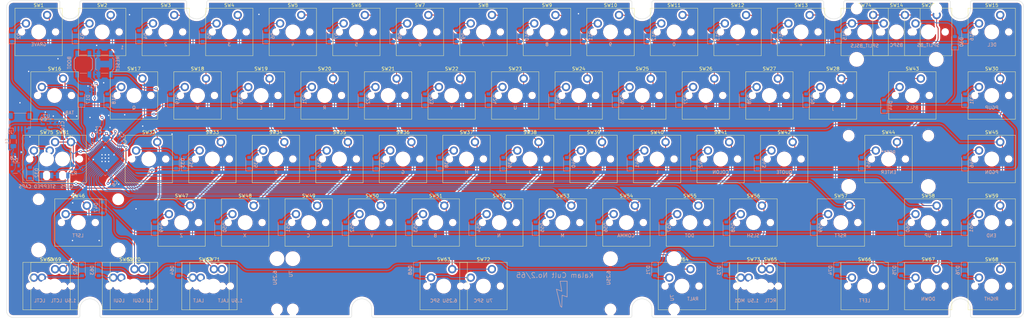
<source format=kicad_pcb>
(kicad_pcb (version 20221018) (generator pcbnew)
  (layers (0 "F.Cu" signal) (31 "B.Cu" signal) (34 "B.Paste" user) (35 "F.Paste" user) (36 "B.SilkS" user "B.Silkscreen") (37 "F.SilkS" user "F.Silkscreen") (38 "B.Mask" user) (39 "F.Mask" user) (44 "Edge.Cuts" user))
  (net 0 "")
  (net 1 "+3.3V")
  (net 2 "GND")
  (net 3 "NRST")
  (net 4 "D-")
  (net 5 "D+")
  (net 6 "ROW0")
  (net 7 "Net-(D2-A)")
  (net 8 "Net-(D3-A)")
  (net 9 "Net-(D4-A)")
  (net 10 "Net-(D5-A)")
  (net 11 "Net-(D6-A)")
  (net 12 "Net-(D7-A)")
  (net 13 "Net-(D8-A)")
  (net 14 "Net-(D9-A)")
  (net 15 "Net-(D10-A)")
  (net 16 "Net-(D11-A)")
  (net 17 "Net-(D12-A)")
  (net 18 "Net-(D13-A)")
  (net 19 "Net-(D14-A)")
  (net 20 "Net-(D15-A)")
  (net 21 "Net-(D16-A)")
  (net 22 "ROW1")
  (net 23 "Net-(D17-A)")
  (net 24 "Net-(D18-A)")
  (net 25 "Net-(D19-A)")
  (net 26 "Net-(D20-A)")
  (net 27 "Net-(D21-A)")
  (net 28 "Net-(D22-A)")
  (net 29 "Net-(D23-A)")
  (net 30 "Net-(D24-A)")
  (net 31 "Net-(D25-A)")
  (net 32 "Net-(D26-A)")
  (net 33 "Net-(D27-A)")
  (net 34 "Net-(D28-A)")
  (net 35 "Net-(D29-A)")
  (net 36 "Net-(D30-A)")
  (net 37 "Net-(D31-A)")
  (net 38 "ROW2")
  (net 39 "Net-(D32-A)")
  (net 40 "Net-(D33-A)")
  (net 41 "Net-(D34-A)")
  (net 42 "Net-(D35-A)")
  (net 43 "Net-(D36-A)")
  (net 44 "Net-(D37-A)")
  (net 45 "Net-(D38-A)")
  (net 46 "Net-(D39-A)")
  (net 47 "Net-(D40-A)")
  (net 48 "Net-(D41-A)")
  (net 49 "Net-(D42-A)")
  (net 50 "Net-(D43-A)")
  (net 51 "Net-(D44-A)")
  (net 52 "Net-(D45-A)")
  (net 53 "Net-(D46-A)")
  (net 54 "ROW3")
  (net 55 "Net-(D47-A)")
  (net 56 "Net-(D49-A)")
  (net 57 "Net-(D50-A)")
  (net 58 "Net-(D51-A)")
  (net 59 "Net-(D52-A)")
  (net 60 "Net-(D53-A)")
  (net 61 "Net-(D54-A)")
  (net 62 "Net-(D55-A)")
  (net 63 "Net-(D56-A)")
  (net 64 "Net-(D57-A)")
  (net 65 "Net-(D58-A)")
  (net 66 "Net-(D59-A)")
  (net 67 "Net-(D60-A)")
  (net 68 "Net-(D61-A)")
  (net 69 "ROW4")
  (net 70 "Net-(D62-A)")
  (net 71 "Net-(D63-A)")
  (net 72 "Net-(D64-A)")
  (net 73 "Net-(D68-A)")
  (net 74 "Net-(D71-A)")
  (net 75 "Net-(D73-A)")
  (net 76 "Net-(D74-A)")
  (net 77 "Net-(D75-A)")
  (net 78 "Net-(D76-A)")
  (net 79 "VBUS")
  (net 80 "BOOT0")
  (net 81 "COL0")
  (net 82 "COL1")
  (net 83 "COL2")
  (net 84 "COL3")
  (net 85 "COL4")
  (net 86 "COL5")
  (net 87 "COL6")
  (net 88 "COL7")
  (net 89 "COL8")
  (net 90 "COL9")
  (net 91 "COL10")
  (net 92 "COL11")
  (net 93 "COL12")
  (net 94 "COL13")
  (net 95 "COL14")
  (net 105 "CAPSLOCK")
  (net 111 "CAPSLCK")
  (net 112 "Net-(LED1-A)")
  (net 113 "+5V")
  (net 114 "GNDPWR")
  (footprint "PCM_Switch_Keyboard_Cherry_MX:SW_Cherry_MX_PCB_1.00u_valueprint" (layer "F.Cu") (at 160.528096 119.0625)
    (fp_text reference "SW35")
    (fp_text value "F" hide)
  )
  (footprint "PCM_Switch_Keyboard_Cherry_MX:SW_Cherry_MX_PCB_1.00u_valueprint" (layer "F.Cu") (at 293.878096 119.0625)
    (fp_text reference "SW42")
    (fp_text value "QUOTE" hide)
  )
  (footprint "PCM_Switch_Keyboard_Cherry_MX:SW_Cherry_MX_PCB_1.00u_valueprint" (layer "F.Cu") (at 184.658096 80.9625)
    (fp_text reference "SW7")
    (fp_text value "6" hide)
  )
  (footprint "PCM_Switch_Keyboard_Cherry_MX:SW_Cherry_MX_PCB_1.00u_valueprint" (layer "F.Cu") (at 170.370596 138.1125)
    (fp_text reference "SW50")
    (fp_text value "V" hide)
  )
  (footprint "PCM_Switch_Keyboard_Cherry_MX:SW_Cherry_MX_PCB_7.00u" (layer "F.Cu") (at 203.708096 157.1625)
    (fp_text reference "SW72")
    (fp_text value "7U SPC")
  )
  (footprint "PCM_Switch_Keyboard_Cherry_MX:SW_Cherry_MX_PCB_1.00u_valueprint" (layer "F.Cu") (at 146.558096 80.9625)
    (fp_text reference "SW5")
    (fp_text value "4" hide)
  )
  (footprint "PCM_Switch_Keyboard_Cherry_MX:SW_Cherry_MX_PCB_1.25u_valueprint" (layer "F.Cu") (at 263.239346 157.1625)
    (fp_text reference "SW64")
    (fp_text value "RALT")
  )
  (footprint "PCM_Switch_Keyboard_Cherry_MX:SW_Cherry_MX_PCB_1.00u_valueprint" (layer "F.Cu") (at 356.108096 100.0125)
    (fp_text reference "SW30")
    (fp_text value "PGUP" hide)
  )
  (footprint "PCM_Switch_Keyboard_Cherry_MX:SW_Cherry_MX_PCB_1.00u_valueprint" (layer "F.Cu") (at 103.378096 119.0625)
    (fp_text reference "SW32")
    (fp_text value "A" hide)
  )
  (footprint "PCM_Switch_Keyboard_Cherry_MX:SW_Cherry_MX_PCB_1.00u_valueprint" (layer "F.Cu") (at 213.233096 100.0125)
    (fp_text reference "SW23")
    (fp_text value "U" hide)
  )
  (footprint "PCM_Switch_Keyboard_Cherry_MX:SW_Cherry_MX_PCB_1.00u_valueprint" (layer "F.Cu") (at 98.933096 100.0125)
    (fp_text reference "SW17")
    (fp_text value "Q" hide)
  )
  (footprint "PCM_Switch_Keyboard_Cherry_MX:SW_Cherry_MX_PCB_1.25u_valueprint" (layer "F.Cu") (at 120.364346 157.1625)
    (fp_text reference "SW62")
    (fp_text value "LALT")
  )
  (footprint "PCM_Switch_Keyboard_Cherry_MX:SW_Cherry_MX_PCB_2.25u_valueprint" (layer "F.Cu") (at 82.264346 138.1125)
    (fp_text reference "SW46")
    (fp_text value "LSFT")
  )
  (footprint "PCM_Switch_Keyboard_Cherry_MX:SW_Cherry_MX_PCB_1.00u_valueprint" (layer "F.Cu") (at 236.728096 119.0625)
    (fp_text reference "SW39")
    (fp_text value "K" hide)
  )
  (footprint "PCM_Switch_Keyboard_Cherry_MX:SW_Cherry_MX_PCB_1.00u_valueprint" (layer "F.Cu") (at 265.620596 138.1125)
    (fp_text reference "SW55")
    (fp_text value "DOT" hide)
  )
  (footprint "PCM_Switch_Keyboard_Cherry_MX:SW_Cherry_MX_PCB_1.00u_valueprint" (layer "F.Cu") (at 194.183096 100.0125)
    (fp_text reference "SW22")
    (fp_text value "Y" hide)
  )
  (footprint "PCM_Switch_Keyboard_Cherry_MX:SW_Cherry_MX_PCB_1.00u_valueprint" (layer "F.Cu") (at 284.670596 138.1125)
    (fp_text reference "SW56")
    (fp_text value "SLSH" hide)
  )
  (footprint "PCM_Switch_Keyboard_Cherry_MX:SW_Cherry_MX_PCB_1.50u_valueprint" (layer "F.Cu") (at 332.295596 100.0125)
    (fp_text reference "SW43")
    (fp_text value "BSLS")
  )
  (footprint "PCM_Switch_Keyboard_Cherry_MX:SW_Cherry_MX_PCB_1.00u_valueprint" (layer "F.Cu") (at 203.708096 80.9625)
    (fp_text reference "SW8")
    (fp_text value "7" hide)
  )
  (footprint "PCM_Switch_Keyboard_Cherry_MX:SW_Cherry_MX_PCB_1.25u_valueprint" (layer "F.Cu") (at 72.739346 119.0625)
    (fp_text reference "SW75")
    (fp_text value "STEPPED CAPS")
  )
  (footprint "PCM_Switch_Keyboard_Cherry_MX:SW_Cherry_MX_PCB_1.00u_valueprint" (layer "F.Cu") (at 222.758096 80.9625)
    (fp_text reference "SW9")
    (fp_text value "8" hide)
  )
  (footprint "PCM_Switch_Keyboard_Cherry_MX:SW_Cherry_MX_PCB_1.00u_valueprint" (layer "F.Cu") (at 141.478096 119.0625)
    (fp_text reference "SW34")
    (fp_text value "D" hide)
  )
  (footprint "PCM_Switch_Keyboard_Cherry_MX:SW_Cherry_MX_PCB_1.50u_valueprint" (layer "F.Cu") (at 122.745596 157.1625)
    (fp_text reference "SW71")
    (fp_text value "1.5U LALT" hide)
  )
  (footprint "PCM_Switch_Keyboard_Cherry_MX:SW_Cherry_MX_PCB_1.00u_valueprint" (layer "F.Cu") (at 175.133096 100.0125)
    (fp_text reference "SW21")
    (fp_text value "T" hide)
  )
  (footprint "PCM_Switch_Keyboard_Cherry_MX:SW_Cherry_MX_PCB_1.00u_valueprint" (layer "F.Cu") (at 298.958096 80.9625)
    (fp_text reference "SW13")
    (fp_text value "+" hide)
  )
  (footprint "PCM_Switch_Keyboard_Cherry_MX:SW_Cherry_MX_PCB_1.00u_valueprint" (layer "F.Cu") (at 232.283096 100.0125)
    (fp_text reference "SW24")
    (fp_text value "I" hide)
  )
  (footprint "PCM_Switch_Keyboard_Cherry_MX:SW_Cherry_MX_PCB_1.00u_valueprint" (layer "F.Cu") (at 189.420596 138.1125)
    (fp_text reference "SW51")
    (fp_text value "B" hide)
  )
  (footprint "PCM_Switch_Keyboard_Cherry_MX:SW_Cherry_MX_PCB_1.00u_valueprint" (layer "F.Cu") (at 132.270596 138.1125)
    (fp_text reference "SW48")
    (fp_text value "X" hide)
  )
  (footprint "PCM_Switch_Keyboard_Cherry_MX:SW_Cherry_MX_PCB_1.00u_valueprint" (layer "F.Cu") (at 356.108096 119.0625)
    (fp_text reference "SW45")
    (fp_text value "PGDN" hide)
  )
  (footprint "PCM_Switch_Keyboard_Cherry_MX:SW_Cherry_MX_PCB_1.00u_valueprint" (layer "F.Cu") (at 270.383096 100.0125)
    (fp_text reference "SW26")
    (fp_text value "P" hide)
  )
  (footprint "PCM_Switch_Keyboard_Cherry_MX:SW_Cherry_MX_PCB_1.25u_valueprint" (layer "F.Cu") (at 72.739346 157.1625)
    (fp_text reference "SW60")
    (fp_text value "LCTL")
  )
  (footprint "PCM_Switch_Keyboard_Cherry_MX:SW_Cherry_MX_PCB_1.00u_valueprint" (layer "F.Cu") (at 156.083096 100.0125)
    (fp_text reference "SW20")
    (fp_text value "R" hide)
  )
  (footprint "PCM_Switch_Keyboard_Cherry_MX:SW_Cherry_MX_PCB_1.00u_valueprint" (layer "F.Cu") (at 217.678096 119.0625)
    (fp_text reference "SW38")
    (fp_text value "J" hide)
  )
  (footprint "PCM_Switch_Keyboard_Cherry_MX:SW_Cherry_MX_PCB_1.00u_valueprint" (layer "F.Cu") (at 117.983096 100.0125)
    (fp_text reference "SW18")
    (fp_text value "W" hide)
  )
  (footprint "PCM_Switch_Keyboard_Cherry_MX:SW_Cherry_MX_PCB_2.25u_valueprint" (layer "F.Cu") (at 325.151846 119.0625)
    (fp_text reference "SW44")
    (fp_text value "ENTER")
  )
  (footprint "PCM_Switch_Keyboard_Cherry_MX:SW_Cherry_MX_PCB_1.00u_valueprint" (layer "F.Cu") (at 356.108096 80.9625)
    (fp_text reference "SW15")
    (fp_text value "DEL" hide)
  )
  (footprint "PCM_Switch_Keyboard_Cherry_MX:SW_Cherry_MX_PCB_1.00u_valueprint" (layer "F.Cu") (at 241.808096 80.9625)
    (fp_text reference "SW10")
    (fp_text value "9" hide)
  )
  (footprint "PCM_Switch_Keyboard_Cherry_MX:SW_Cherry_MX_PCB_1.75u_valueprint" (layer "F.Cu") (at 77.501846 119.0625)
    (fp_text reference "SW31")
    (fp_text value "CAPS")
  )
  (footprint "PCM_Switch_Keyboard_Cherry_MX:SW_Cherry_MX_PCB_1.00u_valueprint" (layer "F.Cu") (at 127.508096 80.9625)
    (fp_text reference "SW4")
    (fp_text value "3" hide)
  )
  (footprint "PCM_Switch_Keyboard_Cherry_MX:SW_Cherry_MX_PCB_1.00u_valueprint" (layer "F.Cu") (at 318.008096 157.1625)
    (fp_text reference "SW66")
    (fp_text value "LEFT" hide)
  )
  (footprint "PCM_Switch_Keyboard_Cherry_MX:SW_Cherry_MX_PCB_1.00u_valueprint" (layer "F.Cu") (at 151.320596 138.1125)
    (fp_text reference "SW49")
    (fp_text value "C" hide)
  )
  (footprint "PCM_Switch_Keyboard_Cherry_MX:SW_Cherry_MX_PCB_1.00u_valueprint" (layer "F.Cu") (at 289.433096 100.0125)
    (fp_text reference "SW27")
    (fp_text value "[" hide)
  )
  (footprint "PCM_Switch_Keyboard_Cherry_MX:SW_Cherry_MX_PCB_1.00u_valueprint" (layer "F.Cu") (at 337.058096 138.1125)
    (fp_text reference "SW58")
    (fp_text value "UP" hide)
  )
  (footprint "PCM_Switch_Keyboard_Cherry_MX:SW_Cherry_MX_PCB_1.00u_valueprint" (layer "F.Cu") (at 227.520596 138.1125)
    (fp_text reference "SW53")
    (fp_text value "M" hide)
  )
  (footprint "PCM_Switch_Keyboard_Cherry_MX:SW_Cherry_MX_PCB_1.00u_valueprint" (layer "F.Cu") (at 279.908096 80.9625)
    (fp_text reference "SW12")
    (fp_text value "-" hide)
  )
  (footprint "PCM_Switch_Keyboard_Cherry_MX:SW_Cherry_MX_PCB_1.00u_valueprint" (layer "F.Cu") (at 255.778096 119.0625)
    (fp_text reference "SW40")
    (fp_text value "L" hide)
  )
  (footprint "PCM_Switch_Keyboard_Cherry_MX:SW_Cherry_MX_PCB_1.00u_valueprint" (layer "F.Cu") (at 208.470596 138.1125)
    (fp_text reference "SW52")
    (fp_text value "N" hide)
  )
  (footprint "PCM_Switch_Keyboard_Cherry_MX:SW_Cherry_MX_PCB_1.00u_valueprint" (layer "F.Cu") (at 137.033096 100.0125)
    (fp_text reference "SW19")
    (fp_text value "E" hide)
  )
  (footprint "PCM_Switch_Keyboard_Cherry_MX:SW_Cherry_MX_PCB_1.50u_valueprint" (layer "F.Cu") (at 75.120596 157.1625)
    (fp_text reference "SW69")
    (fp_text value "1.5U LCTL")
  )
  (footprint "PCM_Switch_Keyboard_Cherry_MX:SW_Cherry_MX_PCB_2.00u_valueprint" (layer "F.Cu") (at 327.533096 80.9625)
    (fp_text reference "SW14")
    (fp_text value "BSPC" hide)
  )
  (footprint "PCM_Switch_Keyboard_Cherry_MX:SW_Cherry_MX_PCB_1.00u_valueprint" (layer "F.Cu") (at 356.108096 138.1125)
    (fp_text reference "SW59")
    (fp_text value "END" hide)
  )
  (footprint "PCM_Switch_Keyboard_Cherry_MX:SW_Cherry_MX_PCB_1.00u_valueprint" (layer "F.Cu") (at 251.333096 100.0125)
    (fp_text reference "SW25")
    (fp_text value "O" hide)
  )
  (footprint "PCM_Switch_Keyboard_Cherry_MX:SW_Cherry_MX_PCB_1.00u_valueprint" (layer "F.Cu") (at 356.108096 157.1625)
    (fp_text reference "SW68")
    (fp_text value "RIGHT" hide)
  )
  (footprint "PCM_Switch_Keyboard_Cherry_MX:SW_Cherry_MX_PCB_1.00u_valueprint" (layer "F.Cu") (at 89.408096 80.9625)
    (fp_text reference "SW2")
    (fp_text value "1" hide)
  )
  (footprint "PCM_Switch_Keyboard_Cherry_MX:SW_Cherry_MX_PCB_1.00u_valueprint" (layer "F.Cu") (at 113.220596 138.1125)
    (fp_text reference "SW47")
    (fp_text value "Z" hide)
  )
  (footprint "PCM_Switch_Keyboard_Cherry_MX:SW_Cherry_MX_PCB_1.00u_valueprint" (layer "F.Cu") (at 122.428096 119.0625)
    (fp_text reference "SW33")
    (fp_text value "S" hide)
  )
  (footprint "PCM_Switch_Keyboard_Cherry_MX:SW_Cherry_MX_PCB_1.00u_valueprint" (layer "F.Cu") (at 246.570596 138.1125)
    (fp_text reference "SW54")
    (fp_text value "COMMA" hide)
  )
  (footprint "PCM_Switch_Keyboard_Cherry_MX:SW_Cherry_MX_PCB_1.75u_valueprint" (layer "F.Cu") (at 310.864346 138.1125)
    (fp_text reference "SW57")
    (fp_text value "RSFT")
  )
  (footprint "PCM_Switch_Keyboard_Cherry_MX:SW_Cherry_MX_PCB_1.00u_valueprint" (layer "F.Cu") (at 108.458096 80.9625)
    (fp_text reference "SW3")
    (fp_text value "2" hide)
  )
  (footprint "PCM_Switch_Keyboard_Cherry_MX:SW_Cherry_MX_PCB_1.25u_valueprint" (layer "F.Cu") (at 96.551846 157.1625)
    (fp_text reference "SW61")
    (fp_text value "LGUI")
  )
  (footprint "PCM_Switch_Keyboard_Cherry_MX:SW_Cherry_MX_PCB_1.00u_valueprint" (layer "F.Cu") (at 308.483096 100.0125)
    (fp_text reference "SW28")
    (fp_text value "]" hide)
  )
  (footprint "PCM_Switch_Keyboard_Cherry_MX:SW_Cherry_MX_PCB_1.00u_valueprint" (layer "F.Cu") (at 179.578096 119.0625)
    (fp_text reference "SW36")
    (fp_text value "G" hide)
  )
  (footprint "PCM_Switch_Keyboard_Cherry_MX:SW_Cherry_MX_PCB_1.00u_valueprint" (layer "F.Cu") (at 337.058096 157.1625)
    (fp_text reference "SW67")
    (fp_text value "DOWN" hide)
  )
  (footprint "PCM_Switch_Keyboard_Cherry_MX:SW_Cherry_MX_PCB_1.25u_valueprint" (layer "F.Cu") (at 287.051846 157.1625)
    (fp_text reference "SW65")
    (fp_text value "RCTL" hide)
  )
  (footprint "PCM_Switch_Keyboard_Cherry_MX:SW_Cherry_MX_PCB_1.00u_valueprint" (layer "F.Cu") (at 165.608096 80.9625)
    (fp_text reference "SW6")
    (fp_text value "5" hide)
  )
  (footprint "PCM_Switch_Keyboard_Cherry_MX:SW_Cherry_MX_PCB_1.00u_valueprint" (layer "F.Cu") (at 318.008096 80.9625)
    (fp_text reference "SW74")
    (fp_text value "SPLIT_BSLS" hide)
  )
  (footprint "PCM_Switch_Keyboard_Cherry_MX:SW_Cherry_MX_PCB_1.00u_valueprint" (layer "F.Cu") (at 337.058096 80.9625)
    (fp_text reference "SW29")
    (fp_text value "SPLIT_BS" hide)
  )
  (footprint "PCM_Switch_Keyboard_Cherry_MX:SW_Cherry_MX_PCB_1.50u_valueprint" (layer "F.Cu") (at 284.670596 157.1625)
    (fp_text reference "SW73")
    (fp_text value "1.5U MO1" hide)
  )
  (footprint "PCM_Switch_Keyboard_Cherry_MX:SW_Cherry_MX_PCB_1.00u_valueprint" (layer "F.Cu") (at 274.828096 119.0625)
    (fp_text reference "SW41")
    (fp_text value "COLON" hide)
  )
  (footprint "PCM_Switch_Keyboard_Cherry_MX:SW_Cherry_MX_PCB_1.00u_valueprint" (layer "F.Cu") (at 198.628096 119.0625)
    (fp_text reference "SW37")
    (fp_text value "H" hide)
  )
  (footprint "PCM_Switch_Keyboard_Cherry_MX:SW_Cherry_MX_PCB_1.50u_valueprint" (layer "F.Cu") (at 75.120596 100.0125)
    (fp_text reference "SW16")
    (fp_text value "TAB")
  )
  (footprint "PCM_Switch_Keyboard_Cherry_MX:SW_Cherry_MX_PCB_1.00u_valueprint" (layer "F.Cu") (at 70.358096 80.9625)
    (fp_text reference "SW1")
    (fp_text value "GRAVE" hide)
  )
  (footprint "PCM_Switch_Keyboard_Cherry_MX:SW_Cherry_MX_PCB_1.00u_valueprint" (layer "F.Cu") (at 260.858096 80.9625)
    (fp_text reference "SW11")
    (fp_text value "0" hide)
  )
  (footprint "PCM_Switch_Keyboard_Cherry_MX:SW_Cherry_MX_PCB_1.00u_valueprint" (layer "F.Cu") (at 98.933096 157.1625)
    (fp_text reference "SW70")
    (fp_text value "1U LGUI" hide)
  )
  (footprint "PCM_Switch_Keyboard_Cherry_MX:SW_Cherry_MX_PCB_6.25u" (layer "F.Cu") (at 191.801846 157.1625)
    (fp_text reference "SW63")
    (fp_text value "6.25U SPC")
  )
  (footprint "Diode_SMD:D_SOD-123" (layer "B.Cu") (at 138.558096 82.1625 90)
    (fp_text reference "D6")
    (fp_text value "D_Small_Filled")
  )
  (footprint "Diode_SMD:D_SOD-123" (layer "B.Cu") (at 238.350476 139.6 90)
    (fp_text reference "D56")
    (fp_text value "D_Small_Filled")
  )
  (footprint "Fuse:Fuse_1206_3216Metric" (layer "B.Cu") (at 62.750476 113.8 -90)
    (fp_text reference "F1")
    (fp_text value "Polyfuse")
  )
  (footprint "Diode_SMD:D_SOD-123" (layer "B.Cu") (at 114.150476 120.2 90)
    (fp_text reference "D34")
    (fp_text value "D_Small_Filled")
  )
  (footprint "Package_TO_SOT_SMD:SOT-23-3" (layer "B.Cu") (at 72.750476 108.6 180)
    (fp_text reference "U2")
    (fp_text value "XC6206P332MR")
  )
  (footprint "Diode_SMD:D_SOD-123" (layer "B.Cu") (at 200.350476 139.6 90)
    (fp_text reference "D54")
    (fp_text value "D_Small_Filled")
  )
  (footprint "Diode_SMD:D_SOD-123" (layer "B.Cu") (at 317.151846 120.2625 90)
    (fp_text reference "D45")
    (fp_text value "D_Small_Filled")
  )
  (footprint "Resistor_SMD:R_0402_1005Metric" (layer "B.Cu") (at 86.750476 98.4 180)
    (fp_text reference "R1")
    (fp_text value "10k")
  )
  (footprint "Diode_SMD:D_SOD-123" (layer "B.Cu") (at 302.750476 139.6 90)
    (fp_text reference "D59")
    (fp_text value "D_Small_Filled")
  )
  (footprint "Diode_SMD:D_SOD-123" (layer "B.Cu") (at 83.350476 152.4 -90)
    (fp_text reference "D62")
    (fp_text value "D_Small_Filled")
  )
  (footprint "Diode_SMD:D_SOD-123" (layer "B.Cu") (at 67.750476 123.2 90)
    (fp_text reference "D32")
    (fp_text value "D_Small_Filled")
  )
  (footprint "Diode_SMD:D_SOD-123" (layer "B.Cu") (at 90.933096 101.2125 90)
    (fp_text reference "D18")
    (fp_text value "D_Small_Filled")
  )
  (footprint "Diode_SMD:D_SOD-123" (layer "B.Cu") (at 167.133096 101.2125 90)
    (fp_text reference "D22")
    (fp_text value "D_Small_Filled")
  )
  (footprint "Capacitor_SMD:C_0402_1005Metric" (layer "B.Cu") (at 88.350476 112.2 180)
    (fp_text reference "C4")
    (fp_text value "100nF")
  )
  (footprint "Diode_SMD:D_SOD-123" (layer "B.Cu") (at 281.433096 101.2125 90)
    (fp_text reference "D28")
    (fp_text value "D_Small_Filled")
  )
  (footprint "Diode_SMD:D_SOD-123" (layer "B.Cu") (at 183.750476 152.4 -90)
    (fp_text reference "D68")
    (fp_text value "D_Small_Filled")
  )
  (footprint "Diode_SMD:D_SOD-123" (layer "B.Cu") (at 255.150476 152.4 -90)
    (fp_text reference "D71")
    (fp_text value "D_Small_Filled")
  )
  (footprint "Capacitor_SMD:C_0402_1005Metric" (layer "B.Cu") (at 83.150476 122 -45)
    (fp_text reference "C5" hide)
    (fp_text value "100nF")
  )
  (footprint "Button_Switch_SMD:SW_SPST_SKQG_WithoutStem" (layer "B.Cu") (at 90.150476 90.6 90)
    (fp_text reference "RESET")
    (fp_text value "SKQGABE010")
  )
  (footprint "Diode_SMD:D_SOD-123" (layer "B.Cu") (at 81.408096 82.1625 90)
    (fp_text reference "D3")
    (fp_text value "D_Small_Filled")
  )
  (footprint "Diode_SMD:D_SOD-123" (layer "B.Cu") (at 133.478096 120.2625 90)
    (fp_text reference "D35")
    (fp_text value "D_Small_Filled")
  )
  (footprint "PCM_Mounting_Keyboard_Stabilizer:Stabilizer_Cherry_MX_2.00u" (layer "B.Cu") (at 325.151846 119.0625 180)
    (fp_text reference "REF**")
    (fp_text value "Stabilizer_Cherry_MX_2.00u")
  )
  (footprint "Capacitor_SMD:C_0402_1005Metric" (layer "B.Cu") (at 92.350476 111.8 135)
    (fp_text reference "C3")
    (fp_text value "100nF")
  )
  (footprint "Diode_SMD:D_SOD-123" (layer "B.Cu") (at 328.950476 152.4 -90)
    (fp_text reference "D75")
    (fp_text value "D_Small_Filled")
  )
  (footprint "Capacitor_SMD:C_0402_1005Metric" (layer "B.Cu") (at 95.150476 114.6 135)
    (fp_text reference "C1")
    (fp_text value "100nF")
  )
  (footprint "Diode_SMD:D_SOD-123" (layer "B.Cu") (at 285.878096 120.2625 90)
    (fp_text reference "D43")
    (fp_text value "D_Small_Filled")
  )
  (footprint "LED_SMD:LED_1206_3216Metric_ReverseMount_Hole1.8x2.4mm" (layer "B.Cu") (at 72.750476 124)
    (fp_text reference "LED2" hide)
    (fp_text value "LED")
  )
  (footprint "Diode_SMD:D_SOD-123" (layer "B.Cu") (at 276.550476 139.6 90)
    (fp_text reference "D58")
    (fp_text value "D_Small_Filled")
  )
  (footprint "Diode_SMD:D_SOD-123" (layer "B.Cu") (at 112.350476 152.4 -90)
    (fp_text reference "D64")
    (fp_text value "D_Small_Filled")
  )
  (footprint "Diode_SMD:D_SOD-123" (layer "B.Cu") (at 310.050476 82 90)
    (fp_text reference "D15")
    (fp_text value "D_Small_Filled")
  )
  (footprint "Capacitor_SMD:C_0402_1005Metric" (layer "B.Cu") (at 71.830476 106)
    (fp_text reference "C9")
    (fp_text value "1uF")
  )
  (footprint "Diode_SMD:D_SOD-123" (layer "B.Cu") (at 143.150476 139.6 90)
    (fp_text reference "D51")
    (fp_text value "D_Small_Filled")
  )
  (footprint "Diode_SMD:D_SOD-123" (layer "B.Cu") (at 209.678096 120.2625 90)
    (fp_text reference "D39")
    (fp_text value "D_Small_Filled")
  )
  (footprint "Connector_JST:JST_SH_SM04B-SRSS-TB_1x04-1MP_P1.00mm_Horizontal" (layer "B.Cu") (at 64.800476 108)
    (fp_text reference "J1")
    (fp_text value "Conn_01x04")
  )
  (footprint "Package_TO_SOT_SMD:SOT-143" (layer "B.Cu") (at 63.350476 121.8 180)
    (fp_text reference "D1")
    (fp_text value "PRTR5V0U2X")
  )
  (footprint "Diode_SMD:D_SOD-123" (layer "B.Cu") (at 214.758096 82.1625 90)
    (fp_text reference "D10")
    (fp_text value "D_Small_Filled")
  )
  (footprint "Diode_SMD:D_SOD-123" (layer "B.Cu") (at 309.750476 152.4 -90)
    (fp_text reference "D74")
    (fp_text value "D_Small_Filled")
  )
  (footprint "Diode_SMD:D_SOD-123" (layer "B.Cu") (at 148.083096 101.2125 90)
    (fp_text reference "D21")
    (fp_text value "D_Small_Filled")
  )
  (footprint "Diode_SMD:D_SOD-123" (layer "B.Cu") (at 247.778096 120.2625 90)
    (fp_text reference "D41")
    (fp_text value "D_Small_Filled")
  )
  (footprint "Diode_SMD:D_SOD-123" (layer "B.Cu") (at 224.283096 101.2125 90)
    (fp_text reference "D25")
    (fp_text value "D_Small_Filled")
  )
  (footprint "Diode_SMD:D_SOD-123" (layer "B.Cu") (at 219.350476 139.6 90)
    (fp_text reference "D55")
    (fp_text value "D_Small_Filled")
  )
  (footprint "Diode_SMD:D_SOD-123" (layer "B.Cu") (at 276.350476 152.4 -90)
    (fp_text reference "D73")
    (fp_text value "D_Small_Filled")
  )
  (footprint "Diode_SMD:D_SOD-123" (layer "B.Cu") (at 266.828096 120.2625 90)
    (fp_text reference "D42")
    (fp_text value "D_Small_Filled")
  )
  (footprint "Diode_SMD:D_SOD-123" (layer "B.Cu") (at 62.358096 82.1625 90)
    (fp_text reference "D2")
    (fp_text value "D_Small_Filled")
  )
  (footprint "Diode_SMD:D_SOD-123" (layer "B.Cu") (at 328.950476 139.6 90)
    (fp_text reference "D60")
    (fp_text value "D_Small_Filled")
  )
  (footprint "Diode_SMD:D_SOD-123" (layer "B.Cu") (at 252.858096 82.1625 90)
    (fp_text reference "D12")
    (fp_text value "D_Small_Filled")
  )
  (footprint "Diode_SMD:D_SOD-123" (layer "B.Cu") (at 233.808096 82.1625 90)
    (fp_text reference "D11")
    (fp_text value "D_Small_Filled")
  )
  (footprint "Diode_SMD:D_SOD-123" (layer "B.Cu") (at 88.350476 152.4 -90)
    (fp_text reference "D63")
    (fp_text value "D_Small_Filled")
  )
  (footprint "Diode_SMD:D_SOD-123" (layer "B.Cu") (at 190.628096 120.2625 90)
    (fp_text reference "D38")
    (fp_text value "D_Small_Filled")
  )
  (footprint "Diode_SMD:D_SOD-123" (layer "B.Cu") (at 105.150476 139.6 90)
    (fp_text reference "D49")
    (fp_text value "D_Small_Filled")
  )
  (footprint "Diode_SMD:D_SOD-123" (layer "B.Cu") (at 228.728096 120.2625 90)
    (fp_text reference "D40")
    (fp_text value "D_Small_Filled")
  )
  (footprint "Diode_SMD:D_SOD-123" (layer "B.Cu") (at 176.658096 82.1625 90)
    (fp_text reference "D8")
    (fp_text value "D_Small_Filled")
  )
  (footprint "Diode_SMD:D_SOD-123" (layer "B.Cu") (at 345.050476 84 90)
    (fp_text reference "D30")
    (fp_text value "D_Small_Filled")
  )
  (footprint "Diode_SMD:D_SOD-123" (layer "B.Cu") (at 111.550476 120.2 90)
    (fp_text reference "D33")
    (fp_text value "D_Small_Filled")
  )
  (footprint "Diode_SMD:D_SOD-123" (layer "B.Cu") (at 157.608096 82.1625 90)
    (fp_text reference "D7")
    (fp_text value "D_Small_Filled")
  )
  (footprint "Diode_SMD:D_SOD-123" (layer "B.Cu") (at 243.333096 101.2125 90)
    (fp_text reference "D26")
    (fp_text value "D_Small_Filled")
  )
  (footprint "Capacitor_SMD:C_0402_1005Metric" (layer "B.Cu") (at 94.350476 112.6 135)
    (fp_text reference "C2")
    (fp_text value "100nF")
  )
  (footprint "Diode_SMD:D_SOD-123" (layer "B.Cu") (at 162.350476 139.6 90)
    (fp_text reference "D52")
    (fp_text value "D_Small_Filled")
  )
  (footprint "Diode_SMD:D_SOD-123" (layer "B.Cu") (at 347.950476 152.4 -90)
    (fp_text reference "D76")
    (fp_text value "D_Small_Filled")
  )
  (footprint "Diode_SMD:D_SOD-123" (layer "B.Cu") (at 119.508096 82.1625 90)
    (fp_text reference "D5")
    (fp_text value "D_Small_Filled")
  )
  (footprint "Diode_SMD:D_SOD-123" (layer "B.Cu") (at 348.108096 82.1625 90)
    (fp_text reference "D16")
    (fp_text value "D_Small_Filled")
  )
  (footprint "Package_QFP:LQFP-48_7x7mm_P0.5mm" (layer "B.Cu") (at 90.350476 119 -135)
    (fp_text reference "U1")
    (fp_text value "STM32F072C8Tx")
  )
  (footprint "Diode_SMD:D_SOD-123" (layer "B.Cu") (at 83.150476 101.2 90)
    (fp_text reference "D17")
    (fp_text value "D_Small_Filled")
  )
  (footprint "Diode_SMD:D_SOD-123" (layer "B.Cu") (at 195.708096 82.1625 90)
    (fp_text reference "D9")
    (fp_text value "D_Small_Filled")
  )
  (footprint "Diode_SMD:D_SOD-123" (layer "B.Cu") (at 262.383096 101.2125 90)
    (fp_text reference "D27")
    (fp_text value "D_Small_Filled")
  )
  (footprint "Diode_SMD:D_SOD-123" (layer "B.Cu") (at 348.108096 120.2625 90)
    (fp_text reference "D46")
    (fp_text value "D_Small_Filled")
  )
  (footprint "Capacitor_SMD:C_0402_1005Metric" (layer "B.Cu") (at 92.350476 125.6 45)
    (fp_text reference "C6")
    (fp_text value "100nF")
  )
  (footprint "Diode_SMD:D_SOD-123" (layer "B.Cu") (at 290.958096 82.1625 90)
    (fp_text reference "D14")
    (fp_text value "D_Small_Filled")
  )
  (footprint "PCM_Mounting_Keyboard_Stabilizer:Stabilizer_Cherry_MX_6.25u" (layer "B.Cu") (at 191.801846 157.1625)
    (fp_text reference "REF**" hide)
    (fp_text value "Stabilizer_Cherry_MX_6.25u")
  )
  (footprint "Button_Switch_SMD:SW_SPST_SKQG_WithoutStem" (layer "B.Cu") (at 83.750476 90.6 90)
    (fp_text reference "BOOT")
    (fp_text value "SKQGABE010")
  )
  (footprint "Diode_SMD:D_SOD-123" (layer "B.Cu") (at 271.908096 82.1625 90)
    (fp_text reference "D13")
    (fp_text value "D_Small_Filled")
  )
  (footprint "Diode_SMD:D_SOD-123" (layer "B.Cu") (at 100.458096 82.1625 90)
    (fp_text reference "D4")
    (fp_text value "D_Small_Filled")
  )
  (footprint "Diode_SMD:D_SOD-123" (layer "B.Cu") (at 186.183096 101.2125 90)
    (fp_text reference "D23")
    (fp_text value "D_Small_Filled")
  )
  (footprint "Diode_SMD:D_SOD-123" (layer "B.Cu") (at 300.483096 101.2125 90)
    (fp_text reference "D29")
    (fp_text value "D_Small_Filled")
  )
  (footprint "Diode_SMD:D_SOD-123" (layer "B.Cu") (at 205.233096 101.2125 90)
    (fp_text reference "D24")
    (fp_text value "D_Small_Filled")
  )
  (footprint "PCM_Mounting_Keyboard_Stabilizer:Stabilizer_Cherry_MX_2.00u" (layer "B.Cu") (at 82.264346 138.1125 180)
    (fp_text reference "REF**" hide)
    (fp_text value "Stabilizer_Cherry_MX_2.00u")
  )
  (footprint "PCM_Mounting_Keyboard_Stabilizer:Stabilizer_Cherry_MX_2.00u" (layer "B.Cu") (at 327.533096 80.9625 180)
    (fp_text reference "REF**" hide)
    (fp_text value "Stabilizer_Cherry_MX_2.00u")
  )
  (footprint "Capacitor_SMD:C_0402_1005Metric" (layer "B.Cu") (at 62.750476 117.6)
    (fp_text reference "C8")
    (fp_text value "100nF")
  )
  (footprint "Diode_SMD:D_SOD-123" (layer "B.Cu") (at 347.950476 139.6 90)
    (fp_text reference "D61")
    (fp_text value "D_Small_Filled")
  )
  (footprint "Diode_SMD:D_SOD-123" (layer "B.Cu") (at 257.350476 139.6 90)
    (fp_text reference "D57")
    (fp_text value "D_Small_Filled")
  )
  (footprint "Diode_SMD:D_SOD-123" (layer "B.Cu") (at 348.108096 101.2125 90)
    (fp_text reference "D31")
    (fp_text value "D_Small_Filled")
  )
  (footprint "Capacitor_SMD:C_0402_1005Metric" (layer "B.Cu") (at 76.350476 109.08 90)
    (fp_text reference "C10")
    (fp_text value "1uF")
  )
  (footprint "Diode_SMD:D_SOD-123" (layer "B.Cu") (at 124.150476 139.6 90)
    (fp_text reference "D50")
    (fp_text value "D_Small_Filled")
  )
  (footprint "LED_SMD:LED_1206_3216Metric_ReverseMount_Hole1.8x2.4mm" (layer "B.Cu") (at 77.550476 124 180)
    (fp_text reference "LED1" hide)
    (fp_text value "LED")
  )
  (footprint "Diode_SMD:D_SOD-123" (layer "B.Cu") (at 152.528096 120.2625 90)
    (fp_text reference "D36")
    (fp_text value "D_Small_Filled")
  )
  (footprint "Diode_SMD:D_SOD-123" (layer "B.Cu") (at 171.578096 120.2625 90)
    (fp_text reference "D37")
    (fp_text value "D_Small_Filled")
  )
  (footprint "Resistor_SMD:R_0402_1005Metric" (layer "B.Cu") (at 80.950476 122.2)
    (fp_text reference "R2")
    (fp_text value "470R")
  )
  (footprint "Diode_SMD:D_SOD-123" (layer "B.Cu") (at 89.550476 133.6 -90)
    (fp_text reference "D47")
    (fp_text value "D_Small_Filled")
  )
  (footprint "Diode_SMD:D_SOD-123" (layer "B.Cu") (at 181.350476 139.6 90)
    (fp_text reference "D53")
    (fp_text value "D_Small_Filled")
  )
  (footprint "Diode_SMD:D_SOD-123" (layer "B.Cu") (at 129.033096 101.2125 90)
    (fp_text reference "D20")
    (fp_text value "D_Small_Filled")
  )
  (footprint "Diode_SMD:D_SOD-123" (layer "B.Cu") (at 109.983096 101.2125 90)
    (fp_text reference "D19")
    (fp_text value "D_Small_Filled")
  )
  (footprint "Capacitor_SMD:C_0402_1005Metric" (layer "B.Cu") (at 88.350476 111 180)
    (fp_text reference "C7")
    (fp_text value "10nF" hide)
  )
  (footprint "Diode_SMD:D_SOD-123" (layer "B.Cu") (at 323.800476 103 90)
    (fp_text reference "D44")
    (fp_text value "D_Small_Filled")
  )
  (footprint "PCM_Mounting_Keyboard_Stabilizer:Stabilizer_Cherry_MX_7.00u" (layer "B.Cu") (at 203.708096 157.1625)
    (fp_text reference "REF**" hide)
    (fp_text value "Stabilizer_Cherry_MX_7.00u")
  )
  (gr_line (start 227.2 158.7) (end 225.6 158.1) (stroke (width 0.15)) (layer "B.SilkS"))
  (gr_line (start 228.8 155.7) (end 228.8 160.4) (stroke (width 0.15)) (layer "B.SilkS"))
  (gr_line (start 227.2 163.5) (end 226.8 163.2) (stroke (width 0.15)) (layer "B.SilkS"))
  (gr_line (start 226.7 155.7) (end 227.2 158.7) (stroke (width 0.15)) (layer "B.SilkS"))
  (gr_line (start 226.7 155.7) (end 228.8 155.7) (stroke (width 0.15)) (layer "B.SilkS"))
  (gr_line (start 226.8 163.2) (end 225.6 158.1) (stroke (width 0.15)) (layer "B.SilkS"))
  (gr_line (start 227.3 159.9) (end 227.2 163.5) (stroke (width 0.15)) (layer "B.SilkS"))
  (gr_line (start 228.8 160.4) (end 227.3 159.9) (stroke (width 0.15)) (layer "B.SilkS"))
  (gr_arc (start 254.233096 72.0625) (mid 254.379544 71.708954) (end 254.733096 71.5625) (stroke (width 0.1)) (layer "Edge.Cuts"))
  (gr_arc (start 82.733096 72.0625) (mid 82.879544 71.708954) (end 83.233096 71.5625) (stroke (width 0.1)) (layer "Edge.Cuts"))
  (gr_arc (start 350.233096 166.5625) (mid 349.879594 166.416025) (end 349.733096 166.0625) (stroke (width 0.1)) (layer "Edge.Cuts"))
  (gr_line (start 254.233096 166.0625) (end 254.233096 163.990299) (stroke (width 0.1)) (layer "Edge.Cuts"))
  (gr_line (start 363.733096 166.5625) (end 350.233096 166.5625) (stroke (width 0.1)) (layer "Edge.Cuts"))
  (gr_line (start 343.733096 166.0625) (end 343.733096 163.990312) (stroke (width 0.1)) (layer "Edge.Cuts"))
  (gr_line (start 120.733096 72.0625) (end 120.733096 74.0625) (stroke (width 0.1)) (layer "Edge.Cuts"))
  (gr_arc (start 170.733096 166.5625) (mid 170.379594 166.416025) (end 170.233096 166.0625) (stroke (width 0.1)) (layer "Edge.Cuts"))
  (gr_line (start 170.233096 166.0625) (end 170.233096 163.990294) (stroke (width 0.1)) (layer "Edge.Cuts"))
  (gr_line (start 254.233096 72.0625) (end 254.233096 74.0625) (stroke (width 0.1)) (layer "Edge.Cuts"))
  (gr_line (start 248.233096 72.0625) (end 248.233096 74.0625) (stroke (width 0.1)) (layer "Edge.Cuts"))
  (gr_arc (start 89.233096 166.5625) (mid 88.879594 166.416025) (end 88.733096 166.0625) (stroke (width 0.1)) (layer "Edge.Cuts"))
  (gr_line (start 343.233096 166.5625) (end 254.733096 166.5625) (stroke (width 0.1)) (layer "Edge.Cuts"))
  (gr_line (start 349.733096 72.0625) (end 349.733096 74.0625) (stroke (width 0.1)) (layer "Edge.Cuts"))
  (gr_line (start 82.733096 166.0625) (end 82.733096 163.990318) (stroke (width 0.1)) (layer "Edge.Cuts"))
  (gr_line (start 350.233096 71.5625) (end 363.733096 71.5625) (stroke (width 0.1)) (layer "Edge.Cuts"))
  (gr_line (start 76.733096 72.0625) (end 76.733096 74.0625) (stroke (width 0.1)) (layer "Edge.Cuts"))
  (gr_line (start 343.733096 72.0625) (end 343.733096 74.0625) (stroke (width 0.1)) (layer "Edge.Cuts"))
  (gr_arc (start 247.733096 71.5625) (mid 248.086701 71.708918) (end 248.233096 72.0625) (stroke (width 0.1)) (layer "Edge.Cuts"))
  (gr_line (start 60.733096 164.5625) (end 60.733096 73.5625) (stroke (width 0.1)) (layer "Edge.Cuts"))
  (gr_line (start 114.733096 72.0625) (end 114.733096 74.0625) (stroke (width 0.1)) (layer "Edge.Cuts"))
  (gr_line (start 248.233096 166.0625) (end 248.233096 163.990311) (stroke (width 0.1)) (layer "Edge.Cuts"))
  (gr_arc (start 82.733096 74.0625) (mid 79.733096 77.0625) (end 76.733096 74.0625) (stroke (width 0.1)) (layer "Edge.Cuts"))
  (gr_arc (start 254.733096 166.5625) (mid 254.379594 166.416025) (end 254.233096 166.0625) (stroke (width 0.1)) (layer "Edge.Cuts"))
  (gr_arc (start 82.733096 166.0625) (mid 82.586651 166.41606) (end 82.233096 166.5625) (stroke (width 0.1)) (layer "Edge.Cuts"))
  (gr_arc (start 254.233096 74.0625) (mid 251.233096 77.0625) (end 248.233096 74.0625) (stroke (width 0.1)) (layer "Edge.Cuts"))
  (gr_arc (start 349.733096 72.0625) (mid 349.879544 71.708954) (end 350.233096 71.5625) (stroke (width 0.1)) (layer "Edge.Cuts"))
  (gr_line (start 62.733096 71.5625) (end 76.233096 71.5625) (stroke (width 0.1)) (layer "Edge.Cuts"))
  (gr_line (start 254.733096 71.5625) (end 305.233096 71.5625) (stroke (width 0.1)) (layer "Edge.Cuts"))
  (gr_arc (start 363.733096 71.5625) (mid 365.147361 72.148258) (end 365.733096 73.5625) (stroke (width 0.1)) (layer "Edge.Cuts"))
  (gr_line (start 305.733096 72.0625) (end 305.733096 74.0625) (stroke (width 0.1)) (layer "Edge.Cuts"))
  (gr_arc (start 82.733096 163.990318) (mid 85.733069 160.99032) (end 88.733096 163.990305) (stroke (width 0.1)) (layer "Edge.Cuts"))
  (gr_line (start 349.733096 166.0625) (end 349.733096 163.9903) (stroke (width 0.1)) (layer "Edge.Cuts"))
  (gr_arc (start 349.733096 74.0625) (mid 346.733096 77.0625) (end 343.733096 74.0625) (stroke (width 0.1)) (layer "Edge.Cuts"))
  (gr_line (start 121.233096 71.5625) (end 247.733096 71.5625) (stroke (width 0.1)) (layer "Edge.Cuts"))
  (gr_arc (start 305.233096 71.5625) (mid 305.586701 71.708918) (end 305.733096 72.0625) (stroke (width 0.1)) (layer "Edge.Cuts"))
  (gr_arc (start 164.233096 163.990307) (mid 167.23307 160.99042) (end 170.233096 163.990294) (stroke (width 0.1)) (layer "Edge.Cuts"))
  (gr_line (start 247.733096 166.5625) (end 170.733096 166.5625) (stroke (width 0.1)) (layer "Edge.Cuts"))
  (gr_arc (start 311.733096 74.0625) (mid 308.733096 77.0625) (end 305.733096 74.0625) (stroke (width 0.1)) (layer "Edge.Cuts"))
  (gr_arc (start 76.233096 71.5625) (mid 76.586636 71.708954) (end 76.733096 72.0625) (stroke (width 0.1)) (layer "Edge.Cuts"))
  (gr_arc (start 248.233096 166.0625) (mid 248.086651 166.41606) (end 247.733096 166.5625) (stroke (width 0.1)) (layer "Edge.Cuts"))
  (gr_arc (start 120.733096 72.0625) (mid 120.879544 71.708954) (end 121.233096 71.5625) (stroke (width 0.1)) (layer "Edge.Cuts"))
  (gr_arc (start 365.733096 164.5625) (mid 365.147311 165.976721) (end 363.733096 166.5625) (stroke (width 0.1)) (layer "Edge.Cuts"))
  (gr_line (start 311.733096 72.0625) (end 311.733096 74.0625) (stroke (width 0.1)) (layer "Edge.Cuts"))
  (gr_line (start 83.233096 71.5625) (end 114.233096 71.5625) (stroke (width 0.1)) (layer "Edge.Cuts"))
  (gr_line (start 312.233096 71.5625) (end 343.233096 71.5625) (stroke (width 0.1)) (layer "Edge.Cuts"))
  (gr_arc (start 60.733096 73.5625) (mid 61.318884 72.148294) (end 62.733096 71.5625) (stroke (width 0.1)) (layer "Edge.Cuts"))
  (gr_line (start 88.733096 166.0625) (end 88.733096 163.990305) (stroke (width 0.1)) (layer "Edge.Cuts"))
  (gr_line (start 82.233096 166.5625) (end 62.733096 166.5625) (stroke (width 0.1)) (layer "Edge.Cuts"))
  (gr_arc (start 343.233096 71.5625) (mid 343.586701 71.708918) (end 343.733096 72.0625) (stroke (width 0.1)) (layer "Edge.Cuts"))
  (gr_line (start 163.733096 166.5625) (end 89.233096 166.5625) (stroke (width 0.1)) (layer "Edge.Cuts"))
  (gr_arc (start 120.733096 74.0625) (mid 117.733096 77.0625) (end 114.733096 74.0625) (stroke (width 0.1)) (layer "Edge.Cuts"))
  (gr_arc (start 114.233096 71.5625) (mid 114.586636 71.708954) (end 114.733096 72.0625) (stroke (width 0.1)) (layer "Edge.Cuts"))
  (gr_line (start 365.733096 73.5625) (end 365.733096 164.5625) (stroke (width 0.1)) (layer "Edge.Cuts"))
  (gr_arc (start 343.733096 166.0625) (mid 343.586651 166.41606) (end 343.233096 166.5625) (stroke (width 0.1)) (layer "Edge.Cuts"))
  (gr_arc (start 62.733096 166.5625) (mid 61.31887 165.976721) (end 60.733096 164.5625) (stroke (width 0.1)) (layer "Edge.Cuts"))
  (gr_arc (start 164.233096 166.0625) (mid 164.086651 166.41606) (end 163.733096 166.5625) (stroke (width 0.1)) (layer "Edge.Cuts"))
  (gr_line (start 82.733096 72.0625) (end 82.733096 74.0625) (stroke (width 0.1)) (layer "Edge.Cuts"))
  (gr_arc (start 343.733096 163.990312) (mid 346.73309 160.99025) (end 349.733096 163.9903) (stroke (width 0.1)) (layer "Edge.Cuts"))
  (gr_arc (start 248.233096 163.990311) (mid 251.23309 160.99025) (end 254.233096 163.990299) (stroke (width 0.1)) (layer "Edge.Cuts"))
  (gr_arc (start 311.733096 72.0625) (mid 311.879544 71.708954) (end 312.233096 71.5625) (stroke (width 0.1)) (layer "Edge.Cuts"))
  (gr_line (start 164.233096 166.0625) (end 164.233096 163.990307) (stroke (width 0.1)) (layer "Edge.Cuts"))
  (gr_text "Kalam Cult No.2/65\n" (at 236.9 154.8) (layer "B.SilkS") (effects (font (size 1.5 1.5)) (justify left bottom mirror)))
  (gr_text "6.25U" (at 141.795596 152.4 90) (layer "B.SilkS") (effects (font (size 1 1)) (justify left bottom mirror)))
  (gr_text "1" (at 95.4 85.6) (layer "B.SilkS") (effects (font (size 1 1)) (justify mirror)))
  (gr_text "7U" (at 146.558096 152.4 90) (layer "B.SilkS") (effects (font (size 1 1)) (justify left bottom mirror)))
  (gr_text "7U" (at 260.858096 159.54375 90) (layer "B.SilkS") (effects (font (size 1 1)) (justify left bottom mirror)))
  (gr_text "6.25U" (at 241.808096 152.4 90) (layer "B.SilkS") (effects (font (size 1 1)) (justify left bottom mirror)))
  (segment (start 82.950476 116.8) (end 84.448891 116.8) (width 0.25) (layer "F.Cu") (net 1))
  (segment (start 96.350476 115.4) (end 96.550476 115.6) (width 0.25) (layer "F.Cu") (net 1))
  (segment (start 85.987994 116.162482) (end 90.750476 111.4) (width 0.25) (layer "F.Cu") (net 1))
  (segment (start 92.150476 112.8) (end 90.750476 111.4) (width 0.25) (layer "F.Cu") (net 1))
  (segment (start 87.850476 96.7) (end 87.550476 96.4) (width 0.25) (layer "F.Cu") (net 1))
  (segment (start 95.912959 120.837517) (end 91.433319 125.317157) (width 0.25) (layer "F.Cu") (net 1))
  (segment (start 96.550476 119.298414) (end 96.550476 115.6) (width 0.25) (layer "F.Cu") (net 1))
  (segment (start 92.362609 113.612131) (end 93.312959 114.562482) (width 0.25) (layer "F.Cu") (net 1))
  (segment (start 93.350476 110.8) (end 93.350476 111.2) (width 0.25) (layer "F.Cu") (net 1))
  (segment (start 92.150476 113.1) (end 92.150476 112.8) (width 0.25) (layer "F.Cu") (net 1))
  (segment (start 92.150476 112.8) (end 93.067634 111.882842) (width 0.25) (layer "F.Cu") (net 1))
  (segment (start 94.852062 115.2) (end 95.867634 115.2) (width 0.25) (layer "F.Cu") (net 1))
  (segment (start 88.150476 97.424264) (end 88.150476 104.551471) (width 0.25) (layer "F.Cu") (net 1))
  (segment (start 91.150476 126.4) (end 91.150476 126) (width 0.25) (layer "F.Cu") (net 1))
  (segment (start 88.750476 106) (end 89.350476 106.6) (width 0.25) (layer "F.Cu") (net 1))
  (via (at 90.750476 111.4) (size 0.8) (drill 0.4) (layers "F.Cu" "B.Cu") (net 1))
  (via (at 96.550476 115.6) (size 0.8) (drill 0.4) (layers "F.Cu" "B.Cu") (net 1))
  (via (at 89.350476 106.6) (size 0.8) (drill 0.4) (layers "F.Cu" "B.Cu") (net 1))
  (via (at 87.550476 96.4) (size 0.8) (drill 0.4) (layers "F.Cu" "B.Cu") (net 1))
  (via (at 82.950476 116.8) (size 0.8) (drill 0.4) (layers "F.Cu" "B.Cu") (net 1))
  (via (at 93.350476 110.8) (size 0.8) (drill 0.4) (layers "F.Cu" "B.Cu") (net 1))
  (via (at 91.150476 126.4) (size 0.8) (drill 0.4) (layers "F.Cu" "B.Cu") (net 1))
  (arc (start 85.987994 116.162482) (mid 85.281848 116.634314) (end 84.448891 116.8) (width 0.25) (layer "F.Cu") (net 1))
  (arc (start 87.850476 96.7) (mid 88.072509 97.032295) (end 88.150476 97.424264) (width 0.25) (layer "F.Cu") (net 1))
  (arc (start 93.350476 111.2) (mid 93.276968 111.569551) (end 93.067634 111.882842) (width 0.25) (layer "F.Cu") (net 1))
  (arc (start 91.433319 125.317157) (mid 91.223985 125.630448) (end 91.150476 126) (width 0.25) (layer "F.Cu") (net 1))
  (arc (start 88.150476 104.551471) (mid 88.306411 105.335409) (end 88.750476 106) (width 0.25) (layer "F.Cu") (net 1))
  (arc (start 95.867634 115.2) (mid 96.128947 115.251978) (end 96.350476 115.4) (width 0.25) (layer "F.Cu") (net 1))
  (arc (start 92.150476 113.1) (mid 92.205608 113.377163) (end 92.362609 113.612131) (width 0.25) (layer "F.Cu") (net 1))
  (arc (start 93.312959 114.562482) (mid 94.019106 115.034314) (end 94.852062 115.2) (width 0.25) (layer "F.Cu") (net 1))
  (arc (start 96.550476 119.298414) (mid 96.384791 120.13137) (end 95.912959 120.837517) (width 0.25) (layer "F.Cu") (net 1))
  (segment (start 91.64987 124.188482) (end 91.349264 123.887876) (width 0.25) (layer "B.Cu") (net 1))
  (segment (start 80.550476 117.4) (end 79.562609 116.412132) (width 0.25) (layer "B.Cu") (net 1))
  (segment (start 91.150476 126.4) (end 91.350476 126.4) (width 0.25) (layer "B.Cu") (net 1))
  (segment (start 76.355477 109.564999) (end 77.112959 110.322482) (width 0.25) (layer "B.Cu") (net 1))
  (segment (start 94.906898 116.211344) (end 94.177691 116.940551) (width 0.25) (layer "B.Cu") (net 1))
  (segment (start 80.550476 117.4) (end 80.850476 117.4) (width 0.25) (layer "B.Cu") (net 1))
  (segment (start 89.344644 114.112124) (end 89.351688 114.112124) (width 0.25) (layer "B.Cu") (net 1))
  (segment (start 95.150476 115.623294) (end 95.150476 115.518821) (width 0.25) (layer "B.Cu") (net 1))
  (segment (start 85.600476 93.425) (end 85.600476 93.975) (width 0.25) (layer "B.Cu") (net 1))
  (segment (start 86.550476 89.671751) (end 86.550476 91.528248) (width 0.25) (layer "B.Cu") (net 1))
  (segment (start 88.830476 111) (end 90.067634 111) (width 0.25) (layer "B.Cu") (net 1))
  (segment (start 82.950476 116.8) (end 82.174741 116.8) (width 0.25) (layer "B.Cu") (net 1))
  (segment (start 88.775476 113.152518) (end 88.775476 112.29389) (width 0.25) (layer "B.Cu") (net 1))
  (segment (start 88.830476 111) (end 88.830476 112.161109) (width 0.25) (layer "B.Cu") (net 1))
  (segment (start 85.457144 119.998788) (end 85.4626 119.998788) (width 0.25) (layer "B.Cu") (net 1))
  (segment (start 91.691898 126.258578) (end 91.980771 125.969705) (width 0.25) (layer "B.Cu") (net 1))
  (segment (start 89.750476 108.349461) (end 89.750476 107.282842) (width 0.25) (layer "B.Cu") (net 1))
  (segment (start 85.447831 120.002645) (end 84.796542 120.653934) (width 0.25) (layer "B.Cu") (net 1))
  (segment (start 77.750476 111.861585) (end 77.750476 114.492893) (width 0.25) (layer "B.Cu") (net 1))
  (segment (start 81.362609 117.187867) (end 81.450476 117.1) (width 0.25) (layer "B.Cu") (net 1))
  (segment (start 91.950476 124.914209) (end 91.950476 125.835979) (width 0.25) (layer "B.Cu") (net 1))
  (segment (start 89.33262 114.107143) (end 89.056538 113.831062) (width 0.25) (layer "B.Cu") (net 1))
  (segment (start 82.811065 121.660589) (end 82.54136 121.930294) (width 0.25) (layer "B.Cu") (net 1))
  (segment (start 85.794931 92.955545) (end 86.075476 92.675) (width 0.25) (layer "B.Cu") (net 1))
  (segment (start 95.659593 115.109116) (end 96.009055 115.458578) (width 0.25) (layer "B.Cu") (net 1))
  (segment (start 78.250477 115.699999) (end 78.538344 115.987867) (width 0.25) (layer "B.Cu") (net 1))
  (segment (start 90.750476 111.4) (end 90.550476 111.2) (width 0.25) (layer "B.Cu") (net 1))
  (segment (start 76.333405 109.55) (end 73.887976 109.55) (width 0.25) (layer "B.Cu") (net 1))
  (segment (start 96.550476 115.6) (end 96.350476 115.6) (width 0.25) (layer "B.Cu") (net 1))
  (segment (start 76.345476 109.555) (end 76.355477 109.564999) (width 0.25) (layer "B.Cu") (net 1))
  (segment (start 93.110477 111.718821) (end 92.913365 111.915933) (width 0.25) (layer "B.Cu") (net 1))
  (segment (start 83.938761 121) (end 83.961065 121) (width 0.25) (layer "B.Cu") (net 1))
  (segment (start 83.14136 121.330294) (end 82.811065 121.660589) (width 0.25) (layer "B.Cu") (net 1))
  (segment (start 81.890233 122.2) (end 81.460476 122.2) (width 0.25) (layer "B.Cu") (net 1))
  (segment (start 85.865642 94.715165) (end 87.550476 96.4) (width 0.25) (layer "B.Cu") (net 1))
  (segment (start 85.600476 87.775) (end 85.600476 87.5) (width 0.25) (layer "B.Cu") (net 1))
  (segment (start 82.811065 121.660589) (end 81.187994 120.037517) (width 0.25) (layer "B.Cu") (net 1))
  (segment (start 86.075477 88.524999) (end 85.794931 88.244454) (width 0.25) (layer "B.Cu") (net 1))
  (segment (start 88.830476 111) (end 88.830476 110.46) (width 0.25) (layer "B.Cu") (net 1))
  (segment (start 89.290476 109.46) (end 89.212314 109.538162) (width 0.25) (layer "B.Cu") (net 1))
  (segment (start 92.46641 112.994978) (end 91.349264 114.112124) (width 0.25) (layer "B.Cu") (net 1))
  (segment (start 85.600476 94.075) (end 85.600476 93.975) (width 0.25) (layer "B.Cu") (net 1))
  (segment (start 93.350476 110.8) (end 93.350476 111.139411) (width 0.25) (layer "B.Cu") (net 1))
  (segment (start 80.550476 117.4) (end 80.550476 118.498414) (width 0.25) (layer "B.Cu") (net 1))
  (segment (start 89.350476 106.6) (end 89.550476 106.8) (width 0.25) (layer "B.Cu") (net 1))
  (arc (start 96.009055 115.458578) (mid 96.165701 115.563245) (end 96.350476 115.6) (width 0.25) (layer "B.Cu") (net 1))
  (arc (start 84.796542 120.653934) (mid 84.413222 120.91006) (end 83.961065 121) (width 0.25) (layer "B.Cu") (net 1))
  (arc (start 89.750476 108.349461) (mid 89.630926 108.95048) (end 89.290476 109.46) (width 0.25) (layer "B.Cu") (net 1))
  (arc (start 80.550476 118.498414) (mid 80.716162 119.33137) (end 81.187994 120.037517) (width 0.25) (layer "B.Cu") (net 1))
  (arc (start 79.050476 116.2) (mid 79.327641 116.255131) (end 79.562609 116.412132) (width 0.25) (layer "B.Cu") (net 1))
  (arc (start 92.689887 112.455456) (mid 92.631808 112.747443) (end 92.46641 112.994978) (width 0.25) (layer "B.Cu") (net 1))
  (arc (start 82.54136 121.930294) (mid 82.242621 122.129905) (end 81.890233 122.2) (width 0.25) (layer "B.Cu") (net 1))
  (arc (start 76.333405 109.55) (mid 76.339938 109.551299) (end 76.345476 109.555) (width 0.25) (layer "B.Cu") (net 1))
  (arc (start 77.750476 114.492893) (mid 77.880423 115.146174) (end 78.250477 115.699999) (width 0.25) (layer "B.Cu") (net 1))
  (arc (start 85.794931 92.955545) (mid 85.651014 93.170932) (end 85.600476 93.425) (width 0.25) (layer "B.Cu") (net 1))
  (arc (start 78.538344 115.987867) (mid 78.773313 116.144868) (end 79.050476 116.2) (width 0.25) (layer "B.Cu") (net 1))
  (arc (start 86.075477 88.524999) (mid 86.427028 89.051133) (end 86.550476 89.671751) (width 0.25) (layer "B.Cu") (net 1))
  (arc (start 89.33262 114.107143) (mid 89.338137 114.110829) (end 89.344644 114.112124) (width 0.25) (layer "B.Cu") (net 1))
  (arc (start 81.450476 117.1) (mid 81.782772 116.877967) (end 82.174741 116.8) (width 0.25) (layer "B.Cu") (net 1))
  (arc (start 91.980771 125.909116) (mid 91.99332 125.93941) (end 91.980771 125.969705) (width 0.25) (layer "B.Cu") (net 1))
  (arc (start 83.14136 121.330294) (mid 83.507211 121.08584) (end 83.938761 121) (width 0.25) (layer "B.Cu") (net 1))
  (arc (start 93.350476 111.139411) (mid 93.288103 111.452985) (end 93.110477 111.718821) (width 0.25) (layer "B.Cu") (net 1))
  (arc (start 81.362609 117.187867) (mid 81.127641 117.344868) (end 80.850476 117.4) (width 0.25) (layer "B.Cu") (net 1))
  (arc (start 92.913365 111.915933) (mid 92.747968 112.163468) (end 92.689887 112.455456) (width 0.25) (layer "B.Cu") (net 1))
  (arc (start 85.600476 94.075) (mid 85.669391 94.421454) (end 85.865642 94.715165) (width 0.25) (layer "B.Cu") (net 1))
  (arc (start 88.802976 112.2275) (mid 88.782624 112.25796) (end 88.775476 112.29389) (width 0.25) (layer "B.Cu") (net 1))
  (arc (start 95.150476 115.623294) (mid 95.087173 115.941544) (end 94.906898 116.211344) (width 0.25) (layer "B.Cu") (net 1))
  (arc (start 89.550476 106.8) (mid 89.698498 107.021529) (end 89.750476 107.282842) (width 0.25) (layer "B.Cu") (net 1))
  (arc (start 85.447831 120.002645) (mid 85.452104 119.99979) (end 85.457144 119.998788) (width 0.25) (layer "B.Cu") (net 1))
  (arc (start 95.320182 115.109116) (mid 95.489888 115.038821) (end 95.659593 115.109116) (width 0.25) (layer "B.Cu") (net 1))
  (arc (start 88.775476 113.152518) (mid 88.848522 113.519743) (end 89.056538 113.831062) (width 0.25) (layer "B.Cu") (net 1))
  (arc (start 77.112959 110.322482) (mid 77.584791 111.028628) (end 77.750476 111.861585) (width 0.25) (layer "B.Cu") (net 1))
  (arc (start 91.950476 125.835979) (mid 91.95835 125.87556) (end 91.980771 125.909116) (width 0.25) (layer "B.Cu") (net 1))
  (arc (start 85.600476 87.775) (mid 85.651014 88.029066) (end 85.794931 88.244454) (width 0.25) (layer "B.Cu") (net 1))
  (arc (start 89.212314 109.538162) (mid 88.929713 109.961104) (end 88.830476 110.46) (width 0.25) (layer "B.Cu") (net 1))
  (arc (start 91.64987 124.188482) (mid 91.872352 124.521448) (end 91.950476 124.914209) (width 0.25) (layer "B.Cu") (net 1))
  (arc (start 95.320182 115.109116) (mid 95.194582 115.29709) (end 95.150476 115.518821) (width 0.25) (layer "B.Cu") (net 1))
  (arc (start 86.550476 91.528248) (mid 86.427028 92.148865) (end 86.075476 92.675) (width 0.25) (layer "B.Cu") (net 1))
  (arc (start 88.830476 112.161109) (mid 88.823329 112.197039) (end 88.802976 112.2275) (width 0.25) (layer "B.Cu") (net 1))
  (arc (start 90.067634 111) (mid 90.328947 111.051978) (end 90.550476 111.2) (width 0.25) (layer "B.Cu") (net 1))
  (arc (start 91.691898 126.258578) (mid 91.535253 126.363245) (end 91.350476 126.4) (width 0.25) (layer "B.Cu") (net 1))
  (via (at 97.6 75.8) (size 0.8) (drill 0.4) (layers "F.Cu" "B.Cu") (net 2))
  (via (at 90.350476 119.8) (size 0.8) (drill 0.4) (layers "F.Cu" "B.Cu") (net 2))
  (via (at 64.750476 102.2) (size 0.8) (drill 0.4) (layers "F.Cu" "B.Cu") (net 2))
  (via (at 90.350476 117.8) (size 0.8) (drill 0.4) (layers "F.Cu" "B.Cu") (net 2))
  (via (at 72.350476 105) (size 0.8) (drill 0.4) (layers "F.Cu" "B.Cu") (net 2))
  (via (at 81.750476 106.2) (size 0.8) (drill 0.4) (layers "F.Cu" "B.Cu") (net 2))
  (via (at 76.150476 89) (size 0.8) (drill 0.4) (layers "F.Cu" "B.Cu") (net 2))
  (via (at 94.350476 126.6) (size 0.8) (drill 0.4) (layers "F.Cu" "B.Cu") (net 2))
  (via (at 86.750476 119.2) (size 0.8) (drill 0.4) (layers "F.Cu" "B.Cu") (net 2))
  (via (at 91.350476 106) (size 0.8) (drill 0.4) (layers "F.Cu" "B.Cu") (net 2))
  (via (at 91.350476 119.8) (size 0.8) (drill 0.4) (layers "F.Cu" "B.Cu") (net 2))
  (via (at 110.350476 111.6) (size 0.8) (drill 0.4) (layers "F.Cu" "B.Cu") (net 2))
  (via (at 89.950476 115.6) (size 0.8) (drill 0.4) (layers "F.Cu" "B.Cu") (net 2))
  (via (at 94.550476 111.4) (size 0.8) (drill 0.4) (layers "F.Cu" "B.Cu") (net 2))
  (via (at 91.350476 118.8) (size 0.8) (drill 0.4) (layers "F.Cu" "B.Cu") (net 2))
  (via (at 85.750476 106.6) (size 0.8) (drill 0.4) (layers "F.Cu" "B.Cu") (net 2))
  (via (at 63.350476 118.4) (size 0.8) (drill 0.4) (layers "F.Cu" "B.Cu") (net 2))
  (via (at 76.550476 107.76) (size 0.8) (drill 0.4) (layers "F.Cu" "B.Cu") (net 2))
  (via (at 67.750476 112.4) (size 0.8) (drill 0.4) (layers "F.Cu" "B.Cu") (net 2))
  (via (at 67.350476 92.8) (size 0.8) (drill 0.4) (layers "F.Cu" "B.Cu") (net 2))
  (via (at 89.850476 96.2) (size 0.8) (drill 0.4) (layers "F.Cu" "B.Cu") (net 2))
  (via (at 85.150476 97.2) (size 0.8) (drill 0.4) (layers "F.Cu" "B.Cu") (net 2))
  (via (at 90.350476 118.8) (size 0.8) (drill 0.4) (layers "F.Cu" "B.Cu") (net 2))
  (via (at 92.950476 117.8) (size 0.8) (drill 0.4) (layers "F.Cu" "B.Cu") (net 2))
  (via (at 232.2 75.5) (size 0.8) (drill 0.4) (layers "F.Cu" "B.Cu") (net 2))
  (via (at 136.4 75.7) (size 0.8) (drill 0.4) (layers "F.Cu" "B.Cu") (net 2))
  (via (at 88.5 143.5) (size 0.8) (drill 0.4) (layers "F.Cu" "B.Cu") (net 2))
  (via (at 89.350476 117.8) (size 0.8) (drill 0.4) (layers "F.Cu" "B.Cu") (net 2))
  (via (at 90.750476 122.4) (size 0.8) (drill 0.4) (layers "F.Cu" "B.Cu") (net 2))
  (via (at 101.550476 109.2) (size 0.8) (drill 0.4) (layers "F.Cu" "B.Cu") (net 2))
  (via (at 65.150476 117) (size 0.8) (drill 0.4) (layers "F.Cu" "B.Cu") (net 2))
  (via (at 80.5 143.5) (size 0.8) (drill 0.4) (layers "F.Cu" "B.Cu") (net 2))
  (via (at 87.450476 110.375) (size 0.8) (drill 0.4) (layers "F.Cu" "B.Cu") (net 2))
  (via (at 96.150476 105.8) (size 0.8) (drill 0.4) (layers "F.Cu" "B.Cu") (net 2))
  (via (at 87.750476 85) (size 0.8) (drill 0.4) (layers "F.Cu" "B.Cu") (net 2))
  (via (at 89.350476 118.8) (size 0.8) (drill 0.4) (layers "F.Cu" "B.Cu") (net 2))
  (via (at 80.550476 132.2) (size 0.8) (drill 0.4) (layers "F.Cu" "B.Cu") (net 2))
  (via (at 89.350476 119.8) (size 0.8) (drill 0.4) (layers "F.Cu" "B.Cu") (net 2))
  (via (at 99.550476 134) (size 0.8) (drill 0.4) (layers "F.Cu" "B.Cu") (net 2))
  (via (at 74.750476 106.2) (size 0.8) (drill 0.4) (layers "F.Cu" "B.Cu") (net 2))
  (via (at 91.750476 109.6) (size 0.8) (drill 0.4) (layers "F.Cu" "B.Cu") (net 2))
  (via (at 91.350476 117.8) (size 0.8) (drill 0.4) (layers "F.Cu" "B.Cu") (net 2))
  (segment (start 93.387307 117.023829) (end 93.070451 117.340685) (width 0.25) (layer "B.Cu") (net 2))
  (segment (start 88.300476 87.225) (end 88.300476 87.775) (width 0.25) (layer "B.Cu") (net 2))
  (segment (start 90.750476 122.4) (end 90.750476 122.49099) (width 0.25) (layer "B.Cu") (net 2))
  (segment (start 88.300476 87.225) (end 88.300476 85.938908) (width 0.25) (layer "B.Cu") (net 2))
  (segment (start 89.950476 115.50901) (end 89.950476 115.6) (width 0.25) (layer "B.Cu") (net 2))
  (segment (start 94.260969 116.150167) (end 93.387307 117.023829) (width 0.25) (layer "B.Cu") (net 2))
  (segment (start 86.240476 98.345) (end 86.240476 98.4) (width 0.25) (layer "B.Cu") (net 2))
  (segment (start 91.880771 111.330294) (end 92.011065 111.460589) (width 0.25) (layer "B.Cu") (net 2))
  (segment (start 66.300476 110.475) (end 66.300476 110) (width 0.25) (layer "B.Cu") (net 2))
  (segment (start 91.35399 123.185492) (end 92.051647 123.883151) (width 0.25) (layer "B.Cu") (net 2))
  (segment (start 94.755771 114.315883) (end 94.811065 114.260589) (width 0.25) (layer "B.Cu") (net 2))
  (segment (start 76.350476 108.101421) (end 76.350476 108.6) (width 0.25) (layer "B.Cu") (net 2))
  (segment (start 94.189887 126.6) (end 94.350476 126.6) (width 0.25) (layer "B.Cu") (net 2))
  (segment (start 84.795578 121.372918) (end 85.816154 120.352342) (width 0.25) (layer "B.Cu") (net 2))
  (segment (start 92.418553 125.260589) (end 92.550476 125.260589) (width 0.25) (layer "B.Cu") (net 2))
  (segment (start 88.574306 114.041848) (end 88.536917 114.00446) (width 0.25) (layer "B.Cu") (net 2))
  (segment (start 94.550476 111.4) (end 94.124619 111.825857) (width 0.25) (layer "B.Cu") (net 2))
  (segment (start 88.300476 94.65) (end 89.850476 96.2) (width 0.25) (layer "B.Cu") (net 2))
  (segment (start 86.673395 119.495101) (end 85.816154 120.352342) (width 0.25) (layer "B.Cu") (net 2))
  (segment (start 86.201586 98.251109) (end 85.150476 97.2) (width 0.25) (layer "B.Cu") (net 2))
  (segment (start 87.750476 85) (end 88.025476 85.275) (width 0.25) (layer "B.Cu") (net 2))
  (segment (start 89.886137 115.35368) (end 89.421963 114.889507) (width 0.25) (layer "B.Cu") (net 2))
  (segment (start 84.423395 121.527081) (end 83.653908 122.296568) (width 0.25) (layer "B.Cu") (net 2))
  (segment (start 83.550476 122.339411) (end 83.489887 122.339411) (width 0.25) (layer "B.Cu") (net 2))
  (segment (start 94.700476 114.449376) (end 94.700476 115.090995) (width 0.25) (layer "B.Cu") (net 2))
  (segment (start 72.310476 106) (end 72.310476 105.12) (width 0.25) (layer "B.Cu") (net 2))
  (segment (start 87.870476 112.1775) (end 87.870476 110.795) (width 0.25) (layer "B.Cu") (net 2))
  (segment (start 88.574306 114.041848) (end 89.421963 114.889507) (width 0.25) (layer "B.Cu") (net 2))
  (segment (start 63.350476 118.4) (end 63.350476 117.804852) (width 0.25) (layer "B.Cu") (net 2))
  (segment (start 87.450476 110.375) (end 87.870476 110.795) (width 0.25) (layer "B.Cu") (net 2))
  (segment (start 76.550476 107.76) (end 76.450476 107.86) (width 0.25) (layer "B.Cu") (net 2))
  (segment (start 88.300476 93.7) (end 88.300476 94.65) (width 0.25) (layer "B.Cu") (net 2))
  (segment (start 87.886386 112.260909) (end 88.010476 112.385) (width 0.25) (layer "B.Cu") (net 2))
  (segment (start 63.290476 117.66) (end 63.230476 117.6) (width 0.25) (layer "B.Cu") (net 2))
  (segment (start 73.887976 107.35625) (end 73.887976 107.65) (width 0.25) (layer "B.Cu") (net 2))
  (segment (start 94.260969 116.150167) (end 94.262307 116.148829) (width 0.25) (layer "B.Cu") (net 2))
  (segment (start 86.750476 119.30901) (end 86.750476 119.2) (width 0.25) (layer "B.Cu") (net 2))
  (segment (start 74.750476 106.2) (end 74.095689 106.854787) (width 0.25) (layer "B.Cu") (net 2))
  (segment (start 94.011065 112.1) (end 94.011065 112.260589) (width 0.25) (layer "B.Cu") (net 2))
  (segment (start 87.870476 112.1775) (end 87.870476 112.2225) (width 0.25) (layer "B.Cu") (net 2))
  (segment (start 87.825476 93.225) (end 88.300476 93.7) (width 0.25) (layer "B.Cu") (net 2))
  (segment (start 88.150476 112.722989) (end 88.150476 113.07151) (width 0.25) (layer "B.Cu") (net 2))
  (segment (start 93.220182 125.790883) (end 92.788466 125.359167) (width 0.25) (layer "B.Cu") (net 2))
  (segment (start 91.750476 109.6) (end 91.750476 111.015735) (width 0.25) (layer "B.Cu") (net 2))
  (segment (start 93.915745 126.486446) (end 93.759593 126.330294) (width 0.25) (layer "B.Cu") (net 2))
  (segment (start 91.35399 123.185492) (end 90.814816 122.646319) (width 0.25) (layer "B.Cu") (net 2))
  (segment (start 66.636352 111.285875) (end 67.750476 112.4) (width 0.25) (layer "B.Cu") (net 2))
  (segment (start 93.220182 125.790883) (end 93.759593 126.330294) (width 0.25) (layer "B.Cu") (net 2))
  (segment (start 87.350476 92.078248) (end 87.350476 89.671751) (width 0.25) (layer "B.Cu") (net 2))
  (segment (start 87.825476 88.525) (end 88.106022 88.244454) (width 0.25) (layer "B.Cu") (net 2))
  (segment (start 92.400476 125.242512) (end 92.400476 124.725298) (width 0.25) (layer "B.Cu") (net 2))
  (segment (start 92.950476 117.8) (end 92.950476 117.63033) (width 0.25) (layer "B.Cu") (net 2))
  (arc (start 93.070451 117.340685) (mid 92.981657 117.473575) (end 92.950476 117.63033) (width 0.25) (layer "B.Cu") (net 2))
  (arc (start 93.915745 126.486446) (mid 94.041523 126.570488) (end 94.189887 126.6) (width 0.25) (layer "B.Cu") (net 2))
  (arc (start 76.450476 107.86) (mid 76.376466 107.970764) (end 76.350476 108.101421) (width 0.25) (layer "B.Cu") (net 2))
  (arc (start 91.750476 111.015735) (mid 91.784339 111.185973) (end 91.880771 111.330294) (width 0.25) (layer "B.Cu") (net 2))
  (arc (start 87.350476 92.078248) (mid 87.473925 92.698865) (end 87.825476 93.225) (width 0.25) (layer "B.Cu") (net 2))
  (arc (start 88.025476 85.275) (mid 88.229006 85.579603) (end 88.300476 85.938908) (width 0.25) (layer "B.Cu") (net 2))
  (arc (start 90.750476 122.49099) (mid 90.767198 122.575053) (end 90.814816 122.646319) (width 0.25) (layer "B.Cu") (net 2))
  (arc (start 94.124619 111.825857) (mid 94.040577 111.951634) (end 94.011065 112.1) (width 0.25) (layer "B.Cu") (net 2))
  (arc (start 74.095689 106.854787) (mid 73.941959 107.08486) (end 73.887976 107.35625) (width 0.25) (layer "B.Cu") (net 2))
  (arc (start 89.886137 115.35368) (mid 89.933755 115.424946) (end 89.950476 115.50901) (width 0.25) (layer "B.Cu") (net 2))
  (arc (start 92.051647 123.883151) (mid 92.309819 124.269531) (end 92.400476 124.725298) (width 0.25) (layer "B.Cu") (net 2))
  (arc (start 94.700476 115.090995) (mid 94.5866 115.66349) (end 94.262307 116.148829) (width 0.25) (layer "B.Cu") (net 2))
  (arc (start 88.300476 87.775) (mid 88.24994 88.029066) (end 88.106022 88.244454) (width 0.25) (layer "B.Cu") (net 2))
  (arc (start 86.750476 119.30901) (mid 86.730444 119.409721) (end 86.673395 119.495101) (width 0.25) (layer "B.Cu") (net 2))
  (arc (start 84.795578 121.372918) (mid 84.710199 121.429967) (end 84.609486 121.45) (width 0.25) (layer "B.Cu") (net 2))
  (arc (start 66.300476 110.475) (mid 66.387768 110.913842) (end 66.636352 111.285875) (width 0.25) (layer "B.Cu") (net 2))
  (arc (start 87.870476 112.2225) (mid 87.874611 112.243287) (end 87.886386 112.260909) (width 0.25) (layer "B.Cu") (net 2))
  (arc (start 84.423395 121.527081) (mid 84.508775 121.470032) (end 84.609486 121.45) (width 0.25) (layer "B.Cu") (net 2))
  (arc (start 88.150476 113.07151) (mid 88.250909 113.576419) (end 88.536917 114.00446) (width 0.25) (layer "B.Cu") (net 2))
  (arc (start 92.405771 125.255294) (mid 92.411636 125.259212) (end 92.418553 125.260589) (width 0.25) (layer "B.Cu") (net 2))
  (arc (start 94.755771 114.315883) (mid 94.714847 114.37713) (end 94.700476 114.449376) (width 0.25) (layer "B.Cu") (net 2))
  (arc (start 86.201586 98.251109) (mid 86.230369 98.294186) (end 86.240476 98.345) (width 0.25) (layer "B.Cu") (net 2))
  (arc (start 92.550476 125.260589) (mid 92.679276 125.286208) (end 92.788466 125.359167) (width 0.25) (layer "B.Cu") (net 2))
  (arc (start 87.825476 88.525) (mid 87.473925 89.051133) (end 87.350476 89.671751) (width 0.25) (layer "B.Cu") (net 2))
  (arc (start 92.400476 125.242512) (mid 92.401853 125.249429) (end 92.405771 125.255294) (width 0.25) (layer "B.Cu") (net 2))
  (arc (start 83.653908 122.296568) (mid 83.606453 122.328276) (end 83.550476 122.339411) (width 0.25) (layer "B.Cu") (net 2))
  (arc (start 88.010476 112.385) (mid 88.114092 112.54007) (end 88.150476 112.722989) (width 0.25) (layer "B.Cu") (net 2))
  (arc (start 63.290476 117.66) (mid 63.334883 117.726458) (end 63.350476 117.804852) (width 0.25) (layer "B.Cu") (net 2))
  (segment (start 106.912959 104.637517) (end 106.30403 105.246446) (width 0.25) (layer "F.Cu") (net 3))
  (segment (start 105.450476 105.6) (end 104.950476 105.6) (width 0.25) (layer "F.Cu") (net 3))
  (segment (start 106.912959 99.362482) (end 105.550476 98) (width 0.25) (layer "F.Cu") (net 3))
  (segment (start 107.550476 103.098414) (end 107.550476 100.901585) (width 0.25) (layer "F.Cu") (net 3))
  (via (at 104.950476 105.6) (size 0.8) (drill 0.4) (layers "F.Cu" "B.Cu") (net 3))
  (via (at 105.550476 98) (size 0.8) (drill 0.4) (layers "F.Cu" "B.Cu") (net 3))
  (arc (start 106.912959 99.362482) (mid 107.384791 100.068628) (end 107.550476 100.901585) (width 0.25) (layer "F.Cu") (net 3))
  (arc (start 106.30403 105.246446) (mid 105.912416 105.508114) (end 105.450476 105.6) (width 0.25) (layer "F.Cu") (net 3))
  (arc (start 107.550476 103.098414) (mid 107.384791 103.93137) (end 106.912959 104.637517) (width 0.25) (layer "F.Cu") (net 3))
  (segment (start 92.575476 88.075) (end 92.000476 87.5) (width 0.25) (layer "B.Cu") (net 3))
  (segment (start 94.407003 113.222295) (end 94.689887 112.939411) (width 0.25) (layer "B.Cu") (net 3))
  (segment (start 104.950476 105.6) (end 102.930884 105.6) (width 0.25) (layer "B.Cu") (net 3))
  (segment (start 92.575476 92.575) (end 92.194931 92.955545) (width 0.25) (layer "B.Cu") (net 3))
  (segment (start 102.452062 98) (end 105.550476 98) (width 0.25) (layer "B.Cu") (net 3))
  (segment (start 101.391781 106.237517) (end 94.689887 112.939411) (width 0.25) (layer "B.Cu") (net 3))
  (segment (start 93.150476 89.463172) (end 93.150476 91.186827) (width 0.25) (layer "B.Cu") (net 3))
  (segment (start 94.124118 113.905239) (end 94.124118 115.117794) (width 0.25) (layer "B.Cu") (net 3))
  (segment (start 96.348891 93.7) (end 92.275476 93.7) (width 0.25) (layer "B.Cu") (net 3))
  (segment (start 93.797352 115.906678) (end 93.470585 116.233445) (width 0.25) (layer "B.Cu") (net 3))
  (segment (start 97.887994 94.337517) (end 100.912959 97.362482) (width 0.25) (layer "B.Cu") (net 3))
  (arc (start 94.124118 115.117794) (mid 94.039195 115.544735) (end 93.797352 115.906678) (width 0.25) (layer "B.Cu") (net 3))
  (arc (start 100.912959 97.362482) (mid 101.619106 97.834314) (end 102.452062 98) (width 0.25) (layer "B.Cu") (net 3))
  (arc (start 92.575476 88.075) (mid 93.001039 88.711898) (end 93.150476 89.463172) (width 0.25) (layer "B.Cu") (net 3))
  (arc (start 92.194931 92.955545) (mid 92.051014 93.170932) (end 92.000476 93.425) (width 0.25) (layer "B.Cu") (net 3))
  (arc (start 96.348891 93.7) (mid 97.181848 93.865685) (end 97.887994 94.337517) (width 0.25) (layer "B.Cu") (net 3))
  (arc (start 93.150476 91.186827) (mid 93.001039 91.9381) (end 92.575476 92.575) (width 0.25) (layer "B.Cu") (net 3))
  (arc (start 94.407003 113.222295) (mid 94.197638 113.535632) (end 94.124118 113.905239) (width 0.25) (layer "B.Cu") (net 3))
  (arc (start 101.391781 106.237517) (mid 102.097928 105.765685) (end 102.930884 105.6) (width 0.25) (layer "B.Cu") (net 3))
  (arc (start 92.000476 93.425) (mid 92.081022 93.619454) (end 92.275476 93.7) (width 0.25) (layer "B.Cu") (net 3))
  (segment (start 67.652062 127.8) (end 81.248891 127.8) (width 0.2) (layer "B.Cu") (net 4))
  (segment (start 64.300476 118.578248) (end 64.300476 110) (width 0.2) (layer "B.Cu") (net 4))
  (segment (start 85.137608 123.152208) (end 86.876814 121.413002) (width 0.2) (layer "B.Cu") (net 4))
  (segment (start 82.787994 127.162482) (end 83.963345 125.987131) (width 0.2) (layer "B.Cu") (net 4))
  (segment (start 63.350476 120.871751) (end 63.350476 121.469669) (width 0.2) (layer "B.Cu") (net 4))
  (segment (start 62.350476 123.075) (end 62.350476 122.875) (width 0.2) (layer "B.Cu") (net 4))
  (segment (start 62.688865 122.661611) (end 62.975476 122.375) (width 0.2) (layer "B.Cu") (net 4))
  (segment (start 66.112959 127.162482) (end 62.580286 123.629809) (width 0.2) (layer "B.Cu") (net 4))
  (arc (start 82.787994 127.162482) (mid 82.081848 127.634314) (end 81.248891 127.8) (width 0.2) (layer "B.Cu") (net 4))
  (arc (start 84.550476 124.56967) (mid 84.397886 125.336794) (end 83.963345 125.987131) (width 0.2) (layer "B.Cu") (net 4))
  (arc (start 62.688865 122.661611) (mid 62.590962 122.727028) (end 62.475476 122.75) (width 0.2) (layer "B.Cu") (net 4))
  (arc (start 63.825476 119.725) (mid 63.473925 120.251133) (end 63.350476 120.871751) (width 0.2) (layer "B.Cu") (net 4))
  (arc (start 64.300476 118.578248) (mid 64.177028 119.198865) (end 63.825476 119.725) (width 0.2) (layer "B.Cu") (net 4))
  (arc (start 62.350476 122.875) (mid 62.387088 122.786611) (end 62.475476 122.75) (width 0.2) (layer "B.Cu") (net 4))
  (arc (start 66.112959 127.162482) (mid 66.819106 127.634314) (end 67.652062 127.8) (width 0.2) (layer "B.Cu") (net 4))
  (arc (start 63.350476 121.469669) (mid 63.253017 121.95963) (end 62.975476 122.375) (width 0.2) (layer "B.Cu") (net 4))
  (arc (start 62.350476 123.075) (mid 62.410202 123.37526) (end 62.580286 123.629809) (width 0.2) (layer "B.Cu") (net 4))
  (arc (start 85.137608 123.152208) (mid 84.703067 123.802545) (end 84.550476 124.56967) (width 0.2) (layer "B.Cu") (net 4))
  (segment (start 65.300476 111.173223) (end 65.300476 110) (width 0.2) (layer "B.Cu") (net 5))
  (segment (start 81.283205 127.2) (end 68.652062 127.2) (width 0.2) (layer "B.Cu") (net 5))
  (segment (start 65.338344 122.012132) (end 64.688865 122.661611) (width 0.2) (layer "B.Cu") (net 5))
  (segment (start 65.550476 121.341421) (end 65.550476 121.5) (width 0.2) (layer "B.Cu") (net 5))
  (segment (start 65.762609 116.412131) (end 65.938344 116.587867) (width 0.2) (layer "B.Cu") (net 5))
  (segment (start 65.350476 120.858578) (end 65.350476 119.541421) (width 0.2) (layer "B.Cu") (net 5))
  (segment (start 65.550476 115.741421) (end 65.550476 115.9) (width 0.2) (layer "B.Cu") (net 5))
  (segment (start 64.438865 122.838388) (end 64.979245 123.378768) (width 0.2) (layer "B.Cu") (net 5))
  (segment (start 65.850476 117.7) (end 65.938344 117.612132) (width 0.2) (layer "B.Cu") (net 5))
  (segment (start 65.721708 125.17123) (end 67.112959 126.562482) (width 0.2) (layer "B.Cu") (net 5))
  (segment (start 84.787608 122.795102) (end 86.523261 121.059449) (width 0.2) (layer "B.Cu") (net 5))
  (segment (start 65.350476 114.541421) (end 65.350476 115.258578) (width 0.2) (layer "B.Cu") (net 5))
  (segment (start 65.550476 118.424264) (end 65.550476 119.058578) (width 0.2) (layer "B.Cu") (net 5))
  (segment (start 65.350476 112.741421) (end 65.350476 113.058578) (width 0.2) (layer "B.Cu") (net 5))
  (segment (start 83.513345 125.871445) (end 82.822308 126.562482) (width 0.2) (layer "B.Cu") (net 5))
  (segment (start 65.550476 113.541421) (end 65.550476 114.058578) (width 0.2) (layer "B.Cu") (net 5))
  (segment (start 65.550476 111.776776) (end 65.550476 112.258578) (width 0.2) (layer "B.Cu") (net 5))
  (arc (start 65.450476 119.3) (mid 65.376466 119.410764) (end 65.350476 119.541421) (width 0.2) (layer "B.Cu") (net 5))
  (arc (start 65.550476 119.058578) (mid 65.524487 119.189234) (end 65.450476 119.3) (width 0.2) (layer "B.Cu") (net 5))
  (arc (start 65.350476 115.258578) (mid 65.376466 115.389234) (end 65.450476 115.5) (width 0.2) (layer "B.Cu") (net 5))
  (arc (start 65.425476 111.475) (mid 65.51799 111.613456) (end 65.550476 111.776776) (width 0.2) (layer "B.Cu") (net 5))
  (arc (start 64.979245 123.378768) (mid 65.253997 123.789963) (end 65.350476 124.275) (width 0.2) (layer "B.Cu") (net 5))
  (arc (start 65.350476 120.858578) (mid 65.376466 120.989234) (end 65.450476 121.1) (width 0.2) (layer "B.Cu") (net 5))
  (arc (start 65.550476 121.5) (mid 65.495345 121.777163) (end 65.338344 122.012132) (width 0.2) (layer "B.Cu") (net 5))
  (arc (start 65.350476 113.058578) (mid 65.376466 113.189234) (end 65.450476 113.3) (width 0.2) (layer "B.Cu") (net 5))
  (arc (start 65.450476 115.5) (mid 65.524487 115.610764) (end 65.550476 115.741421) (width 0.2) (layer "B.Cu") (net 5))
  (arc (start 65.550476 112.258578) (mid 65.524487 112.389234) (end 65.450476 112.5) (width 0.2) (layer "B.Cu") (net 5))
  (arc (start 65.450476 121.1) (mid 65.524487 121.210764) (end 65.550476 121.341421) (width 0.2) (layer "B.Cu") (net 5))
  (arc (start 64.438865 122.838388) (mid 64.427641 122.781962) (end 64.475476 122.75) (width 0.2) (layer "B.Cu") (net 5))
  (arc (start 82.822308 126.562482) (mid 82.116162 127.034314) (end 81.283205 127.2) (width 0.2) (layer "B.Cu") (net 5))
  (arc (start 84.787608 122.795102) (mid 84.316062 123.500821) (end 84.150476 124.333274) (width 0.2) (layer "B.Cu") (net 5))
  (arc (start 66.150476 117.1) (mid 66.095345 117.377163) (end 65.938344 117.612132) (width 0.2) (layer "B.Cu") (net 5))
  (arc (start 65.450476 112.5) (mid 65.376466 112.610764) (end 65.350476 112.741421) (width 0.2) (layer "B.Cu") (net 5))
  (arc (start 67.112959 126.562482) (mid 67.819106 127.034314) (end 68.652062 127.2) (width 0.2) (layer "B.Cu") (net 5))
  (arc (start 64.688865 122.661611) (mid 64.590962 122.727028) (end 64.475476 122.75) (width 0.2) (layer "B.Cu") (net 5))
  (arc (start 65.450476 114.3) (mid 65.376466 114.410764) (end 65.350476 114.541421) (width 0.2) (layer "B.Cu") (net 5))
  (arc (start 65.550476 115.9) (mid 65.605608 116.177163) (end 65.762609 116.412131) (width 0.2) (layer "B.Cu") (net 5))
  (arc (start 84.150476 124.333274) (mid 83.984892 125.165726) (end 83.513345 125.871445) (width 0.2) (layer "B.Cu") (net 5))
  (arc (start 65.350476 124.275) (mid 65.446957 124.760036) (end 65.721708 125.17123) (width 0.2) (layer "B.Cu") (net 5))
  (arc (start 65.550476 114.058578) (mid 65.524487 114.189234) (end 65.450476 114.3) (width 0.2) (layer "B.Cu") (net 5))
  (arc (start 65.938344 116.587867) (mid 66.095345 116.822835) (end 66.150476 117.1) (width 0.2) (layer "B.Cu") (net 5))
  (arc (start 65.850476 117.7) (mid 65.628444 118.032295) (end 65.550476 118.424264) (width 0.2) (layer "B.Cu") (net 5))
  (arc (start 65.300476 111.173223) (mid 65.332963 111.336543) (end 65.425476 111.475) (width 0.2) (layer "B.Cu") (net 5))
  (arc (start 65.450476 113.3) (mid 65.524487 113.410764) (end 65.550476 113.541421) (width 0.2) (layer "B.Cu") (net 5))
  (segment (start 76.387994 104.437517) (end 82.862959 110.912482) (width 0.25) (layer "B.Cu") (net 6))
  (segment (start 84.137994 114.555283) (end 86.523261 116.940551) (width 0.25) (layer "B.Cu") (net 6))
  (segment (start 71.252062 103.8) (end 74.848891 103.8) (width 0.25) (layer "B.Cu") (net 6))
  (segment (start 69.712959 103.162482) (end 62.995614 96.445137) (width 0.25) (layer "B.Cu") (net 6))
  (segment (start 62.358096 94.906034) (end 62.358096 83.8125) (width 0.25) (layer "B.Cu") (net 6))
  (segment (start 83.500476 113.01618) (end 83.500476 112.451585) (width 0.25) (layer "B.Cu") (net 6))
  (segment (start 62.358096 83.8125) (end 348.108096 83.8125) (width 0.25) (layer "B.Cu") (net 6))
  (arc (start 83.500476 113.01618) (mid 83.666162 113.849136) (end 84.137994 114.555283) (width 0.25) (layer "B.Cu") (net 6))
  (arc (start 74.848891 103.8) (mid 75.681848 103.965685) (end 76.387994 104.437517) (width 0.25) (layer "B.Cu") (net 6))
  (arc (start 69.712959 103.162482) (mid 70.419106 103.634314) (end 71.252062 103.8) (width 0.25) (layer "B.Cu") (net 6))
  (arc (start 82.862959 110.912482) (mid 83.334791 111.618628) (end 83.500476 112.451585) (width 0.25) (layer "B.Cu") (net 6))
  (arc (start 62.358096 94.906034) (mid 62.523782 95.73899) (end 62.995614 96.445137) (width 0.25) (layer "B.Cu") (net 6))
  (segment (start 65.349682 78.4225) (end 66.548096 78.4225) (width 0.25) (layer "B.Cu") (net 7))
  (segment (start 63.810579 79.060017) (end 62.358096 80.5125) (width 0.25) (layer "B.Cu") (net 7))
  (arc (start 63.810579 79.060017) (mid 64.516726 78.588185) (end 65.349682 78.4225) (width 0.25) (layer "B.Cu") (net 7))
  (segment (start 84.399682 78.4225) (end 85.598096 78.4225) (width 0.25) (layer "B.Cu") (net 8))
  (segment (start 82.860579 79.060017) (end 81.408096 80.5125) (width 0.25) (layer "B.Cu") (net 8))
  (arc (start 82.860579 79.060017) (mid 83.566726 78.588185) (end 84.399682 78.4225) (width 0.25) (layer "B.Cu") (net 8))
  (segment (start 103.449682 78.4225) (end 104.648096 78.4225) (width 0.25) (layer "B.Cu") (net 9))
  (segment (start 101.910579 79.060017) (end 100.458096 80.5125) (width 0.25) (layer "B.Cu") (net 9))
  (arc (start 101.910579 79.060017) (mid 102.616726 78.588185) (end 103.449682 78.4225) (width 0.25) (layer "B.Cu") (net 9))
  (segment (start 122.499682 78.4225) (end 123.698096 78.4225) (width 0.25) (layer "B.Cu") (net 10))
  (segment (start 120.960579 79.060017) (end 119.508096 80.5125) (width 0.25) (layer "B.Cu") (net 10))
  (arc (start 120.960579 79.060017) (mid 121.666726 78.588185) (end 122.499682 78.4225) (width 0.25) (layer "B.Cu") (net 10))
  (segment (start 141.549682 78.4225) (end 142.748096 78.4225) (width 0.25) (layer "B.Cu") (net 11))
  (segment (start 140.010579 79.060017) (end 138.558096 80.5125) (width 0.25) (layer "B.Cu") (net 11))
  (arc (start 140.010579 79.060017) (mid 140.716726 78.588185) (end 141.549682 78.4225) (width 0.25) (layer "B.Cu") (net 11))
  (segment (start 160.599682 78.4225) (end 161.798096 78.4225) (width 0.25) (layer "B.Cu") (net 12))
  (segment (start 159.060579 79.060017) (end 157.608096 80.5125) (width 0.25) (layer "B.Cu") (net 12))
  (arc (start 159.060579 79.060017) (mid 159.766726 78.588185) (end 160.599682 78.4225) (width 0.25) (layer "B.Cu") (net 12))
  (segment (start 178.110579 79.060017) (end 176.658096 80.5125) (width 0.25) (layer "B.Cu") (net 13))
  (segment (start 179.649682 78.4225) (end 180.848096 78.4225) (width 0.25) (layer "B.Cu") (net 13))
  (arc (start 178.110579 79.060017) (mid 178.816726 78.588185) (end 179.649682 78.4225) (width 0.25) (layer "B.Cu") (net 13))
  (segment (start 197.160579 79.060017) (end 195.708096 80.5125) (width 0.25) (layer "B.Cu") (net 14))
  (segment (start 198.699682 78.4225) (end 199.898096 78.4225) (width 0.25) (layer "B.Cu") (net 14))
  (arc (start 197.160579 79.060017) (mid 197.866726 78.588185) (end 198.699682 78.4225) (width 0.25) (layer "B.Cu") (net 14))
  (segment (start 216.210579 79.060017) (end 214.758096 80.5125) (width 0.25) (layer "B.Cu") (net 15))
  (segment (start 217.749682 78.4225) (end 218.948096 78.4225) (width 0.25) (layer "B.Cu") (net 15))
  (arc (start 216.210579 79.060017) (mid 216.916726 78.588185) (end 217.749682 78.4225) (width 0.25) (layer "B.Cu") (net 15))
  (segment (start 235.260579 79.060017) (end 233.808096 80.5125) (width 0.25) (layer "B.Cu") (net 16))
  (segment (start 236.799682 78.4225) (end 237.998096 78.4225) (width 0.25) (layer "B.Cu") (net 16))
  (arc (start 235.260579 79.060017) (mid 235.966726 78.588185) (end 236.799682 78.4225) (width 0.25) (layer "B.Cu") (net 16))
  (segment (start 255.849682 78.4225) (end 257.048096 78.4225) (width 0.25) (layer "B.Cu") (net 17))
  (segment (start 254.310579 79.060017) (end 252.858096 80.5125) (width 0.25) (layer "B.Cu") (net 17))
  (arc (start 254.310579 79.060017) (mid 255.016726 78.588185) (end 255.849682 78.4225) (width 0.25) (layer "B.Cu") (net 17))
  (segment (start 273.360579 79.060017) (end 271.908096 80.5125) (width 0.25) (layer "B.Cu") (net 18))
  (segment (start 274.899682 78.4225) (end 276.098096 78.4225) (width 0.25) (layer "B.Cu") (net 18))
  (arc (start 273.360579 79.060017) (mid 274.066726 78.588185) (end 274.899682 78.4225) (width 0.25) (layer "B.Cu") (net 18))
  (segment (start 292.410579 79.060017) (end 290.958096 80.5125) (width 0.25) (layer "B.Cu") (net 19))
  (segment (start 293.949682 78.4225) (end 295.148096 78.4225) (width 0.25) (layer "B.Cu") (net 19))
  (arc (start 292.410579 79.060017) (mid 293.116726 78.588185) (end 293.949682 78.4225) (width 0.25) (layer "B.Cu") (net 19))
  (segment (start 312.879562 78.4225) (end 314.198096 78.4225) (width 0.25) (layer "B.Cu") (net 20))
  (segment (start 311.340459 79.060017) (end 310.050476 80.35) (width 0.25) (layer "B.Cu") (net 20))
  (segment (start 314.198096 78.4225) (end 315.579224 78.4225) (width 0.25) (layer "B.Cu") (net 20))
  (segment (start 323.511846 78.21125) (end 323.723096 78.4225) (width 0.25) (layer "B.Cu") (net 20))
  (segment (start 316.599229 78) (end 323.001844 78) (width 0.25) (layer "B.Cu") (net 20))
  (arc (start 311.340459 79.060017) (mid 312.046606 78.588185) (end 312.879562 78.4225) (width 0.25) (layer "B.Cu") (net 20))
  (arc (start 323.001844 78) (mid 323.277855 78.054902) (end 323.511846 78.21125) (width 0.25) (layer "B.Cu") (net 20))
  (arc (start 316.089226 78.21125) (mid 316.323218 78.054902) (end 316.599229 78) (width 0.25) (layer "B.Cu") (net 20))
  (arc (start 316.089226 78.21125) (mid 315.855235 78.367597) (end 315.579224 78.4225) (width 0.25) (layer "B.Cu") (net 20))
  (segment (start 351.099682 78.4225) (end 352.298096 78.4225) (width 0.25) (layer "B.Cu") (net 21))
  (segment (start 349.560579 79.060017) (end 348.108096 80.5125) (width 0.25) (layer "B.Cu") (net 21))
  (arc (start 349.560579 79.060017) (mid 350.266726 78.588185) (end 351.099682 78.4225) (width 0.25) (layer "B.Cu") (net 21))
  (segment (start 93.252062 104.6) (end 104.848891 104.6) (width 0.25) (layer "B.Cu") (net 22))
  (segment (start 342.300476 102.8625) (end 344.412959 100.750017) (width 0.25) (layer "B.Cu") (net 22))
  (segment (start 342.300476 102.8625) (end 300.483096 102.8625) (width 0.25) (layer "B.Cu") (net 22))
  (segment (start 84.587994 114.298177) (end 86.876814 116.586998) (width 0.25) (layer "B.Cu") (net 22))
  (segment (start 90.773036 102.8625) (end 83.171815 102.8625) (width 0.25) (layer "B.Cu") (net 22))
  (segment (start 348.108096 102.8625) (end 342.300476 102.8625) (width 0.25) (layer "B.Cu") (net 22))
  (segment (start 83.950476 110.165685) (end 83.950476 112.759074) (width 0.25) (layer "B.Cu") (net 22))
  (segment (start 108.389562 102.8625) (end 109.983096 102.8625) (width 0.25) (layer "B.Cu") (net 22))
  (segment (start 106.387994 103.962482) (end 106.850459 103.500017) (width 0.25) (layer "B.Cu") (net 22))
  (segment (start 345.050476 99.210914) (end 345.050476 85.65) (width 0.25) (layer "B.Cu") (net 22))
  (segment (start 91.712959 103.962482) (end 91.046276 103.295799) (width 0.25) (layer "B.Cu") (net 22))
  (segment (start 83.150476 108.234314) (end 83.150476 102.858838) (width 0.25) (layer "B.Cu") (net 22))
  (segment (start 348.108096 102.8625) (end 109.983096 102.8625) (width 0.25) (layer "B.Cu") (net 22))
  (arc (start 83.950476 112.759074) (mid 84.116162 113.59203) (end 84.587994 114.298177) (width 0.25) (layer "B.Cu") (net 22))
  (arc (start 106.850459 103.500017) (mid 107.556606 103.028185) (end 108.389562 102.8625) (width 0.25) (layer "B.Cu") (net 22))
  (arc (start 106.387994 103.962482) (mid 105.681848 104.434314) (end 104.848891 104.6) (width 0.25) (layer "B.Cu") (net 22))
  (arc (start 83.156726 102.85625) (mid 83.163649 102.860875) (end 83.171815 102.8625) (width 0.25) (layer "B.Cu") (net 22))
  (arc (start 90.933096 103.02256) (mid 90.962511 103.170436) (end 91.046276 103.295799) (width 0.25) (layer "B.Cu") (net 22))
  (arc (start 83.150476 108.234314) (mid 83.254433 108.756939) (end 83.550476 109.2) (width 0.25) (layer "B.Cu") (net 22))
  (arc (start 345.050476 99.210914) (mid 344.884791 100.04387) (end 344.412959 100.750017) (width 0.25) (layer "B.Cu") (net 22))
  (arc (start 90.773036 102.8625) (mid 90.886216 102.90938) (end 90.933096 103.02256) (width 0.25) (layer "B.Cu") (net 22))
  (arc (start 83.150476 102.858838) (mid 83.152737 102.855456) (end 83.156726 102.85625) (width 0.25) (layer "B.Cu") (net 22))
  (arc (start 83.550476 109.2) (mid 83.84652 109.64306) (end 83.950476 110.165685) (width 0.25) (layer "B.Cu") (net 22))
  (arc (start 91.712959 103.962482) (mid 92.419106 104.434314) (end 93.252062 104.6) (width 0.25) (layer "B.Cu") (net 22))
  (segment (start 81.287994 97.987517) (end 82.74441 99.443933) (width 0.25) (layer "B.Cu") (net 23))
  (segment (start 79.748891 97.35) (end 71.519717 97.35) (width 0.25) (layer "B.Cu") (net 23))
  (segment (start 83.000476 99.55) (end 83.150476 99.55) (width 0.25) (layer "B.Cu") (net 23))
  (segment (start 71.371846 97.41125) (end 71.310596 97.4725) (width 0.25) (layer "B.Cu") (net 23))
  (arc (start 79.748891 97.35) (mid 80.581848 97.515685) (end 81.287994 97.987517) (width 0.25) (layer "B.Cu") (net 23))
  (arc (start 82.74441 99.443933) (mid 82.861895 99.522434) (end 83.000476 99.55) (width 0.25) (layer "B.Cu") (net 23))
  (arc (start 71.371846 97.41125) (mid 71.43969 97.365918) (end 71.519717 97.35) (width 0.25) (layer "B.Cu") (net 23))
  (segment (start 92.385579 98.110017) (end 90.933096 99.5625) (width 0.25) (layer "B.Cu") (net 24))
  (segment (start 93.924682 97.4725) (end 95.123096 97.4725) (width 0.25) (layer "B.Cu") (net 24))
  (arc (start 92.385579 98.110017) (mid 93.091726 97.638185) (end 93.924682 97.4725) (width 0.25) (layer "B.Cu") (net 24))
  (segment (start 111.435579 98.110017) (end 109.983096 99.5625) (width 0.25) (layer "B.Cu") (net 25))
  (segment (start 112.974682 97.4725) (end 114.173096 97.4725) (width 0.25) (layer "B.Cu") (net 25))
  (arc (start 111.435579 98.110017) (mid 112.141726 97.638185) (end 112.974682 97.4725) (width 0.25) (layer "B.Cu") (net 25))
  (segment (start 130.485579 98.110017) (end 129.033096 99.5625) (width 0.25) (layer "B.Cu") (net 26))
  (segment (start 132.024682 97.4725) (end 133.223096 97.4725) (width 0.25) (layer "B.Cu") (net 26))
  (arc (start 130.485579 98.110017) (mid 131.191726 97.638185) (end 132.024682 97.4725) (width 0.25) (layer "B.Cu") (net 26))
  (segment (start 149.535579 98.110017) (end 148.083096 99.5625) (width 0.25) (layer "B.Cu") (net 27))
  (segment (start 151.074682 97.4725) (end 152.273096 97.4725) (width 0.25) (layer "B.Cu") (net 27))
  (arc (start 149.535579 98.110017) (mid 150.241726 97.638185) (end 151.074682 97.4725) (width 0.25) (layer "B.Cu") (net 27))
  (segment (start 170.124682 97.4725) (end 171.323096 97.4725) (width 0.25) (layer "B.Cu") (net 28))
  (segment (start 168.585579 98.110017) (end 167.133096 99.5625) (width 0.25) (layer "B.Cu") (net 28))
  (arc (start 168.585579 98.110017) (mid 169.291726 97.638185) (end 170.124682 97.4725) (width 0.25) (layer "B.Cu") (net 28))
  (segment (start 189.174682 97.4725) (end 190.373096 97.4725) (width 0.25) (layer "B.Cu") (net 29))
  (segment (start 187.635579 98.110017) (end 186.183096 99.5625) (width 0.25) (layer "B.Cu") (net 29))
  (arc (start 187.635579 98.110017) (mid 188.341726 97.638185) (end 189.174682 97.4725) (width 0.25) (layer "B.Cu") (net 29))
  (segment (start 206.685579 98.110017) (end 205.233096 99.5625) (width 0.25) (layer "B.Cu") (net 30))
  (segment (start 208.224682 97.4725) (end 209.423096 97.4725) (width 0.25) (layer "B.Cu") (net 30))
  (arc (start 206.685579 98.110017) (mid 207.391726 97.638185) (end 208.224682 97.4725) (width 0.25) (layer "B.Cu") (net 30))
  (segment (start 225.735579 98.110017) (end 224.283096 99.5625) (width 0.25) (layer "B.Cu") (net 31))
  (segment (start 227.274682 97.4725) (end 228.473096 97.4725) (width 0.25) (layer "B.Cu") (net 31))
  (arc (start 225.735579 98.110017) (mid 226.441726 97.638185) (end 227.274682 97.4725) (width 0.25) (layer "B.Cu") (net 31))
  (segment (start 244.785579 98.110017) (end 243.333096 99.5625) (width 0.25) (layer "B.Cu") (net 32))
  (segment (start 246.324682 97.4725) (end 247.523096 97.4725) (width 0.25) (layer "B.Cu") (net 32))
  (arc (start 244.785579 98.110017) (mid 245.491726 97.638185) (end 246.324682 97.4725) (width 0.25) (layer "B.Cu") (net 32))
  (segment (start 263.835579 98.110017) (end 262.383096 99.5625) (width 0.25) (layer "B.Cu") (net 33))
  (segment (start 265.374682 97.4725) (end 266.573096 97.4725) (width 0.25) (layer "B.Cu") (net 33))
  (arc (start 263.835579 98.110017) (mid 264.541726 97.638185) (end 265.374682 97.4725) (width 0.25) (layer "B.Cu") (net 33))
  (segment (start 284.424682 97.4725) (end 285.623096 97.4725) (width 0.25) (layer "B.Cu") (net 34))
  (segment (start 282.885579 98.110017) (end 281.433096 99.5625) (width 0.25) (layer "B.Cu") (net 34))
  (arc (start 282.885579 98.110017) (mid 283.591726 97.638185) (end 284.424682 97.4725) (width 0.25) (layer "B.Cu") (net 34))
  (segment (start 301.935579 98.110017) (end 300.483096 99.5625) (width 0.25) (layer "B.Cu") (net 35))
  (segment (start 303.474682 97.4725) (end 304.673096 97.4725) (width 0.25) (layer "B.Cu") (net 35))
  (arc (start 301.935579 98.110017) (mid 302.641726 97.638185) (end 303.474682 97.4725) (width 0.25) (layer "B.Cu") (net 35))
  (segment (start 333.459346 78.21125) (end 333.248096 78.4225) (width 0.25) (layer "B.Cu") (net 36))
  (segment (start 333.969349 78) (end 338.8737 78) (width 0.25) (layer "B.Cu") (net 36))
  (segment (start 339.477253 78.25) (end 342.386391 78.25) (width 0.25) (layer "B.Cu") (net 36))
  (segment (start 345.050476 80.914085) (end 345.050476 82.35) (width 0.25) (layer "B.Cu") (net 36))
  (segment (start 344.412959 79.374982) (end 343.925494 78.887517) (width 0.25) (layer "B.Cu") (net 36))
  (arc (start 342.386391 78.25) (mid 343.219348 78.415685) (end 343.925494 78.887517) (width 0.25) (layer "B.Cu") (net 36))
  (arc (start 339.175476 78.125) (mid 339.313933 78.217513) (end 339.477253 78.25) (width 0.25) (layer "B.Cu") (net 36))
  (arc (start 344.412959 79.374982) (mid 344.884791 80.081128) (end 345.050476 80.914085) (width 0.25) (layer "B.Cu") (net 36))
  (arc (start 333.459346 78.21125) (mid 333.693338 78.054902) (end 333.969349 78) (width 0.25) (layer "B.Cu") (net 36))
  (arc (start 338.8737 78) (mid 339.03702 78.032486) (end 339.175476 78.125) (width 0.25) (layer "B.Cu") (net 36))
  (segment (start 351.099682 97.4725) (end 352.298096 97.4725) (width 0.25) (layer "B.Cu") (net 37))
  (segment (start 349.560579 98.110017) (end 348.108096 99.5625) (width 0.25) (layer "B.Cu") (net 37))
  (arc (start 349.560579 98.110017) (mid 350.266726 97.638185) (end 351.099682 97.4725) (width 0.25) (layer "B.Cu") (net 37))
  (segment (start 98.848891 127.8) (end 85.058565 127.8) (width 0.25) (layer "F.Cu") (net 38))
  (segment (start 104.350476 122.4) (end 104.350476 122.8) (width 0.25) (layer "F.Cu") (net 38))
  (segment (start 100.387994 127.162482) (end 104.067634 123.482842) (width 0.25) (layer "F.Cu") (net 38))
  (segment (start 81.550476 126.4) (end 82.153728 126.4) (width 0.25) (layer "F.Cu") (net 38))
  (segment (start 83.183543 126.826562) (end 83.519462 127.162482) (width 0.25) (layer "F.Cu") (net 38))
  (via (at 104.350476 122.4) (size 0.8) (drill 0.4) (layers "F.Cu" "B.Cu") (net 38))
  (via (at 81.550476 126.4) (size 0.8) (drill 0.4) (layers "F.Cu" "B.Cu") (net 38))
  (arc (start 83.519462 127.162482) (mid 84.225609 127.634314) (end 85.058565 127.8) (width 0.25) (layer "F.Cu") (net 38))
  (arc (start 100.387994 127.162482) (mid 99.681848 127.634314) (end 98.848891 127.8) (width 0.25) (layer "F.Cu") (net 38))
  (arc (start 82.153728 126.4) (mid 82.71106 126.510859) (end 83.183543 126.826562) (width 0.25) (layer "F.Cu") (net 38))
  (arc (start 104.350476 122.8) (mid 104.276968 123.169551) (end 104.067634 123.482842) (width 0.25) (layer "F.Cu") (net 38))
  (segment (start 104.350476 122.4) (end 99.852062 122.4) (width 0.25) (layer "B.Cu") (net 38))
  (segment (start 68.662959 125.762482) (end 67.750476 124.85) (width 0.25) (layer "B.Cu") (net 38))
  (segment (start 95.238352 118.144544) (end 95.238352 118.001212) (width 0.25) (layer "B.Cu") (net 38))
  (segment (start 104.350476 122.4) (end 105.161568 122.4) (width 0.25) (layer "B.Cu") (net 38))
  (segment (start 362.134163 121.9125) (end 348.116935 121.9125) (width 0.25) (layer "B.Cu") (net 38))
  (segment (start 95.339704 118.389226) (end 96.209055 119.258578) (width 0.25) (layer "B.Cu") (net 38))
  (segment (start 81.550476 126.4) (end 70.202062 126.4) (width 0.25) (layer "B.Cu") (net 38))
  (segment (start 363.350476 120.696186) (end 363.350476 110.901585) (width 0.25) (layer "B.Cu") (net 38))
  (segment (start 357.098891 104.65) (end 323.800476 104.65) (width 0.25) (layer "B.Cu") (net 38))
  (segment (start 299.863218 121.9) (end 111.550476 121.9) (width 0.25) (layer "B.Cu") (net 38))
  (segment (start 106.489385 121.85) (end 111.550476 121.85) (width 0.25) (layer "B.Cu") (net 38))
  (segment (start 299.863218 121.9) (end 301.737734 121.9) (width 0.25) (layer "B.Cu") (net 38))
  (segment (start 358.637994 105.287517) (end 362.712959 109.362482) (width 0.25) (layer "B.Cu") (net 38))
  (segment (start 98.312959 121.762482) (end 96.491898 119.941421) (width 0.25) (layer "B.Cu") (net 38))
  (segment (start 301.737734 121.9) (end 348.086758 121.9) (width 0.25) (layer "B.Cu") (net 38))
  (arc (start 98.312959 121.762482) (mid 99.019106 122.234314) (end 99.852062 122.4) (width 0.25) (layer "B.Cu") (net 38))
  (arc (start 95.238352 118.144544) (mid 95.264693 118.276965) (end 95.339704 118.389226) (width 0.25) (layer "B.Cu") (net 38))
  (arc (start 357.098891 104.65) (mid 357.931848 104.815685) (end 358.637994 105.287517) (width 0.25) (layer "B.Cu") (net 38))
  (arc (start 348.086758 121.9) (mid 348.094924 121.901624) (end 348.101846 121.90625) (width 0.25) (layer "B.Cu") (net 38))
  (arc (start 363.350476 120.696186) (mid 363.25789 121.161649) (end 362.994226 121.55625) (width 0.25) (layer "B.Cu") (net 38))
  (arc (start 96.350476 119.6) (mid 96.387231 119.784775) (end 96.491898 119.941421) (width 0.25) (layer "B.Cu") (net 38))
  (arc (start 96.209055 119.258578) (mid 96.313722 119.415223) (end 96.350476 119.6) (width 0.25) (layer "B.Cu") (net 38))
  (arc (start 68.662959 125.762482) (mid 69.369106 126.234314) (end 70.202062 126.4) (width 0.25) (layer "B.Cu") (net 38))
  (arc (start 348.101846 121.90625) (mid 348.108769 121.910875) (end 348.116935 121.9125) (width 0.25) (layer "B.Cu") (net 38))
  (arc (start 105.825476 122.125) (mid 106.13008 121.92147) (end 106.489385 121.85) (width 0.25) (layer "B.Cu") (net 38))
  (arc (start 105.825476 122.125) (mid 105.520873 122.328529) (end 105.161568 122.4) (width 0.25) (layer "B.Cu") (net 38))
  (arc (start 362.994226 121.55625) (mid 362.599626 121.819913) (end 362.134163 121.9125) (width 0.25) (layer "B.Cu") (net 38))
  (arc (start 362.712959 109.362482) (mid 363.184791 110.068628) (end 363.350476 110.901585) (width 0.25) (layer "B.Cu") (net 38))
  (segment (start 73.482411 116.5225) (end 73.691846 116.5225) (width 0.25) (layer "B.Cu") (net 39))
  (segment (start 68.929346 117.635181) (end 68.929346 117.174806) (width 0.25) (layer "B.Cu") (net 39))
  (segment (start 71.69817 115.6) (end 70.504153 115.6) (width 0.25) (layer "B.Cu") (net 39))
  (segment (start 69.550476 118.695516) (end 69.550476 119.205565) (width 0.25) (layer "B.Cu") (net 39))
  (segment (start 73.124884 116.374407) (end 72.811726 116.06125) (width 0.25) (layer "B.Cu") (net 39))
  (segment (start 69.477531 118.588185) (end 69.526161 118.636815) (width 0.25) (layer "B.Cu") (net 39))
  (segment (start 69.477531 118.588185) (end 69.215596 118.32625) (width 0.25) (layer "B.Cu") (net 39))
  (segment (start 69.165503 120.134973) (end 67.750476 121.55) (width 0.25) (layer "B.Cu") (net 39))
  (arc (start 71.69817 115.6) (mid 72.300823 115.719874) (end 72.811726 116.06125) (width 0.25) (layer "B.Cu") (net 39))
  (arc (start 73.124884 116.374407) (mid 73.288919 116.484011) (end 73.482411 116.5225) (width 0.25) (layer "B.Cu") (net 39))
  (arc (start 69.550476 119.205565) (mid 69.450425 119.708557) (end 69.165503 120.134973) (width 0.25) (layer "B.Cu") (net 39))
  (arc (start 68.929346 117.635181) (mid 69.00374 118.009184) (end 69.215596 118.32625) (width 0.25) (layer "B.Cu") (net 39))
  (arc (start 69.390596 116.06125) (mid 69.901501 115.719874) (end 70.504153 115.6) (width 0.25) (layer "B.Cu") (net 39))
  (arc (start 69.526161 118.636815) (mid 69.544157 118.663747) (end 69.550476 118.695516) (width 0.25) (layer "B.Cu") (net 39))
  (arc (start 69.390596 116.06125) (mid 69.049221 116.572153) (end 68.929346 117.174806) (width 0.25) (layer "B.Cu") (net 39))
  (segment (start 99.704346 116.38625) (end 99.568096 116.5225) (width 0.25) (layer "B.Cu") (net 40))
  (segment (start 109.837994 116.887517) (end 111.550476 118.6) (width 0.25) (layer "B.Cu") (net 40))
  (segment (start 100.033283 116.25) (end 108.298891 116.25) (width 0.25) (layer "B.Cu") (net 40))
  (arc (start 108.298891 116.25) (mid 109.131848 116.415685) (end 109.837994 116.887517) (width 0.25) (layer "B.Cu") (net 40))
  (arc (start 99.704346 116.38625) (mid 99.855264 116.28541) (end 100.033283 116.25) (width 0.25) (layer "B.Cu") (net 40))
  (segment (start 117.419682 116.5225) (end 118.618096 116.5225) (width 0.25) (layer "B.Cu") (net 41))
  (segment (start 115.880579 117.160017) (end 114.428096 118.6125) (width 0.25) (layer "B.Cu") (net 41))
  (arc (start 115.880579 117.160017) (mid 116.586726 116.688185) (end 117.419682 116.5225) (width 0.25) (layer "B.Cu") (net 41))
  (segment (start 136.469682 116.5225) (end 137.668096 116.5225) (width 0.25) (layer "B.Cu") (net 42))
  (segment (start 134.930579 117.160017) (end 133.478096 118.6125) (width 0.25) (layer "B.Cu") (net 42))
  (arc (start 134.930579 117.160017) (mid 135.636726 116.688185) (end 136.469682 116.5225) (width 0.25) (layer "B.Cu") (net 42))
  (segment (start 153.980579 117.160017) (end 152.528096 118.6125) (width 0.25) (layer "B.Cu") (net 43))
  (segment (start 155.519682 116.5225) (end 156.718096 116.5225) (width 0.25) (layer "B.Cu") (net 43))
  (arc (start 153.980579 117.160017) (mid 154.686726 116.688185) (end 155.519682 116.5225) (width 0.25) (layer "B.Cu") (net 43))
  (segment (start 174.569682 116.5225) (end 175.768096 116.5225) (width 0.25) (layer "B.Cu") (net 44))
  (segment (start 173.030579 117.160017) (end 171.578096 118.6125) (width 0.25) (layer "B.Cu") (net 44))
  (arc (start 173.030579 117.160017) (mid 173.736726 116.688185) (end 174.569682 116.5225) (width 0.25) (layer "B.Cu") (net 44))
  (segment (start 193.619682 116.5225) (end 194.818096 116.5225) (width 0.25) (layer "B.Cu") (net 45))
  (segment (start 192.080579 117.160017) (end 190.628096 118.6125) (width 0.25) (layer "B.Cu") (net 45))
  (arc (start 192.080579 117.160017) (mid 192.786726 116.688185) (end 193.619682 116.5225) (width 0.25) (layer "B.Cu") (net 45))
  (segment (start 212.669682 116.5225) (end 213.868096 116.5225) (width 0.25) (layer "B.Cu") (net 46))
  (segment (start 211.130579 117.160017) (end 209.678096 118.6125) (width 0.25) (layer "B.Cu") (net 46))
  (arc (start 211.130579 117.160017) (mid 211.836726 116.688185) (end 212.669682 116.5225) (width 0.25) (layer "B.Cu") (net 46))
  (segment (start 230.180579 117.160017) (end 228.728096 118.6125) (width 0.25) (layer "B.Cu") (net 47))
  (segment (start 231.719682 116.5225) (end 232.918096 116.5225) (width 0.25) (layer "B.Cu") (net 47))
  (arc (start 230.180579 117.160017) (mid 230.886726 116.688185) (end 231.719682 116.5225) (width 0.25) (layer "B.Cu") (net 47))
  (segment (start 250.769682 116.5225) (end 251.968096 116.5225) (width 0.25) (layer "B.Cu") (net 48))
  (segment (start 249.230579 117.160017) (end 247.778096 118.6125) (width 0.25) (layer "B.Cu") (net 48))
  (arc (start 249.230579 117.160017) (mid 249.936726 116.688185) (end 250.769682 116.5225) (width 0.25) (layer "B.Cu") (net 48))
  (segment (start 269.819682 116.5225) (end 271.018096 116.5225) (width 0.25) (layer "B.Cu") (net 49))
  (segment (start 268.280579 117.160017) (end 266.828096 118.6125) (width 0.25) (layer "B.Cu") (net 49))
  (arc (start 268.280579 117.160017) (mid 268.986726 116.688185) (end 269.819682 116.5225) (width 0.25) (layer "B.Cu") (net 49))
  (segment (start 287.330579 117.160017) (end 285.878096 118.6125) (width 0.25) (layer "B.Cu") (net 50))
  (segment (start 288.869682 116.5225) (end 290.068096 116.5225) (width 0.25) (layer "B.Cu") (net 50))
  (arc (start 287.330579 117.160017) (mid 288.036726 116.688185) (end 288.869682 116.5225) (width 0.25) (layer "B.Cu") (net 50))
  (segment (start 327.39244 97.758036) (end 323.800476 101.35) (width 0.25) (layer "B.Cu") (net 51))
  (segment (start 328.081786 97.4725) (end 328.485596 97.4725) (width 0.25) (layer "B.Cu") (net 51))
  (arc (start 327.39244 97.758036) (mid 327.708715 97.546708) (end 328.081786 97.4725) (width 0.25) (layer "B.Cu") (net 51))
  (segment (start 320.143432 116.5225) (end 321.341846 116.5225) (width 0.25) (layer "B.Cu") (net 52))
  (segment (start 318.604329 117.160017) (end 317.151846 118.6125) (width 0.25) (layer "B.Cu") (net 52))
  (arc (start 318.604329 117.160017) (mid 319.310476 116.688185) (end 320.143432 116.5225) (width 0.25) (layer "B.Cu") (net 52))
  (segment (start 349.560579 117.160017) (end 348.108096 118.6125) (width 0.25) (layer "B.Cu") (net 53))
  (segment (start 351.099682 116.5225) (end 352.298096 116.5225) (width 0.25) (layer "B.Cu") (net 53))
  (arc (start 349.560579 117.160017) (mid 350.266726 116.688185) (end 351.099682 116.5225) (width 0.25) (layer "B.Cu") (net 53))
  (segment (start 89.550476 131.95) (end 98.212959 140.612482) (width 0.25) (layer "B.Cu") (net 54))
  (segment (start 86.787994 129.187517) (end 89.550476 131.95) (width 0.25) (layer "B.Cu") (net 54))
  (segment (start 105.150476 141.25) (end 99.752062 141.25) (width 0.25) (layer "B.Cu") (net 54))
  (segment (start 86.150476 127.648414) (end 86.150476 125.162245) (width 0.25) (layer "B.Cu") (net 54))
  (segment (start 86.787994 123.623142) (end 87.937474 122.473662) (width 0.25) (layer "B.Cu") (net 54))
  (segment (start 105.150476 141.25) (end 347.950476 141.25) (width 0.25) (layer "B.Cu") (net 54))
  (arc (start 86.787994 123.623142) (mid 86.316162 124.329288) (end 86.150476 125.162245) (width 0.25) (layer "B.Cu") (net 54))
  (arc (start 86.150476 127.648414) (mid 86.316162 128.48137) (end 86.787994 129.187517) (width 0.25) (layer "B.Cu") (net 54))
  (arc (start 98.212959 140.612482) (mid 98.919106 141.084314) (end 99.752062 141.25) (width 0.25) (layer "B.Cu") (net 54))
  (segment (start 78.834178 135.35) (end 89.650476 135.35) (width 0.25) (layer "B.Cu") (net 55))
  (segment (start 78.565596 135.46125) (end 78.454346 135.5725) (width 0.25) (layer "B.Cu") (net 55))
  (arc (start 78.565596 135.46125) (mid 78.688823 135.378912) (end 78.834178 135.35) (width 0.25) (layer "B.Cu") (net 55))
  (segment (start 108.669286 135.5725) (end 109.410596 135.5725) (width 0.25) (layer "B.Cu") (net 56))
  (segment (start 105.450476 137.75) (end 105.150476 137.75) (width 0.25) (layer "B.Cu") (net 56))
  (segment (start 107.403791 136.096685) (end 105.962609 137.537867) (width 0.25) (layer "B.Cu") (net 56))
  (arc (start 107.403791 136.096685) (mid 107.984405 135.708731) (end 108.669286 135.5725) (width 0.25) (layer "B.Cu") (net 56))
  (arc (start 105.962609 137.537867) (mid 105.727641 137.694868) (end 105.450476 137.75) (width 0.25) (layer "B.Cu") (net 56))
  (segment (start 125.890459 136.210017) (end 124.150476 137.95) (width 0.25) (layer "B.Cu") (net 57))
  (segment (start 127.429562 135.5725) (end 128.460596 135.5725) (width 0.25) (layer "B.Cu") (net 57))
  (arc (start 125.890459 136.210017) (mid 126.596606 135.738185) (end 127.429562 135.5725) (width 0.25) (layer "B.Cu") (net 57))
  (segment (start 144.890459 136.210017) (end 143.150476 137.95) (width 0.25) (layer "B.Cu") (net 58))
  (segment (start 146.429562 135.5725) (end 147.510596 135.5725) (width 0.25) (layer "B.Cu") (net 58))
  (arc (start 144.890459 136.210017) (mid 145.596606 135.738185) (end 146.429562 135.5725) (width 0.25) (layer "B.Cu") (net 58))
  (segment (start 162.438865 137.611611) (end 163.840459 136.210017) (width 0.25) (layer "B.Cu") (net 59))
  (segment (start 165.379562 135.5725) (end 166.560596 135.5725) (width 0.25) (layer "B.Cu") (net 59))
  (segment (start 162.350476 137.825) (end 162.350476 137.95) (width 0.25) (layer "B.Cu") (net 59))
  (arc (start 163.840459 136.210017) (mid 164.546606 135.738185) (end 165.379562 135.5725) (width 0.25) (layer "B.Cu") (net 59))
  (arc (start 162.438865 137.611611) (mid 162.373448 137.709514) (end 162.350476 137.825) (width 0.25) (layer "B.Cu") (net 59))
  (segment (start 183.090459 136.210017) (end 181.350476 137.95) (width 0.25) (layer "B.Cu") (net 60))
  (segment (start 184.629562 135.5725) (end 185.610596 135.5725) (width 0.25) (layer "B.Cu") (net 60))
  (arc (start 183.090459 136.210017) (mid 183.796606 135.738185) (end 184.629562 135.5725) (width 0.25) (layer "B.Cu") (net 60))
  (segment (start 202.090459 136.210017) (end 200.350476 137.95) (width 0.25) (layer "B.Cu") (net 61))
  (segment (start 203.629562 135.5725) (end 204.660596 135.5725) (width 0.25) (layer "B.Cu") (net 61))
  (arc (start 202.090459 136.210017) (mid 202.796606 135.738185) (end 203.629562 135.5725) (width 0.25) (layer "B.Cu") (net 61))
  (segment (start 222.629562 135.5725) (end 223.710596 135.5725) (width 0.25) (layer "B.Cu") (net 62))
  (segment (start 221.090459 136.210017) (end 219.350476 137.95) (width 0.25) (layer "B.Cu") (net 62))
  (arc (start 221.090459 136.210017) (mid 221.796606 135.738185) (end 222.629562 135.5725) (width 0.25) (layer "B.Cu") (net 62))
  (segment (start 240.090459 136.210017) (end 238.350476 137.95) (width 0.25) (layer "B.Cu") (net 63))
  (segment (start 241.629562 135.5725) (end 242.760596 135.5725) (width 0.25) (layer "B.Cu") (net 63))
  (arc (start 240.090459 136.210017) (mid 240.796606 135.738185) (end 241.629562 135.5725) (width 0.25) (layer "B.Cu") (net 63))
  (segment (start 259.090459 136.210017) (end 257.350476 137.95) (width 0.25) (layer "B.Cu") (net 64))
  (segment (start 260.629562 135.5725) (end 261.810596 135.5725) (width 0.25) (layer "B.Cu") (net 64))
  (arc (start 259.090459 136.210017) (mid 259.796606 135.738185) (end 260.629562 135.5725) (width 0.25) (layer "B.Cu") (net 64))
  (segment (start 279.829562 135.5725) (end 280.860596 135.5725) (width 0.25) (layer "B.Cu") (net 65))
  (segment (start 278.290459 136.210017) (end 276.550476 137.95) (width 0.25) (layer "B.Cu") (net 65))
  (arc (start 278.290459 136.210017) (mid 278.996606 135.738185) (end 279.829562 135.5725) (width 0.25) (layer "B.Cu") (net 65))
  (segment (start 306.66598 135.8) (end 305.052062 135.8) (width 0.25) (layer "B.Cu") (net 66))
  (segment (start 303.512959 136.437517) (end 302.550476 137.4) (width 0.25) (layer "B.Cu") (net 66))
  (segment (start 306.940596 135.68625) (end 307.054346 135.5725) (width 0.25) (layer "B.Cu") (net 66))
  (arc (start 306.940596 135.68625) (mid 306.814601 135.770437) (end 306.66598 135.8) (width 0.25) (layer "B.Cu") (net 66))
  (arc (start 303.512959 136.437517) (mid 304.219106 135.965685) (end 305.052062 135.8) (width 0.25) (layer "B.Cu") (net 66))
  (segment (start 332.229562 135.5725) (end 333.248096 135.5725) (width 0.25) (layer "B.Cu") (net 67))
  (segment (start 330.690459 136.210017) (end 328.950476 137.95) (width 0.25) (layer "B.Cu") (net 67))
  (arc (start 330.690459 136.210017) (mid 331.396606 135.738185) (end 332.229562 135.5725) (width 0.25) (layer "B.Cu") (net 67))
  (segment (start 349.690459 136.210017) (end 347.950476 137.95) (width 0.25) (layer "B.Cu") (net 68))
  (segment (start 352.282187 135.5725) (end 351.229562 135.5725) (width 0.25) (layer "B.Cu") (net 68))
  (segment (start 352.286846 135.56125) (end 352.275596 135.55) (width 0.25) (layer "B.Cu") (net 68))
  (arc (start 349.690459 136.210017) (mid 350.396606 135.738185) (end 351.229562 135.5725) (width 0.25) (layer "B.Cu") (net 68))
  (arc (start 352.286846 135.56125) (mid 352.288275 135.568431) (end 352.282187 135.5725) (width 0.25) (layer "B.Cu") (net 68))
  (segment (start 254.575476 150.75) (end 255.725476 150.75) (width 0.25) (layer "B.Cu") (net 69))
  (segment (start 80.662959 150.112482) (end 75.387994 144.837517) (width 0.25) (layer "B.Cu") (net 69))
  (segment (start 293.230807 150.75) (end 309.750476 150.75) (width 0.25) (layer "B.Cu") (net 69))
  (segment (start 85.720451 123.276471) (end 87.230367 121.766555) (width 0.25) (layer "B.Cu") (net 69))
  (segment (start 257.550476 148.616116) (end 257.550476 148.401585) (width 0.25) (layer "B.Cu") (net 69))
  (segment (start 113.630807 150) (end 128.848891 150) (width 0.25) (layer "B.Cu") (net 69))
  (segment (start 174.648891 152.5) (end 133.152062 152.5) (width 0.25) (layer "B.Cu") (net 69))
  (segment (start 208.248891 150) (end 185.030807 150) (width 0.25) (layer "B.Cu") (net 69))
  (segment (start 263.687994 146.637517) (end 265.412959 148.362482) (width 0.25) (layer "B.Cu") (net 69))
  (segment (start 112.725476 150.375) (end 112.350476 150.75) (width 0.25) (layer "B.Cu") (net 69))
  (segment (start 256.925476 150.125) (end 256.707063 150.343413) (width 0.25) (layer "B.Cu") (net 69))
  (segment (start 277.630807 150) (end 291.420146 150) (width 0.25) (layer "B.Cu") (net 69))
  (segment (start 98.702062 154.125) (end 100.042634 154.125) (width 0.25) (layer "B.Cu") (net 69))
  (segment (start 310.025476 150.475) (end 309.750476 150.75) (width 0.25) (layer "B.Cu") (net 69))
  (segment (start 258.187994 146.862482) (end 258.412959 146.637517) (width 0.25) (layer "B.Cu") (net 69))
  (segment (start 344.430807 150.75) (end 347.950476 150.75) (width 0.25) (layer "B.Cu") (net 69))
  (segment (start 262.148891 146) (end 259.952062 146) (width 0.25) (layer "B.Cu") (net 69))
  (segment (start 107.637959 151.387517) (end 105.137994 153.887482) (width 0.25) (layer "B.Cu") (net 69))
  (segment (start 310.689385 150.2) (end 323.161568 150.2) (width 0.25) (layer "B.Cu") (net 69))
  (segment (start 275.820146 150.75) (end 273.202062 150.75) (width 0.25) (layer "B.Cu") (net 69))
  (segment (start 269.648891 149) (end 266.952062 149) (width 0.25) (layer "B.Cu") (net 69))
  (segment (start 183.220146 150.75) (end 178.202062 150.75) (width 0.25) (layer "B.Cu") (net 69))
  (segment (start 88.350476 150.75) (end 88.937976 151.3375) (width 0.25) (layer "B.Cu") (net 69))
  (segment (start 88.350476 150.75) (end 83.350476 150.75) (width 0.25) (layer "B.Cu") (net 69))
  (segment (start 176.187994 151.862482) (end 176.662959 151.387517) (width 0.25) (layer "B.Cu") (net 69))
  (segment (start 109.177062 150.75) (end 112.350476 150.75) (width 0.25) (layer "B.Cu") (net 69))
  (segment (start 103.598891 154.525) (end 101.008319 154.525) (width 0.25) (layer "B.Cu") (net 69))
  (segment (start 75.387994 135.362482) (end 84.480502 126.269974) (width 0.25) (layer "B.Cu") (net 69))
  (segment (start 212.052062 152) (end 245.166593 152) (width 0.25) (layer "B.Cu") (net 69))
  (segment (start 210.512959 151.362482) (end 209.787994 150.637517) (width 0.25) (layer "B.Cu") (net 69))
  (segment (start 90.356327 151.925) (end 94.698891 151.925) (width 0.25) (layer "B.Cu") (net 69))
  (segment (start 97.162959 153.487482) (end 96.237994 152.562517) (width 0.25) (layer "B.Cu") (net 69))
  (segment (start 254.575476 150.75) (end 248.18436 150.75) (width 0.25) (layer "B.Cu") (net 69))
  (segment (start 328.420146 150.75) (end 324.489385 150.75) (width 0.25) (layer "B.Cu") (net 69))
  (segment (start 74.750476 136.901585) (end 74.750476 143.298414) (width 0.25) (layer "B.Cu") (net 69))
  (segment (start 131.612959 151.862482) (end 130.387994 150.637517) (width 0.25) (layer "B.Cu") (net 69))
  (segment (start 271.187994 149.637517) (end 271.662959 150.112482) (width 0.25) (layer "B.Cu") (net 69))
  (segment (start 82.202062 150.75) (end 83.350476 150.75) (width 0.25) (layer "B.Cu") (net 69))
  (segment (start 330.230807 150) (end 342.620146 150) (width 0.25) (layer "B.Cu") (net 69))
  (arc (start 105.137994 153.887482) (mid 104.431848 154.359314) (end 103.598891 154.525) (width 0.25) (layer "B.Cu") (net 69))
  (arc (start 184.125476 150.375) (mid 183.710108 150.65254) (end 183.220146 150.75) (width 0.25) (layer "B.Cu") (net 69))
  (arc (start 323.161568 150.2) (mid 323.520873 150.27147) (end 323.825476 150.475) (width 0.25) (layer "B.Cu") (net 69))
  (arc (start 75.387994 135.362482) (mid 74.916162 136.068628) (end 74.750476 136.901585) (width 0.25) (layer "B.Cu") (net 69))
  (arc (start 208.248891 150) (mid 209.081848 150.165685) (end 209.787994 150.637517) (width 0.25) (layer "B.Cu") (net 69))
  (arc (start 310.025476 150.475) (mid 310.33008 150.27147) (end 310.689385 150.2) (width 0.25) (layer "B.Cu") (net 69))
  (arc (start 343.525476 150.375) (mid 343.940846 150.65254) (end 344.430807 150.75) (width 0.25) (layer "B.Cu") (net 69))
  (arc (start 94.698891 151.925) (mid 95.531848 152.090685) (end 96.237994 152.562517) (width 0.25) (layer "B.Cu") (net 69))
  (arc (start 258.412959 146.637517) (mid 259.119106 146.165685) (end 259.952062 146) (width 0.25) (layer "B.Cu") (net 69))
  (arc (start 276.725476 150.375) (mid 276.310108 150.65254) (end 275.820146 150.75) (width 0.25) (layer "B.Cu") (net 69))
  (arc (start 100.042634 154.125) (mid 100.303947 154.176978) (end 100.525476 154.325) (width 0.25) (layer "B.Cu") (net 69))
  (arc (start 97.162959 153.487482) (mid 97.869106 153.959314) (end 98.702062 154.125) (width 0.25) (layer "B.Cu") (net 69))
  (arc (start 269.648891 149) (mid 270.481848 149.165685) (end 271.187994 149.637517) (width 0.25) (layer "B.Cu") (net 69))
  (arc (start 85.720451 123.276471) (mid 85.261603 123.963186) (end 85.100476 124.773223) (width 0.25) (layer "B.Cu") (net 69))
  (arc (start 128.848891 150) (mid 129.681848 150.165685) (end 130.387994 150.637517) (width 0.25) (layer "B.Cu") (net 69))
  (arc (start 329.325476 150.375) (mid 329.740846 150.097459) (end 330.230807 150) (width 0.25) (layer "B.Cu") (net 69))
  (arc (start 291.420146 150) (mid 291.910108 150.097459) (end 292.325476 150.375) (width 0.25) (layer "B.Cu") (net 69))
  (arc (start 257.550476 148.616116) (mid 257.388044 149.432718) (end 256.925476 150.125) (width 0.25) (layer "B.Cu") (net 69))
  (arc (start 329.325476 150.375) (mid 328.910108 150.65254) (end 328.420146 150.75) (width 0.25) (layer "B.Cu") (net 69))
  (arc (start 88.937976 151.3375) (mid 89.588721 151.772313) (end 90.356327 151.925) (width 0.25) (layer "B.Cu") (net 69))
  (arc (start 258.187994 146.862482) (mid 257.716162 147.568628) (end 257.550476 148.401585) (width 0.25) (layer "B.Cu") (net 69))
  (arc (start 184.125476 150.375) (mid 184.540846 150.097459) (end 185.030807 150) (width 0.25) (layer "B.Cu") (net 69))
  (arc (start 246.675476 151.375) (mid 245.983195 151.837567) (end 245.166593 152) (width 0.25) (layer "B.Cu") (net 69))
  (arc (start 276.725476 150.375) (mid 277.140846 150.097459) (end 277.630807 150) (width 0.25) (layer "B.Cu") (net 69))
  (arc (start 246.675476 151.375) (mid 247.367758 150.912432) (end 248.18436 150.75) (width 0.25) (layer "B.Cu") (net 69))
  (arc (start 292.325476 150.375) (mid 292.740846 150.65254) (end 293.230807 150.75) (width 0.25) (layer "B.Cu") (net 69))
  (arc (start 265.412959 148.362482) (mid 266.119106 148.834314) (end 266.952062 149) (width 0.25) (layer "B.Cu") (net 69))
  (arc (start 85.100476 124.773223) (mid 84.939351 125.583259) (end 84.480502 126.269974) (width 0.25) (layer "B.Cu") (net 69))
  (arc (start 256.707063 150.343413) (mid 256.256707 150.644331) (end 255.725476 150.75) (width 0.25) (layer "B.Cu") (net 69))
  (arc (start 262.148891 146) (mid 262.981848 146.165685) (end 263.687994 146.637517) (width 0.25) (layer "B.Cu") (net 69))
  (arc (start 100.525476 154.325) (mid 100.747007 154.473021) (end 101.008319 154.525) (width 0.25) (layer "B.Cu") (net 69))
  (arc (start 80.662959 150.112482) (mid 81.369106 150.584314) (end 82.202062 150.75) (width 0.25) (layer "B.Cu") (net 69))
  (arc (start 271.662959 150.112482) (mid 272.369106 150.584314) (end 273.202062 150.75) (width 0.25) (layer "B.Cu") (net 69))
  (arc (start 176.662959 151.387517) (mid 177.369106 150.915685) (end 178.202062 150.75) (width 0.25) (layer "B.Cu") (net 69))
  (arc (start 131.612959 151.862482) (mid 132.319106 152.334314) (end 133.152062 152.5) (width 0.25) (layer "B.Cu") (net 69))
  (arc (start 323.825476 150.475) (mid 324.13008 150.678529) (end 324.489385 150.75) (width 0.25) (layer "B.Cu") (net 69))
  (arc (start 176.187994 151.862482) (mid 175.481848 152.334314) (end 174.648891 152.5) (width 0.25) (layer "B.Cu") (net 69))
  (arc (start 210.512959 151.362482) (mid 211.219106 151.834314) (end 212.052062 152) (width 0.25) (layer "B.Cu") (net 69))
  (arc (start 107.637959 151.387517) (mid 108.344106 150.915685) (end 109.177062 150.75) (width 0.25) (layer "B.Cu") (net 69))
  (arc (start 74.750476 143.298414) (mid 74.916162 144.13137) (end 75.387994 144.837517) (width 0.25) (layer "B.Cu") (net 69))
  (arc (start 112.725476 150.375) (mid 113.140846 150.097459) (end 113.630807 150) (width 0.25) (layer "B.Cu") (net 69))
  (arc (start 342.620146 150) (mid 343.110108 150.097459) (end 343.525476 150.375) (width 0.25) (layer "B.Cu") (net 69))
  (segment (start 69.309178 154.4) (end 82.752989 154.4) (width 0.25) (layer "B.Cu") (net 70))
  (segment (start 83.175476 154.225) (end 83.350476 154.05) (width 0.25) (layer "B.Cu") (net 70))
  (segment (start 69.086678 154.6225) (end 71.310596 154.6225) (width 0.25) (layer "B.Cu") (net 70))
  (arc (start 83.175476 154.225) (mid 82.981638 154.354518) (end 82.752989 154.4) (width 0.25) (layer "B.Cu") (net 70))
  (arc (start 69.040596 154.51125) (mid 69.163823 154.428912) (end 69.309178 154.4) (width 0.25) (layer "B.Cu") (net 70))
  (arc (start 69.040596 154.51125) (mid 69.02647 154.58227) (end 69.086678 154.6225) (width 0.25) (layer "B.Cu") (net 70))
  (segment (start 90.641846 154.6225) (end 95.123096 154.6225) (width 0.25) (layer "B.Cu") (net 71))
  (segment (start 95.123096 154.6225) (end 92.741846 154.6225) (width 0.25) (layer "B.Cu") (net 71))
  (segment (start 90.641846 154.6225) (end 92.741846 154.6225) (width 0.25) (layer "B.Cu") (net 71))
  (segment (start 90.641846 154.6225) (end 90.355596 154.33625) (width 0.25) (layer "B.Cu") (net 71))
  (segment (start 89.664528 154.05) (end 88.350476 154.05) (width 0.25) (layer "B.Cu") (net 71))
  (arc (start 89.664528 154.05) (mid 90.038532 154.124393) (end 90.355596 154.33625) (width 0.25) (layer "B.Cu") (net 71))
  (segment (start 116.554346 154.6225) (end 114.454346 154.6225) (width 0.25) (layer "B.Cu") (net 72))
  (segment (start 113.477028 154.05) (end 112.350476 154.05) (width 0.25) (layer "B.Cu") (net 72))
  (segment (start 118.935596 154.6225) (end 116.554346 154.6225) (width 0.25) (layer "B.Cu") (net 72))
  (segment (start 118.935596 154.6225) (end 114.454346 154.6225) (width 0.25) (layer "B.Cu") (net 72))
  (segment (start 114.454346 154.6225) (end 114.168096 154.33625) (width 0.25) (layer "B.Cu") (net 72))
  (arc (start 113.477028 154.05) (mid 113.851032 154.124393) (end 114.168096 154.33625) (width 0.25) (layer "B.Cu") (net 72))
  (segment (start 185.107411 154.6225) (end 186.676281 154.6225) (width 0.25) (layer "B.Cu") (net 73))
  (segment (start 184.036726 154.33625) (end 183.750476 154.05) (width 0.25) (layer "B.Cu") (net 73))
  (segment (start 184.727795 154.6225) (end 185.107411 154.6225) (width 0.25) (layer "B.Cu") (net 73))
  (segment (start 187.551673 154.6225) (end 186.676281 154.6225) (width 0.25) (layer "B.Cu") (net 73))
  (segment (start 199.457923 154.6225) (end 194.41315 154.6225) (width 0.25) (layer "B.Cu") (net 73))
  (segment (start 189.05452 154) (end 192.910303 154) (width 0.25) (layer "B.Cu") (net 73))
  (segment (start 199.586846 154.31125) (end 199.275596 154) (width 0.25) (layer "B.Cu") (net 73))
  (arc (start 192.910303 154) (mid 193.316971 154.080891) (end 193.661726 154.31125) (width 0.25) (layer "B.Cu") (net 73))
  (arc (start 199.586846 154.31125) (mid 199.62637 154.509947) (end 199.457923 154.6225) (width 0.25) (layer "B.Cu") (net 73))
  (arc (start 184.036726 154.33625) (mid 184.353792 154.548106) (end 184.727795 154.6225) (width 0.25) (layer "B.Cu") (net 73))
  (arc (start 188.303096 154.31125) (mid 187.958341 154.541608) (end 187.551673 154.6225) (width 0.25) (layer "B.Cu") (net 73))
  (arc (start 188.303096 154.31125) (mid 188.647853 154.080891) (end 189.05452 154) (width 0.25) (layer "B.Cu") (net 73))
  (arc (start 193.661726 154.31125) (mid 194.006483 154.541608) (end 194.41315 154.6225) (width 0.25) (layer "B.Cu") (net 73))
  (segment (start 256.127795 154.6225) (end 259.429346 154.6225) (width 0.25) (layer "B.Cu") (net 74))
  (segment (start 255.436726 154.33625) (end 255.150476 154.05) (width 0.25) (layer "B.Cu") (net 74))
  (arc (start 255.436726 154.33625) (mid 255.753792 154.548106) (end 256.127795 154.6225) (width 0.25) (layer "B.Cu") (net 74))
  (segment (start 277.327795 154.6225) (end 283.241846 154.6225) (width 0.25) (layer "B.Cu") (net 75))
  (segment (start 283.241846 154.6225) (end 281.001221 154.6225) (width 0.25) (layer "B.Cu") (net 75))
  (segment (start 280.860596 154.763125) (end 280.860596 154.90375) (width 0.25) (layer "B.Cu") (net 75))
  (segment (start 276.636726 154.33625) (end 276.350476 154.05) (width 0.25) (layer "B.Cu") (net 75))
  (arc (start 276.636726 154.33625) (mid 276.953792 154.548106) (end 277.327795 154.6225) (width 0.25) (layer "B.Cu") (net 75))
  (arc (start 280.860596 154.763125) (mid 280.901785 154.663688) (end 281.001221 154.6225) (width 0.25) (layer "B.Cu") (net 75))
  (segment (start 310.727795 154.6225) (end 314.198096 154.6225) (width 0.25) (layer "B.Cu") (net 76))
  (segment (start 310.036726 154.33625) (end 309.750476 154.05) (width 0.25) (layer "B.Cu") (net 76))
  (arc (start 310.036726 154.33625) (mid 310.353792 154.548106) (end 310.727795 154.6225) (width 0.25) (layer "B.Cu") (net 76))
  (segment (start 329.927795 154.6225) (end 333.248096 154.6225) (width 0.25) (layer "B.Cu") (net 77))
  (segment (start 329.236726 154.33625) (end 328.950476 154.05) (width 0.25) (layer "B.Cu") (net 77))
  (arc (start 329.236726 154.33625) (mid 329.553792 154.548106) (end 329.927795 154.6225) (width 0.25) (layer "B.Cu") (net 77))
  (segment (start 348.236726 154.33625) (end 347.950476 154.05) (width 0.25) (layer "B.Cu") (net 78))
  (segment (start 348.927795 154.6225) (end 352.298096 154.6225) (width 0.25) (layer "B.Cu") (net 78))
  (arc (start 348.236726 154.33625) (mid 348.553792 154.548106) (end 348.927795 154.6225) (width 0.25) (layer "B.Cu") (net 78))
  (segment (start 63.300476 110.461091) (end 63.300476 110) (width 0.25) (layer "B.Cu") (net 79))
  (segment (start 62.750476 111.788908) (end 62.750476 112.4) (width 0.25) (layer "B.Cu") (net 79))
  (arc (start 63.300476 110.461091) (mid 63.229006 110.820396) (end 63.025476 111.125) (width 0.25) (layer "B.Cu") (net 79))
  (arc (start 63.025476 111.125) (mid 62.821947 111.429603) (end 62.750476 111.788908) (width 0.25) (layer "B.Cu") (net 79))
  (segment (start 86.450476 111.875) (end 86.450476 110.844974) (width 0.25) (layer "F.Cu") (net 80))
  (segment (start 87.150476 100.8) (end 87.150476 109.155025) (width 0.25) (layer "F.Cu") (net 80))
  (via (at 87.150476 100.8) (size 0.8) (drill 0.4) (layers "F.Cu" "B.Cu") (net 80))
  (via (at 86.450476 111.875) (size 0.8) (drill 0.4) (layers "F.Cu" "B.Cu") (net 80))
  (arc (start 86.800476 110) (mid 86.541439 110.387677) (end 86.450476 110.844974) (width 0.25) (layer "F.Cu") (net 80))
  (arc (start 87.150476 109.155025) (mid 87.059514 109.612322) (end 86.800476 110) (width 0.25) (layer "F.Cu") (net 80))
  (segment (start 87.260476 97.955) (end 87.260476 98.4) (width 0.25) (layer "B.Cu") (net 80))
  (segment (start 81.425477 92.674999) (end 81.706022 92.955545) (width 0.25) (layer "B.Cu") (net 80))
  (segment (start 86.7111 112.319912) (end 86.7111 113.432786) (width 0.25) (layer "B.Cu") (net 80))
  (segment (start 80.950476 91.528248) (end 80.950476 89.671751) (width 0.25) (layer "B.Cu") (net 80))
  (segment (start 86.450476 111.875) (end 86.580788 112.005312) (width 0.25) (layer "B.Cu") (net 80))
  (segment (start 81.900476 87.775) (end 81.900476 87.5) (width 0.25) (layer "B.Cu") (net 80))
  (segment (start 87.324287 114.913151) (end 87.937474 115.526338) (width 0.25) (layer "B.Cu") (net 80))
  (segment (start 86.587994 96.837517) (end 86.945814 97.195337) (width 0.25) (layer "B.Cu") (net 80))
  (segment (start 81.900476 93.425) (end 81.900476 93.975) (width 0.25) (layer "B.Cu") (net 80))
  (segment (start 85.048891 96.2) (end 83.692939 96.2) (width 0.25) (layer "B.Cu") (net 80))
  (segment (start 82.413129 95.662652) (end 82.425476 95.675) (width 0.25) (layer "B.Cu") (net 80))
  (segment (start 81.900476 94.425) (end 81.900476 93.975) (width 0.25) (layer "B.Cu") (net 80))
  (segment (start 87.150476 100.8) (end 87.150476 98.15) (width 0.25) (layer "B.Cu") (net 80))
  (segment (start 81.706022 88.244454) (end 81.425476 88.525) (width 0.25) (layer "B.Cu") (net 80))
  (arc (start 82.425476 95.675) (mid 83.006993 96.063556) (end 83.692939 96.2) (width 0.25) (layer "B.Cu") (net 80))
  (arc (start 86.945814 97.195337) (mid 87.178699 97.543873) (end 87.260476 97.955) (width 0.25) (layer "B.Cu") (net 80))
  (arc (start 86.7111 113.432786) (mid 86.870463 114.233953) (end 87.324287 114.913151) (width 0.25) (layer "B.Cu") (net 80))
  (arc (start 80.950476 91.528248) (mid 81.073925 92.148865) (end 81.425477 92.674999) (width 0.25) (layer "B.Cu") (net 80))
  (arc (start 81.706022 92.955545) (mid 81.84994 93.170932) (end 81.900476 93.425) (width 0.25) (layer "B.Cu") (net 80))
  (arc (start 85.048891 96.2) (mid 85.881848 96.365685) (end 86.587994 96.837517) (width 0.25) (layer "B.Cu") (net 80))
  (arc (start 81.900476 87.775) (mid 81.84994 88.029066) (end 81.706022 88.244454) (width 0.25) (layer "B.Cu") (net 80))
  (arc (start 81.900476 94.425) (mid 82.033711 95.094812) (end 82.413129 95.662652) (width 0.25) (layer "B.Cu") (net 80))
  (arc (start 86.580788 112.005312) (mid 86.677234 112.149651) (end 86.7111 112.319912) (width 0.25) (layer "B.Cu") (net 80))
  (arc (start 81.425476 88.525) (mid 81.073925 89.051133) (end 80.950476 89.671751) (width 0.25) (layer "B.Cu") (net 80))
  (segment (start 82.532955 130.761108) (end 84.481281 132.709435) (width 0.25) (layer "F.Cu") (net 81))
  (segment (start 73.550476 76.996182) (end 73.550476 89.920794) (width 0.25) (layer "F.Cu") (net 81))
  (segment (start 78.250476 111.289544) (end 78.250476 95.939488) (width 0.25) (layer "F.Cu") (net 81))
  (segment (start 84.812959 144.930137) (end 77.660596 152.0825) (width 0.25) (layer "F.Cu") (net 81))
  (segment (start 80.112959 122.237517) (end 79.787994 122.562482) (width 0.25) (layer "F.Cu") (net 81))
  (segment (start 73.224286 76.20869) (end 72.898096 75.8825) (width 0.25) (layer "F.Cu") (net 81))
  (segment (start 78.887994 112.828647) (end 80.041846 113.9825) (width 0.25) (layer "F.Cu") (net 81))
  (segment (start 85.450476 143.391034) (end 85.450476 134.135512) (width 0.25) (layer "F.Cu") (net 81))
  (segment (start 80.750476 120.698414) (end 80.750476 115.192207) (width 0.25) (layer "F.Cu") (net 81))
  (segment (start 80.041846 113.9825) (end 80.396161 114.336815) (width 0.25) (layer "F.Cu") (net 81))
  (segment (start 79.150476 127.498414) (end 79.150476 124.101585) (width 0.25) (layer "F.Cu") (net 81))
  (segment (start 80.789368 130.038891) (end 79.787994 129.037517) (width 0.25) (layer "F.Cu") (net 81))
  (segment (start 77.365657 94.637559) (end 74.187994 91.459897) (width 0.25) (layer "F.Cu") (net 81))
  (segment (start 77.365657 94.637559) (end 77.955536 95.22744) (width 0.25) (layer "F.Cu") (net 81))
  (segment (start 77.660596 152.0825) (end 75.279346 152.0825) (width 0.25) (layer "F.Cu") (net 81))
  (segment (start 84.481281 132.709435) (end 85.127411 133.355565) (width 0.25) (layer "F.Cu") (net 81))
  (segment (start 80.041846 113.9825) (end 75.279346 113.9825) (width 0.25) (layer "F.Cu") (net 81))
  (arc (start 80.789368 130.038891) (mid 81.18935 130.30615) (end 81.661161 130.4) (width 0.25) (layer "F.Cu") (net 81))
  (arc (start 77.955536 95.22744) (mid 78.173824 95.55413) (end 78.250476 95.939488) (width 0.25) (layer "F.Cu") (net 81))
  (arc (start 80.396161 114.336815) (mid 80.658393 114.729272) (end 80.750476 115.192207) (width 0.25) (layer "F.Cu") (net 81))
  (arc (start 85.127411 133.355565) (mid 85.366515 133.713407) (end 85.450476 134.135512) (width 0.25) (layer "F.Cu") (net 81))
  (arc (start 73.550476 89.920794) (mid 73.716162 90.75375) (end 74.187994 91.459897) (width 0.25) (layer "F.Cu") (net 81))
  (arc (start 78.250476 111.289544) (mid 78.416162 112.1225) (end 78.887994 112.828647) (width 0.25) (layer "F.Cu") (net 81))
  (arc (start 79.150476 127.498414) (mid 79.316162 128.33137) (end 79.787994 129.037517) (width 0.25) (layer "F.Cu") (net 81))
  (arc (start 85.450476 143.391034) (mid 85.284791 144.22399) (end 84.812959 144.930137) (width 0.25) (layer "F.Cu") (net 81))
  (arc (start 80.750476 120.698414) (mid 80.584791 121.53137) (end 80.112959 122.237517) (width 0.25) (layer "F.Cu") (net 81))
  (arc (start 73.224286 76.20869) (mid 73.465702 76.569994) (end 73.550476 76.996182) (width 0.25) (layer "F.Cu") (net 81))
  (arc (start 79.787994 122.562482) (mid 79.316162 123.268628) (end 79.150476 124.101585) (width 0.25) (layer "F.Cu") (net 81))
  (arc (start 81.661161 130.4) (mid 82.132973 130.493848) (end 82.532955 130.761108) (width 0.25) (layer "F.Cu") (net 81))
  (segment (start 81.939585 114.478196) (end 85.4626 118.001212) (width 0.25) (layer "B.Cu") (net 81))
  (segment (start 80.742867 113.9825) (end 80.041846 113.9825) (width 0.25) (layer "B.Cu") (net 81))
  (arc (start 80.742867 113.9825) (mid 81.390527 114.111327) (end 81.939585 114.478196) (width 0.25) (layer "B.Cu") (net 81))
  (segment (start 91.948096 78.042383) (end 91.948096 75.8825) (width 0.25) (layer "F.Cu") (net 82))
  (segment (start 99.091846 138.960215) (end 99.091846 152.0825) (width 0.25) (layer "F.Cu") (net 82))
  (segment (start 105.918096 113.9825) (end 105.918096 111.669205) (width 0.25) (layer "F.Cu") (net 82))
  (segment (start 101.761787 95.911309) (end 101.717091 95.866614) (width 0.25) (layer "F.Cu") (net 82))
  (segment (start 105.280579 110.130102) (end 102.687994 107.537517) (width 0.25) (layer "F.Cu") (net 82))
  (segment (start 105.912959 131.237517) (end 99.729364 137.421112) (width 0.25) (layer "F.Cu") (net 82))
  (segment (start 92.450476 79.255236) (end 92.450476 85.008294) (width 0.25) (layer "F.Cu") (net 82))
  (segment (start 106.550476 129.698414) (end 106.550476 115.84716) (width 0.25) (layer "F.Cu") (net 82))
  (segment (start 102.050476 96.608269) (end 102.050476 105.998414) (width 0.25) (layer "F.Cu") (net 82))
  (segment (start 106.054257 114.50378) (end 106.250476 114.7) (width 0.25) (layer "F.Cu") (net 82))
  (segment (start 106.195678 115.045201) (end 106.234286 115.08381) (width 0.25) (layer "F.Cu") (net 82))
  (segment (start 105.918096 113.9825) (end 105.918096 114.37506) (width 0.25) (layer "F.Cu") (net 82))
  (segment (start 105.918096 113.9825) (end 105.918096 114.17506) (width 0.25) (layer "F.Cu") (net 82))
  (segment (start 93.087994 86.547397) (end 101.229102 94.688505) (width 0.25) (layer "F.Cu") (net 82))
  (arc (start 101.229102 94.688505) (mid 101.409685 94.958765) (end 101.473096 95.27756) (width 0.25) (layer "F.Cu") (net 82))
  (arc (start 92.450476 85.008294) (mid 92.616162 85.84125) (end 93.087994 86.547397) (width 0.25) (layer "F.Cu") (net 82))
  (arc (start 105.280579 110.130102) (mid 105.752411 110.836248) (end 105.918096 111.669205) (width 0.25) (layer "F.Cu") (net 82))
  (arc (start 101.761787 95.911309) (mid 101.975449 96.231077) (end 102.050476 96.608269) (width 0.25) (layer "F.Cu") (net 82))
  (arc (start 91.948096 78.042383) (mid 92.013379 78.370579) (end 92.199286 78.64881) (width 0.25) (layer "F.Cu") (net 82))
  (arc (start 106.234286 115.08381) (mid 106.468301 115.434037) (end 106.550476 115.84716) (width 0.25) (layer "F.Cu") (net 82))
  (arc (start 105.918096 114.17506) (mid 105.953484 114.352962) (end 106.054257 114.50378) (width 0.25) (layer "F.Cu") (net 82))
  (arc (start 106.550476 129.698414) (mid 106.384791 130.53137) (end 105.912959 131.237517) (width 0.25) (layer "F.Cu") (net 82))
  (arc (start 92.199286 78.64881) (mid 92.385194 78.92704) (end 92.450476 79.255236) (width 0.25) (layer "F.Cu") (net 82))
  (arc (start 99.729364 137.421112) (mid 99.257532 138.127258) (end 99.091846 138.960215) (width 0.25) (layer "F.Cu") (net 82))
  (arc (start 105.918096 114.37506) (mid 105.990238 114.737737) (end 106.195678 115.045201) (width 0.25) (layer "F.Cu") (net 82))
  (arc (start 101.473096 95.27756) (mid 101.536509 95.596353) (end 101.717091 95.866614) (width 0.25) (layer "F.Cu") (net 82))
  (arc (start 102.050476 105.998414) (mid 102.216162 106.83137) (end 102.687994 107.537517) (width 0.25) (layer "F.Cu") (net 82))
  (segment (start 92.950476 140.298414) (end 92.950476 137.301585) (width 0.25) (layer "B.Cu") (net 82))
  (segment (start 98.454329 144.103852) (end 97.587994 143.237517) (width 0.25) (layer "B.Cu") (net 82))
  (segment (start 85.550476 129.098414) (end 85.550476 125.055139) (width 0.25) (layer "B.Cu") (net 82))
  (segment (start 99.091846 145.642955) (end 99.091846 152.0825) (width 0.25) (layer "B.Cu") (net 82))
  (segment (start 86.187994 130.637517) (end 89.196923 133.646446) (width 0.25) (layer "B.Cu") (net 82))
  (segment (start 93.587994 141.837516) (end 93.712959 141.962482) (width 0.25) (layer "B.Cu") (net 82))
  (segment (start 86.187994 123.516036) (end 87.583921 122.120109) (width 0.25) (layer "B.Cu") (net 82))
  (segment (start 90.90403 134.353553) (end 92.312959 135.762482) (width 0.25) (layer "B.Cu") (net 82))
  (segment (start 96.048891 142.6) (end 95.252062 142.6) (width 0.25) (layer "B.Cu") (net 82))
  (segment (start 99.091846 152.0825) (end 101.473096 152.0825) (width 0.25) (layer "B.Cu") (net 82))
  (arc (start 86.187994 123.516036) (mid 85.716162 124.222182) (end 85.550476 125.055139) (width 0.25) (layer "B.Cu") (net 82))
  (arc (start 96.048891 142.6) (mid 96.881848 142.765685) (end 97.587994 143.237517) (width 0.25) (layer "B.Cu") (net 82))
  (arc (start 92.950476 140.298414) (mid 93.116162 141.13137) (end 93.587994 141.837516) (width 0.25) (layer "B.Cu") (net 82))
  (arc (start 85.550476 129.098414) (mid 85.716162 129.93137) (end 86.187994 130.637517) (width 0.25) (layer "B.Cu") (net 82))
  (arc (start 89.196923 133.646446) (mid 89.588537 133.908114) (end 90.050476 134) (width 0.25) (layer "B.Cu") (net 82))
  (arc (start 90.050476 134) (mid 90.512416 134.091885) (end 90.90403 134.353553) (width 0.25) (layer "B.Cu") (net 82))
  (arc (start 93.712959 141.962482) (mid 94.419106 142.434314) (end 95.252062 142.6) (width 0.25) (layer "B.Cu") (net 82))
  (arc (start 92.312959 135.762482) (mid 92.784791 136.468628) (end 92.950476 137.301585) (width 0.25) (layer "B.Cu") (net 82))
  (arc (start 98.454329 144.103852) (mid 98.926161 144.809998) (end 99.091846 145.642955) (width 0.25) (layer "B.Cu") (net 82))
  (segment (start 125.450476 122.441034) (end 125.450476 114.805974) (width 0.25) (layer "F.Cu") (net 83))
  (segment (start 116.450476 137.287818) (end 116.450476 144.727044) (width 0.25) (layer "F.Cu") (net 83))
  (segment (start 116.650476 80.601585) (end 116.650476 86.298414) (width 0.25) (layer "F.Cu") (net 83))
  (segment (start 111.931391 75.8825) (end 110.998096 75.8825) (width 0.25) (layer "F.Cu") (net 83))
  (segment (start 115.760596 133.0325) (end 124.812959 123.980137) (width 0.25) (layer "F.Cu") (net 83))
  (segment (start 120.523096 97.599706) (end 120.523096 94.9325) (width 0.25) (layer "F.Cu") (net 83))
  (segment (start 124.726907 113.741309) (end 121.687994 110.702397) (width 0.25) (layer "F.Cu") (net 83))
  (segment (start 120.523096 94.9325) (end 120.523096 91.974205) (width 0.25) (layer "F.Cu") (net 83))
  (segment (start 116.012959 79.062482) (end 113.470494 76.520017) (width 0.25) (layer "F.Cu") (net 83))
  (segment (start 124.726907 113.741309) (end 125.209286 114.22369) (width 0.25) (layer "F.Cu") (net 83))
  (segment (start 115.760596 133.0325) (end 115.760596 135.622301) (width 0.25) (layer "F.Cu") (net 83))
  (segment (start 117.287994 87.837517) (end 119.885579 90.435102) (width 0.25) (layer "F.Cu") (net 83))
  (segment (start 121.050476 109.163294) (end 121.050476 98.872913) (width 0.25) (layer "F.Cu") (net 83))
  (segment (start 117.087994 146.266147) (end 122.904346 152.0825) (width 0.25) (layer "F.Cu") (net 83))
  (arc (start 121.050476 109.163294) (mid 121.216162 109.99625) (end 121.687994 110.702397) (width 0.25) (layer "F.Cu") (net 83))
  (arc (start 119.885579 90.435102) (mid 120.357411 91.141248) (end 120.523096 91.974205) (width 0.25) (layer "F.Cu") (net 83))
  (arc (start 116.450476 144.727044) (mid 116.616162 145.56) (end 117.087994 146.266147) (width 0.25) (layer "F.Cu") (net 83))
  (arc (start 116.650476 86.298414) (mid 116.816162 87.13137) (end 117.287994 87.837517) (width 0.25) (layer "F.Cu") (net 83))
  (arc (start 111.931391 75.8825) (mid 112.764348 76.048185) (end 113.470494 76.520017) (width 0.25) (layer "F.Cu") (net 83))
  (arc (start 125.450476 122.441034) (mid 125.284791 123.27399) (end 124.812959 123.980137) (width 0.25) (layer "F.Cu") (net 83))
  (arc (start 116.012959 79.062482) (mid 116.484791 79.768628) (end 116.650476 80.601585) (width 0.25) (layer "F.Cu") (net 83))
  (arc (start 120.786786 98.23631) (mid 120.981946 98.528386) (end 121.050476 98.872913) (width 0.25) (layer "F.Cu") (net 83))
  (arc (start 116.105536 136.45506) (mid 116.36083 136.837132) (end 116.450476 137.287818) (width 0.25) (layer "F.Cu") (net 83))
  (arc (start 125.209286 114.22369) (mid 125.387793 114.490844) (end 125.450476 114.805974) (width 0.25) (layer "F.Cu") (net 83))
  (arc (start 115.760596 135.622301) (mid 115.850243 136.072986) (end 116.105536 136.45506) (width 0.25) (layer "F.Cu") (net 83))
  (arc (start 120.523096 97.599706) (mid 120.591627 97.944233) (end 120.786786 98.23631) (width 0.25) (layer "F.Cu") (net 83))
  (segment (start 86.950476 124.516117) (end 86.950476 126.498414) (width 0.25) (layer "B.Cu") (net 83))
  (segment (start 94.052062 133.6) (end 94.648891 133.6) (width 0.25) (layer "B.Cu") (net 83))
  (segment (start 87.032584 124.085658) (end 88.291027 122.827215) (width 0.25) (layer "B.Cu") (net 83))
  (segment (start 111.787994 131.437517) (end 112.745459 132.394982) (width 0.25) (layer "B.Cu") (net 83))
  (segment (start 92.512959 132.962482) (end 87.587994 128.037517) (width 0.25) (layer "B.Cu") (net 83))
  (segment (start 114.284562 133.0325) (end 115.760596 133.0325) (width 0.25) (layer "B.Cu") (net 83))
  (segment (start 99.252062 130.8) (end 110.248891 130.8) (width 0.25) (layer "B.Cu") (net 83))
  (segment (start 97.712959 131.437517) (end 96.187994 132.962482) (width 0.25) (layer "B.Cu") (net 83))
  (segment (start 125.285596 152.0825) (end 122.904346 152.0825) (width 0.25) (layer "B.Cu") (net 83))
  (segment (start 86.950476 124.283883) (end 86.950476 124.516117) (width 0.25) (layer "B.Cu") (net 83))
  (arc (start 112.745459 132.394982) (mid 113.451606 132.866814) (end 114.284562 133.0325) (width 0.25) (layer "B.Cu") (net 83))
  (arc (start 97.712959 131.437517) (mid 98.419106 130.965685) (end 99.252062 130.8) (width 0.25) (layer "B.Cu") (net 83))
  (arc (start 110.248891 130.8) (mid 111.081848 130.965685) (end 111.787994 131.437517) (width 0.25) (layer "B.Cu") (net 83))
  (arc (start 87.032584 124.085658) (mid 86.971816 124.176604) (end 86.950476 124.283883) (width 0.25) (layer "B.Cu") (net 83))
  (arc (start 86.950476 126.498414) (mid 87.116162 127.33137) (end 87.587994 128.037517) (width 0.25) (layer "B.Cu") (net 83))
  (arc (start 92.512959 132.962482) (mid 93.219106 133.434314) (end 94.052062 133.6) (width 0.25) (layer "B.Cu") (net 83))
  (arc (start 96.187994 132.962482) (mid 95.481848 133.434314) (end 94.648891 133.6) (width 0.25) (layer "B.Cu") (net 83))
  (segment (start 144.550476 122.391034) (end 144.550476 115.376449) (width 0.25) (layer "F.Cu") (net 84))
  (segment (start 131.187994 86.547397) (end 139.573096 94.9325) (width 0.25) (layer "F.Cu") (net 84))
  (segment (start 130.550476 76.740116) (end 130.550476 85.008294) (width 0.25) (layer "F.Cu") (net 84))
  (segment (start 143.846581 113.810984) (end 140.687994 110.652397) (width 0.25) (layer "F.Cu") (net 84))
  (segment (start 144.189612 114.639135) (end 144.284286 114.73381) (width 0.25) (layer "F.Cu") (net 84))
  (segment (start 140.050476 98.337558) (end 140.050476 109.113294) (width 0.25) (layer "F.Cu") (net 84))
  (segment (start 143.912959 123.930137) (end 134.810596 133.0325) (width 0.25) (layer "F.Cu") (net 84))
  (segment (start 139.573096 97.185061) (end 139.573096 94.9325) (width 0.25) (layer "F.Cu") (net 84))
  (segment (start 130.299286 76.13369) (end 130.048096 75.8825) (width 0.25) (layer "F.Cu") (net 84))
  (arc (start 144.550476 122.391034) (mid 144.384791 123.22399) (end 143.912959 123.930137) (width 0.25) (layer "F.Cu") (net 84))
  (arc (start 139.573096 97.185061) (mid 139.63513 97.496924) (end 139.811786 97.76131) (width 0.25) (layer "F.Cu") (net 84))
  (arc (start 144.284286 114.73381) (mid 144.481296 115.028655) (end 144.550476 115.376449) (width 0.25) (layer "F.Cu") (net 84))
  (arc (start 130.299286 76.13369) (mid 130.485194 76.41192) (end 130.550476 76.740116) (width 0.25) (layer "F.Cu") (net 84))
  (arc (start 143.846581 113.810984) (mid 143.973521 114.000963) (end 144.018096 114.22506) (width 0.25) (layer "F.Cu") (net 84))
  (arc (start 139.811786 97.76131) (mid 139.988443 98.025694) (end 140.050476 98.337558) (width 0.25) (layer "F.Cu") (net 84))
  (arc (start 144.018096 114.22506) (mid 144.062672 114.449156) (end 144.189612 114.639135) (width 0.25) (layer "F.Cu") (net 84))
  (arc (start 130.550476 85.008294) (mid 130.716162 85.84125) (end 131.187994 86.547397) (width 0.25) (layer "F.Cu") (net 84))
  (arc (start 140.050476 109.113294) (mid 140.216162 109.94625) (end 140.687994 110.652397) (width 0.25) (layer "F.Cu") (net 84))
  (segment (start 87.550476 125.048523) (end 87.550476 125.298414) (width 0.25) (layer "B.Cu") (net 84))
  (segment (start 96.262959 129.712482) (end 95.987994 129.437517) (width 0.25) (layer "B.Cu") (net 84))
  (segment (start 91.052062 128.8) (end 94.448891 128.8) (width 0.25) (layer "B.Cu") (net 84))
  (segment (start 88.097529 123.727821) (end 88.644581 123.180769) (width 0.25) (layer "B.Cu") (net 84))
  (segment (start 97.802062 130.35) (end 131.226511 130.35) (width 0.25) (layer "B.Cu") (net 84))
  (segment (start 132.765614 130.987517) (end 134.810596 133.0325) (width 0.25) (layer "B.Cu") (net 84))
  (segment (start 89.512959 128.162482) (end 88.187994 126.837517) (width 0.25) (layer "B.Cu") (net 84))
  (arc (start 87.550476 125.298414) (mid 87.716162 126.13137) (end 88.187994 126.837517) (width 0.25) (layer "B.Cu") (net 84))
  (arc (start 131.226511 130.35) (mid 132.059468 130.515685) (end 132.765614 130.987517) (width 0.25) (layer "B.Cu") (net 84))
  (arc (start 94.448891 128.8) (mid 95.281848 128.965685) (end 95.987994 129.437517) (width 0.25) (layer "B.Cu") (net 84))
  (arc (start 88.097529 123.727821) (mid 87.692651 124.333764) (end 87.550476 125.048523) (width 0.25) (layer "B.Cu") (net 84))
  (arc (start 89.512959 128.162482) (mid 90.219106 128.634314) (end 91.052062 128.8) (width 0.25) (layer "B.Cu") (net 84))
  (arc (start 96.262959 129.712482) (mid 96.969106 130.184314) (end 97.802062 130.35) (width 0.25) (layer "B.Cu") (net 84))
  (segment (start 163.550476 114.805974) (end 163.550476 122.441034) (width 0.25) (layer "F.Cu") (net 85))
  (segment (start 162.912959 123.980137) (end 153.860596 133.0325) (width 0.25) (layer "F.Cu") (net 85))
  (segment (start 150.531391 75.8825) (end 149.098096 75.8825) (width 0.25) (layer "F.Cu") (net 85))
  (segment (start 152.070494 76.520017) (end 157.985579 82.435102) (width 0.25) (layer "F.Cu") (net 85))
  (segment (start 162.826907 113.741309) (end 159.687994 110.602397) (width 0.25) (layer "F.Cu") (net 85))
  (segment (start 159.050476 95.662083) (end 159.050476 109.063294) (width 0.25) (layer "F.Cu") (net 85))
  (segment (start 162.826907 113.741309) (end 163.309286 114.22369) (width 0.25) (layer "F.Cu") (net 85))
  (segment (start 158.623096 94.630296) (end 158.623096 83.974205) (width 0.25) (layer "F.Cu") (net 85))
  (arc (start 150.531391 75.8825) (mid 151.364348 76.048185) (end 152.070494 76.520017) (width 0.25) (layer "F.Cu") (net 85))
  (arc (start 163.550476 122.441034) (mid 163.384791 123.27399) (end 162.912959 123.980137) (width 0.25) (layer "F.Cu") (net 85))
  (arc (start 158.623096 94.630296) (mid 158.678633 94.909495) (end 158.836786 95.14619) (width 0.25) (layer "F.Cu") (net 85))
  (arc (start 159.050476 109.063294) (mid 159.216162 109.89625) (end 159.687994 110.602397) (width 0.25) (layer "F.Cu") (net 85))
  (arc (start 158.836786 95.14619) (mid 158.99494 95.382883) (end 159.050476 95.662083) (width 0.25) (layer "F.Cu") (net 85))
  (arc (start 157.985579 82.435102) (mid 158.457411 83.141248) (end 158.623096 83.974205) (width 0.25) (layer "F.Cu") (net 85))
  (arc (start 163.309286 114.22369) (mid 163.487793 114.490844) (end 163.550476 114.805974) (width 0.25) (layer "F.Cu") (net 85))
  (segment (start 88.581112 126.030634) (end 90.262959 127.712482) (width 0.25) (layer "B.Cu") (net 85))
  (segment (start 88.574305 123.958151) (end 88.998134 123.534322) (width 0.25) (layer "B.Cu") (net 85))
  (segment (start 151.365614 130.537517) (end 153.860596 133.0325) (width 0.25) (layer "B.Cu") (net 85))
  (segment (start 94.635287 128.35) (end 91.802062 128.35) (width 0.25) (layer "B.Cu") (net 85))
  (segment (start 97.988458 129.9) (end 149.826511 129.9) (width 0.25) (layer "B.Cu") (net 85))
  (segment (start 88.150476 124.99099) (end 88.150476 124.981364) (width 0.25) (layer "B.Cu") (net 85))
  (segment (start 96.17439 128.987517) (end 96.449355 129.262482) (width 0.25) (layer "B.Cu") (net 85))
  (arc (start 94.635287 128.35) (mid 95.468244 128.515685) (end 96.17439 128.987517) (width 0.25) (layer "B.Cu") (net 85))
  (arc (start 96.449355 129.262482) (mid 97.155502 129.734314) (end 97.988458 129.9) (width 0.25) (layer "B.Cu") (net 85))
  (arc (start 149.826511 129.9) (mid 150.659468 130.065685) (end 151.365614 130.537517) (width 0.25) (layer "B.Cu") (net 85))
  (arc (start 88.574305 123.958151) (mid 88.260626 124.427605) (end 88.150476 124.981364) (width 0.25) (layer "B.Cu") (net 85))
  (arc (start 90.262959 127.712482) (mid 90.969106 128.184314) (end 91.802062 128.35) (width 0.25) (layer "B.Cu") (net 85))
  (arc (start 88.150476 124.99099) (mid 88.262395 125.553641) (end 88.581112 126.030634) (width 0.25) (layer "B.Cu") (net 85))
  (segment (start 182.162959 123.780137) (end 172.910596 133.0325) (width 0.25) (layer "F.Cu") (net 86))
  (segment (start 177.673096 84.274205) (end 177.673096 94.488875) (width 0.25) (layer "F.Cu") (net 86))
  (segment (start 170.820494 76.520017) (end 177.035579 82.735102) (width 0.25) (layer "F.Cu") (net 86))
  (segment (start 182.800476 122.241034) (end 182.800476 115.982515) (width 0.25) (layer "F.Cu") (net 86))
  (segment (start 182.413356 115.112879) (end 182.459286 115.15881) (width 0.25) (layer "F.Cu") (net 86))
  (segment (start 178.300476 109.263294) (end 178.300476 96.003504) (width 0.25) (layer "F.Cu") (net 86))
  (segment (start 169.281391 75.8825) (end 168.148096 75.8825) (width 0.25) (layer "F.Cu") (net 86))
  (segment (start 178.937994 110.802397) (end 181.822837 113.68724) (width 0.25) (layer "F.Cu") (net 86))
  (arc (start 177.035579 82.735102) (mid 177.507411 83.441248) (end 177.673096 84.274205) (width 0.25) (layer "F.Cu") (net 86))
  (arc (start 169.281391 75.8825) (mid 170.114348 76.048185) (end 170.820494 76.520017) (width 0.25) (layer "F.Cu") (net 86))
  (arc (start 182.459286 115.15881) (mid 182.711804 115.536729) (end 182.800476 115.982515) (width 0.25) (layer "F.Cu") (net 86))
  (arc (start 181.822837 113.68724) (mid 182.041361 114.014284) (end 182.118096 114.40006) (width 0.25) (layer "F.Cu") (net 86))
  (arc (start 182.800476 122.241034) (mid 182.634791 123.07399) (end 182.162959 123.780137) (width 0.25) (layer "F.Cu") (net 86))
  (arc (start 182.118096 114.40006) (mid 182.194832 114.785835) (end 182.413356 115.112879) (width 0.25) (layer "F.Cu") (net 86))
  (arc (start 178.300476 109.263294) (mid 178.466162 110.09625) (end 178.937994 110.802397) (width 0.25) (layer "F.Cu") (net 86))
  (arc (start 177.986786 95.24619) (mid 178.218951 95.593648) (end 178.300476 96.003504) (width 0.25) (layer "F.Cu") (net 86))
  (arc (start 177.673096 94.488875) (mid 177.754622 94.89873) (end 177.986786 95.24619) (width 0.25) (layer "F.Cu") (net 86))
  (segment (start 98.145193 128.562482) (end 92.409925 122.827215) (width 0.25) (layer "B.Cu") (net 86))
  (segment (start 169.715614 129.837517) (end 172.910596 133.0325) (width 0.25) (layer "B.Cu") (net 86))
  (segment (start 168.176511 129.2) (end 99.684296 129.2) (width 0.25) (layer "B.Cu") (net 86))
  (arc (start 98.145193 128.562482) (mid 98.85134 129.034314) (end 99.684296 129.2) (width 0.25) (layer "B.Cu") (net 86))
  (arc (start 168.176511 129.2) (mid 169.009468 129.365685) (end 169.715614 129.837517) (width 0.25) (layer "B.Cu") (net 86))
  (segment (start 201.800476 115.06204) (end 201.800476 122.291034) (width 0.25) (layer "F.Cu") (net 87))
  (segment (start 193.704329 143.403852) (end 193.187994 142.887517) (width 0.25) (layer "F.Cu") (net 87))
  (segment (start 190.070494 76.520017) (end 196.085579 82.535102) (width 0.25) (layer "F.Cu") (net 87))
  (segment (start 197.300476 95.918149) (end 197.300476 103.098414) (width 0.25) (layer "F.Cu") (net 87))
  (segment (start 196.723096 94.52423) (end 196.723096 84.074205) (width 0.25) (layer "F.Cu") (net 87))
  (segment (start 192.550476 141.348414) (end 192.550476 134.039488) (width 0.25) (layer "F.Cu") (net 87))
  (segment (start 192.255536 132.73756) (end 201.162959 123.830137) (width 0.25) (layer "F.Cu") (net 87))
  (segment (start 200.530579 107.230102) (end 197.937994 104.637517) (width 0.25) (layer "F.Cu") (net 87))
  (segment (start 194.341846 144.942955) (end 194.341846 152.0825) (width 0.25) (layer "F.Cu") (net 87))
  (segment (start 201.168096 108.769205) (end 201.168096 113.535339) (width 0.25) (layer "F.Cu") (net 87))
  (segment (start 188.531391 75.8825) (end 187.198096 75.8825) (width 0.25) (layer "F.Cu") (net 87))
  (arc (start 197.011786 95.22119) (mid 197.225448 95.540957) (end 197.300476 95.918149) (width 0.25) (layer "F.Cu") (net 87))
  (arc (start 201.800476 122.291034) (mid 201.634791 123.12399) (end 201.162959 123.830137) (width 0.25) (layer "F.Cu") (net 87))
  (arc (start 188.531391 75.8825) (mid 189.364348 76.048185) (end 190.070494 76.520017) (width 0.25) (layer "F.Cu") (net 87))
  (arc (start 197.300476 103.098414) (mid 197.466162 103.93137) (end 197.937994 104.637517) (width 0.25) (layer "F.Cu") (net 87))
  (arc (start 200.530579 107.230102) (mid 201.002411 107.936248) (end 201.168096 108.769205) (width 0.25) (layer "F.Cu") (net 87))
  (arc (start 196.723096 94.52423) (mid 196.798125 94.901422) (end 197.011786 95.22119) (width 0.25) (layer "F.Cu") (net 87))
  (arc (start 192.255536 132.73756) (mid 192.133368 133.0325) (end 192.255536 133.32744) (width 0.25) (layer "F.Cu") (net 87))
  (arc (start 201.484286 114.29869) (mid 201.718301 114.648917) (end 201.800476 115.06204) (width 0.25) (layer "F.Cu") (net 87))
  (arc (start 192.255536 133.32744) (mid 192.473824 133.65413) (end 192.550476 134.039488) (width 0.25) (layer "F.Cu") (net 87))
  (arc (start 192.550476 141.348414) (mid 192.716162 142.18137) (end 193.187994 142.887517) (width 0.25) (layer "F.Cu") (net 87))
  (arc (start 201.168096 113.535339) (mid 201.250272 113.948461) (end 201.484286 114.29869) (width 0.25) (layer "F.Cu") (net 87))
  (arc (start 196.085579 82.535102) (mid 196.557411 83.241248) (end 196.723096 84.074205) (width 0.25) (layer "F.Cu") (net 87))
  (arc (start 193.704329 143.403852) (mid 194.176161 144.109998) (end 194.341846 144.942955) (width 0.25) (layer "F.Cu") (net 87))
  (segment (start 188.315614 129.387517) (end 191.960596 133.0325) (width 0.25) (layer "B.Cu") (net 87))
  (segment (start 206.248096 152.0825) (end 194.341846 152.0825) (width 0.25) (layer "B.Cu") (net 87))
  (segment (start 98.402299 128.112482) (end 92.763478 122.473662) (width 0.25) (layer "B.Cu") (net 87))
  (segment (start 186.776511 128.75) (end 99.941402 128.75) (width 0.25) (layer "B.Cu") (net 87))
  (arc (start 186.776511 128.75) (mid 187.609468 128.915685) (end 188.315614 129.387517) (width 0.25) (layer "B.Cu") (net 87))
  (arc (start 98.402299 128.112482) (mid 99.108446 128.584314) (end 99.941402 128.75) (width 0.25) (layer "B.Cu") (net 87))
  (segment (start 220.218096 115.505815) (end 220.218096 113.9825) (width 0.25) (layer "F.Cu") (net 88))
  (segment (start 220.162959 123.880137) (end 211.010596 133.0325) (width 0.25) (layer "F.Cu") (net 88))
  (segment (start 220.800476 122.341034) (end 220.800476 116.911804) (width 0.25) (layer "F.Cu") (net 88))
  (segment (start 216.300476 99.372913) (end 216.300476 109.163294) (width 0.25) (layer "F.Cu") (net 88))
  (segment (start 215.773096 94.9325) (end 215.773096 98.099706) (width 0.25) (layer "F.Cu") (net 88))
  (segment (start 207.281391 75.8825) (end 206.248096 75.8825) (width 0.25) (layer "F.Cu") (net 88))
  (segment (start 216.937994 110.702397) (end 220.218096 113.9825) (width 0.25) (layer "F.Cu") (net 88))
  (segment (start 215.135579 82.835102) (end 208.820494 76.520017) (width 0.25) (layer "F.Cu") (net 88))
  (segment (start 215.773096 94.9325) (end 215.773096 84.374205) (width 0.25) (layer "F.Cu") (net 88))
  (arc (start 220.218096 115.505815) (mid 220.293774 115.886273) (end 220.509286 116.20881) (width 0.25) (layer "F.Cu") (net 88))
  (arc (start 215.773096 98.099706) (mid 215.841627 98.444233) (end 216.036786 98.73631) (width 0.25) (layer "F.Cu") (net 88))
  (arc (start 216.300476 109.163294) (mid 216.466162 109.99625) (end 216.937994 110.702397) (width 0.25) (layer "F.Cu") (net 88))
  (arc (start 216.036786 98.73631) (mid 216.231946 99.028386) (end 216.300476 99.372913) (width 0.25) (layer "F.Cu") (net 88))
  (arc (start 220.509286 116.20881) (mid 220.724799 116.531346) (end 220.800476 116.911804) (width 0.25) (layer "F.Cu") (net 88))
  (arc (start 220.800476 122.341034) (mid 220.634791 123.17399) (end 220.162959 123.880137) (width 0.25) (layer "F.Cu") (net 88))
  (arc (start 215.135579 82.835102) (mid 215.607411 83.541248) (end 215.773096 84.374205) (width 0.25) (layer "F.Cu") (net 88))
  (arc (start 207.281391 75.8825) (mid 208.114348 76.048185) (end 208.820494 76.520017) (width 0.25) (layer "F.Cu") (net 88))
  (segment (start 206.915614 128.937517) (end 211.010596 133.0325) (width 0.25) (layer "B.Cu") (net 88))
  (segment (start 205.376511 128.3) (end 100.198508 128.3) (width 0.25) (layer "B.Cu") (net 88))
  (segment (start 98.659405 127.662482) (end 93.117031 122.120109) (width 0.25) (layer "B.Cu") (net 88))
  (arc (start 98.659405 127.662482) (mid 99.365552 128.134314) (end 100.198508 128.3) (width 0.25) (layer "B.Cu") (net 88))
  (arc (start 205.376511 128.3) (mid 206.209468 128.465685) (end 206.915614 128.937517) (width 0.25) (layer "B.Cu") (net 88))
  (segment (start 234.823096 84.574205) (end 234.823096 94.418164) (width 0.25) (layer "F.Cu") (net 89))
  (segment (start 226.165536 75.8825) (end 225.298096 75.8825) (width 0.25) (layer "F.Cu") (net 89))
  (segment (start 239.800476 114.891329) (end 239.800476 122.391034) (width 0.25) (layer "F.Cu") (net 89))
  (segment (start 236.187994 106.637517) (end 238.630579 109.080102) (width 0.25) (layer "F.Cu") (net 89))
  (segment (start 234.185579 83.035102) (end 227.646349 76.495872) (width 0.25) (layer "F.Cu") (net 89))
  (segment (start 235.550476 105.098414) (end 235.550476 96.174215) (width 0.25) (layer "F.Cu") (net 89))
  (segment (start 239.268096 113.60605) (end 239.268096 110.619205) (width 0.25) (layer "F.Cu") (net 89))
  (segment (start 239.162959 123.930137) (end 230.060596 133.0325) (width 0.25) (layer "F.Cu") (net 89))
  (arc (start 235.186786 95.29619) (mid 235.455957 95.699031) (end 235.550476 96.174215) (width 0.25) (layer "F.Cu") (net 89))
  (arc (start 239.800476 122.391034) (mid 239.634791 123.22399) (end 239.162959 123.930137) (width 0.25) (layer "F.Cu") (net 89))
  (arc (start 238.630579 109.080102) (mid 239.102411 109.786248) (end 239.268096 110.619205) (width 0.25) (layer "F.Cu") (net 89))
  (arc (start 235.550476 105.098414) (mid 235.716162 105.93137) (end 236.187994 106.637517) (width 0.25) (layer "F.Cu") (net 89))
  (arc (start 239.534286 114.24869) (mid 239.731296 114.543535) (end 239.800476 114.891329) (width 0.25) (layer "F.Cu") (net 89))
  (arc (start 239.268096 113.60605) (mid 239.337277 113.953844) (end 239.534286 114.24869) (width 0.25) (layer "F.Cu") (net 89))
  (arc (start 226.165536 75.8825) (mid 226.966947 76.04191) (end 227.646349 76.495872) (width 0.25) (layer "F.Cu") (net 89))
  (arc (start 234.185579 83.035102) (mid 234.657411 83.741248) (end 234.823096 84.574205) (width 0.25) (layer "F.Cu") (net 89))
  (arc (start 234.823096 94.418164) (mid 234.917616 94.893348) (end 235.186786 95.29619) (width 0.25) (layer "F.Cu") (net 89))
  (segment (start 100.405616 127.8) (end 223.926511 127.8) (width 0.25) (layer "B.Cu") (net 89))
  (segment (start 225.465614 128.437517) (end 230.060596 133.0325) (width 0.25) (layer "B.Cu") (net 89))
  (segment (start 98.866513 127.162482) (end 93.470585 121.766555) (width 0.25) (layer "B.Cu") (net 89))
  (arc (start 223.926511 127.8) (mid 224.759468 127.965685) (end 225.465614 128.437517) (width 0.25) (layer "B.Cu") (net 89))
  (arc (start 98.866513 127.162482) (mid 99.57266 127.634314) (end 100.405616 127.8) (width 0.25) (layer "B.Cu") (net 89))
  (segment (start 258.148891 147.75) (end 255.702062 147.75) (width 0.25) (layer "F.Cu") (net 90))
  (segment (start 249.455536 132.68756) (end 258.162959 123.980137) (width 0.25) (layer "F.Cu") (net 90))
  (segment (start 249.800476 141.848414) (end 249.800476 134.210198) (width 0.25) (layer "F.Cu") (net 90))
  (segment (start 245.281391 75.8825) (end 244.348096 75.8825) (width 0.25) (layer "F.Cu") (net 90))
  (segment (start 253.873096 94.45352) (end 253.873096 84.474205) (width 0.25) (layer "F.Cu") (net 90))
  (segment (start 258.800476 116.591094) (end 258.800476 122.441034) (width 0.25) (layer "F.Cu") (net 90))
  (segment (start 262.745459 151.444982) (end 259.687994 148.387517) (width 0.25) (layer "F.Cu") (net 90))
  (segment (start 250.437994 143.387517) (end 254.162959 147.112482) (width 0.25) (layer "F.Cu") (net 90))
  (segment (start 264.284562 152.0825) (end 265.779346 152.0825) (width 0.25) (layer "F.Cu") (net 90))
  (segment (start 258.318096 113.9825) (end 258.318096 115.426525) (width 0.25) (layer "F.Cu") (net 90))
  (segment (start 246.820494 76.520017) (end 253.235579 82.935102) (width 0.25) (layer "F.Cu") (net 90))
  (segment (start 258.318096 108.669205) (end 258.318096 113.9825) (width 0.25) (layer "F.Cu") (net 90))
  (segment (start 255.187994 104.637517) (end 257.680579 107.130102) (width 0.25) (layer "F.Cu") (net 90))
  (segment (start 254.550476 103.098414) (end 254.550476 96.088859) (width 0.25) (layer "F.Cu") (net 90))
  (arc (start 253.873096 94.45352) (mid 253.961119 94.896039) (end 254.211786 95.27119) (width 0.25) (layer "F.Cu") (net 90))
  (arc (start 258.800476 122.441034) (mid 258.634791 123.27399) (end 258.162959 123.980137) (width 0.25) (layer "F.Cu") (net 90))
  (arc (start 249.455536 132.68756) (mid 249.312658 133.0325) (end 249.455536 133.37744) (width 0.25) (layer "F.Cu") (net 90))
  (arc (start 253.235579 82.935102) (mid 253.707411 83.641248) (end 253.873096 84.474205) (width 0.25) (layer "F.Cu") (net 90))
  (arc (start 262.745459 151.444982) (mid 263.451606 151.916814) (end 264.284562 152.0825) (width 0.25) (layer "F.Cu") (net 90))
  (arc (start 245.281391 75.8825) (mid 246.114348 76.048185) (end 246.820494 76.520017) (width 0.25) (layer "F.Cu") (net 90))
  (arc (start 258.318096 115.426525) (mid 258.38078 115.741655) (end 258.559286 116.00881) (width 0.25) (layer "F.Cu") (net 90))
  (arc (start 254.211786 95.27119) (mid 254.462454 95.646339) (end 254.550476 96.088859) (width 0.25) (layer "F.Cu") (net 90))
  (arc (start 258.148891 147.75) (mid 258.981848 147.915685) (end 259.687994 148.387517) (width 0.25) (layer "F.Cu") (net 90))
  (arc (start 249.800476 141.848414) (mid 249.966162 142.68137) (end 250.437994 143.387517) (width 0.25) (layer "F.Cu") (net 90))
  (arc (start 257.680579 107.130102) (mid 258.152411 107.836248) (end 258.318096 108.669205) (width 0.25) (layer "F.Cu") (net 90))
  (arc (start 258.559286 116.00881) (mid 258.737793 116.275964) (end 258.800476 116.591094) (width 0.25) (layer "F.Cu") (net 90))
  (arc (start 254.550476 103.098414) (mid 254.716162 103.93137) (end 255.187994 104.637517) (width 0.25) (layer "F.Cu") (net 90))
  (arc (start 254.162959 147.112482) (mid 254.869106 147.584314) (end 255.702062 147.75) (width 0.25) (layer "F.Cu") (net 90))
  (arc (start 249.455536 133.37744) (mid 249.71083 133.759512) (end 249.800476 134.210198) (width 0.25) (layer "F.Cu") (net 90))
  (segment (start 242.526511 127.35) (end 100.662722 127.35) (width 0.25) (layer "B.Cu") (net 90))
  (segment (start 244.065614 127.987517) (end 249.110596 133.0325) (width 0.25) (layer "B.Cu") (net 90))
  (segment (start 99.123619 126.712482) (end 93.824138 121.413002) (width 0.25) (layer "B.Cu") (net 90))
  (arc (start 242.526511 127.35) (mid 243.359468 127.515685) (end 244.065614 127.987517) (width 0.25) (layer "B.Cu") (net 90))
  (arc (start 99.123619 126.712482) (mid 99.829766 127.184314) (end 100.662722 127.35) (width 0.25) (layer "B.Cu") (net 90))
  (segment (start 273.550476 98.943624) (end 273.550476 109.263294) (width 0.25) (layer "F.Cu") (net 91))
  (segment (start 277.412959 123.780137) (end 268.160596 133.0325) (width 0.25) (layer "F.Cu") (net 91))
  (segment (start 272.285579 82.735102) (end 266.070494 76.520017) (width 0.25) (layer "F.Cu") (net 91))
  (segment (start 277.026907 113.641309) (end 274.187994 110.802397) (width 0.25) (layer "F.Cu") (net 91))
  (segment (start 277.026907 113.641309) (end 277.709286 114.32369) (width 0.25) (layer "F.Cu") (net 91))
  (segment (start 272.923096 94.9325) (end 272.923096 97.428995) (width 0.25) (layer "F.Cu") (net 91))
  (segment (start 272.923096 84.274205) (end 272.923096 94.9325) (width 0.25) (layer "F.Cu") (net 91))
  (segment (start 264.531391 75.8825) (end 263.398096 75.8825) (width 0.25) (layer "F.Cu") (net 91))
  (segment (start 278.050476 115.147395) (end 278.050476 122.241034) (width 0.25) (layer "F.Cu") (net 91))
  (arc (start 264.531391 75.8825) (mid 265.364348 76.048185) (end 266.070494 76.520017) (width 0.25) (layer "F.Cu") (net 91))
  (arc (start 273.236786 98.18631) (mid 273.468951 98.533768) (end 273.550476 98.943624) (width 0.25) (layer "F.Cu") (net 91))
  (arc (start 278.050476 122.241034) (mid 277.884791 123.07399) (end 277.412959 123.780137) (width 0.25) (layer "F.Cu") (net 91))
  (arc (start 277.709286 114.32369) (mid 277.961804 114.701609) (end 278.050476 115.147395) (width 0.25) (layer "F.Cu") (net 91))
  (arc (start 272.285579 82.735102) (mid 272.757411 83.441248) (end 272.923096 84.274205) (width 0.25) (layer "F.Cu") (net 91))
  (arc (start 273.550476 109.263294) (mid 273.716162 110.09625) (end 274.187994 110.802397) (width 0.25) (layer "F.Cu") (net 91))
  (arc (start 272.923096 97.428995) (mid 273.004622 97.83885) (end 273.236786 98.18631) (width 0.25) (layer "F.Cu") (net 91))
  (segment (start 99.280725 126.162482) (end 94.177691 121.059449) (width 0.25) (layer "B.Cu") (net 91))
  (segment (start 262.565614 127.437517) (end 268.160596 133.0325) (width 0.25) (layer "B.Cu") (net 91))
  (segment (start 261.026511 126.8) (end 100.819828 126.8) (width 0.25) (layer "B.Cu") (net 91))
  (arc (start 261.026511 126.8) (mid 261.859468 126.965685) (end 262.565614 127.437517) (width 0.25) (layer "B.Cu") (net 91))
  (arc (start 99.280725 126.162482) (mid 99.986872 126.634314) (end 100.819828 126.8) (width 0.25) (layer "B.Cu") (net 91))
  (segment (start 287.800476 134.039488) (end 287.800476 141.082891) (width 0.25) (layer "F.Cu") (net 92))
  (segment (start 296.418096 108.769205) (end 296.418096 113.535339) (width 0.25) (layer "F.Cu") (net 92))
  (segment (start 284.796349 76.495872) (end 291.335579 83.035102) (width 0.25) (layer "F.Cu") (net 92))
  (segment (start 287.210596 142.506988) (end 287.210596 152.0825) (width 0.25) (layer "F.Cu") (net 92))
  (segment (start 283.315536 75.8825) (end 282.448096 75.8825) (width 0.25) (layer "F.Cu") (net 92))
  (segment (start 297.050476 122.291034) (end 297.050476 115.06204) (width 0.25) (layer "F.Cu") (net 92))
  (segment (start 292.550476 95.918149) (end 292.550476 103.098414) (width 0.25) (layer "F.Cu") (net 92))
  (segment (start 296.412959 123.830137) (end 287.505536 132.73756) (width 0.25) (layer "F.Cu") (net 92))
  (segment (start 295.780579 107.230102) (end 293.187994 104.637517) (width 0.25) (layer "F.Cu") (net 92))
  (segment (start 291.973096 94.52423) (end 291.973096 84.574205) (width 0.25) (layer "F.Cu") (net 92))
  (arc (start 287.505536 141.79494) (mid 287.287249 142.12163) (end 287.210596 142.506988) (width 0.25) (layer "F.Cu") (net 92))
  (arc (start 295.780579 107.230102) (mid 296.252411 107.936248) (end 296.418096 108.769205) (width 0.25) (layer "F.Cu") (net 92))
  (arc (start 283.315536 75.8825) (mid 284.116947 76.04191) (end 284.796349 76.495872) (width 0.25) (layer "F.Cu") (net 92))
  (arc (start 292.261786 95.22119) (mid 292.475448 95.540957) (end 292.550476 95.918149) (width 0.25) (layer "F.Cu") (net 92))
  (arc (start 291.973096 94.52423) (mid 292.048125 94.901422) (end 292.261786 95.22119) (width 0.25) (layer "F.Cu") (net 92))
  (arc (start 297.050476 122.291034) (mid 296.884791 123.12399) (end 296.412959 123.830137) (width 0.25) (layer "F.Cu") (net 92))
  (arc (start 287.800476 141.082891) (mid 287.723824 141.468249) (end 287.505536 141.79494) (width 0.25) (layer "F.Cu") (net 92))
  (arc (start 291.335579 83.035102) (mid 291.807411 83.741248) (end 291.973096 84.574205) (width 0.25) (layer "F.Cu") (net 92))
  (arc (start 287.505536 133.32744) (mid 287.723824 133.65413) (end 287.800476 134.039488) (width 0.25) (layer "F.Cu") (net 92))
  (arc (start 287.505536 132.73756) (mid 287.383368 133.0325) (end 287.505536 133.32744) (width 0.25) (layer "F.Cu") (net 92))
  (arc (start 296.734286 114.29869) (mid 296.968301 114.648917) (end 297.050476 115.06204) (width 0.25) (layer "F.Cu") (net 92))
  (arc (start 292.550476 103.098414) (mid 292.716162 103.93137) (end 293.187994 104.637517) (width 0.25) (layer "F.Cu") (net 92))
  (arc (start 296.418096 113.535339) (mid 296.500272 113.948461) (end 296.734286 114.29869) (width 0.25) (layer "F.Cu") (net 92))
  (segment (start 280.815614 126.637517) (end 287.210596 133.0325) (width 0.25) (layer "B.Cu") (net 92))
  (segment (start 99.187833 125.362482) (end 94.531245 120.705895) (width 0.25) (layer "B.Cu") (net 92))
  (segment (start 287.210596 152.0825) (end 289.591846 152.0825) (width 0.25) (layer "B.Cu") (net 92))
  (segment (start 279.276511 126) (end 100.726936 126) (width 0.25) (layer "B.Cu") (net 92))
  (arc (start 99.187833 125.362482) (mid 99.89398 125.834314) (end 100.726936 126) (width 0.25) (layer "B.Cu") (net 92))
  (arc (start 279.276511 126) (mid 280.109468 126.165685) (end 280.815614 126.637517) (width 0.25) (layer "B.Cu") (net 92))
  (segment (start 309.300476 128.964315) (end 309.300476 107.151585) (width 0.25) (layer "F.Cu") (net 93))
  (segment (start 311.023096 94.9325) (end 311.286786 95.19619) (width 0.25) (layer "F.Cu") (net 93))
  (segment (start 311.023096 94.9325) (end 307.687994 91.597397) (width 0.25) (layer "F.Cu") (net 93))
  (segment (start 310.912959 104.637517) (end 309.937994 105.612482) (width 0.25) (layer "F.Cu") (net 93))
  (segment (start 313.404346 133.0325) (end 309.39708 129.025233) (width 0.25) (layer "F.Cu") (net 93))
  (segment (start 316.220494 133.670017) (end 319.910579 137.360102) (width 0.25) (layer "F.Cu") (net 93))
  (segment (start 320.548096 138.899205) (end 320.548096 152.0825) (width 0.25) (layer "F.Cu") (net 93))
  (segment (start 303.031391 75.8825) (end 301.498096 75.8825) (width 0.25) (layer "F.Cu") (net 93))
  (segment (start 307.050476 79.901585) (end 307.050476 90.058294) (width 0.25) (layer "F.Cu") (net 93))
  (segment (start 314.681391 133.0325) (end 313.404346 133.0325) (width 0.25) (layer "F.Cu") (net 93))
  (segment (start 311.023096 94.9325) (end 334.835596 94.9325) (width 0.25) (layer "F.Cu") (net 93))
  (segment (start 311.550476 95.832793) (end 311.550476 103.098414) (width 0.25) (layer "F.Cu") (net 93))
  (segment (start 306.412959 78.362482) (end 304.570494 76.520017) (width 0.25) (layer "F.Cu") (net 93))
  (arc (start 306.412959 78.362482) (mid 306.884791 79.068628) (end 307.050476 79.901585) (width 0.25) (layer "F.Cu") (net 93))
  (arc (start 309.937994 105.612482) (mid 309.466162 106.318628) (end 309.300476 107.151585) (width 0.25) (layer "F.Cu") (net 93))
  (arc (start 311.286786 95.19619) (mid 311.481946 95.488266) (end 311.550476 95.832793) (width 0.25) (layer "F.Cu") (net 93))
  (arc (start 307.050476 90.058294) (mid 307.216162 90.89125) (end 307.687994 91.597397) (width 0.25) (layer "F.Cu") (net 93))
  (arc (start 303.031391 75.8825) (mid 303.864348 76.048185) (end 304.570494 76.520017) (width 0.25) (layer "F.Cu") (net 93))
  (arc (start 314.681391 133.0325) (mid 315.514348 133.198185) (end 316.220494 133.670017) (width 0.25) (layer "F.Cu") (net 93))
  (arc (start 319.910579 137.360102) (mid 320.382411 138.066248) (end 320.548096 138.899205) (width 0.25) (layer "F.Cu") (net 93))
  (arc (start 309.336161 129) (mid 309.36913 129.006557) (end 309.39708 129.025233) (width 0.25) (layer "F.Cu") (net 93))
  (arc (start 311.550476 103.098414) (mid 311.384791 103.93137) (end 310.912959 104.637517) (width 0.25) (layer "F.Cu") (net 93))
  (arc (start 309.300476 128.964315) (mid 309.310928 128.989548) (end 309.336161 129) (width 0.25) (layer "F.Cu") (net 93))
  (segment (start 310.284562 133.0325) (end 313.404346 133.0325) (width 0.25) (layer "B.Cu") (net 93))
  (segment (start 99.444939 124.912482) (end 94.884798 120.352342) (width 0.25) (layer "B.Cu") (net 93))
  (segment (start 308.745459 132.394982) (end 302.537994 126.187517) (width 0.25) (layer "B.Cu") (net 93))
  (segment (start 100.984042 125.55) (end 300.998891 125.55) (width 0.25) (layer "B.Cu") (net 93))
  (segment (start 311.023096 95.10256) (end 311.023096 94.9325) (width 0.25) (layer "B.Cu") (net 93))
  (segment (start 311.143347 95.39287) (end 311.550476 95.8) (width 0.25) (layer "B.Cu") (net 93))
  (arc (start 311.023096 95.10256) (mid 311.054349 95.259674) (end 311.143347 95.39287) (width 0.25) (layer "B.Cu") (net 93))
  (arc (start 99.444939 124.912482) (mid 100.151086 125.384314) (end 100.984042 125.55) (width 0.25) (layer "B.Cu") (net 93))
  (arc (start 300.998891 125.55) (mid 301.831848 125.715685) (end 302.537994 126.187517) (width 0.25) (layer "B.Cu") (net 93))
  (arc (start 308.745459 132.394982) (mid 309.451606 132.866814) (end 310.284562 133.0325) (width 0.25) (layer "B.Cu") (net 93))
  (segment (start 336.300476 91.616116) (end 336.300476 88.151585) (width 0.25) (layer "F.Cu") (net 94))
  (segment (start 328.300476 117.930366) (end 328.300476 124.848414) (width 0.25) (layer "F.Cu") (net 94))
  (segment (start 339.598096 75.8825) (end 330.073096 75.8825) (width 0.25) (layer "F.Cu") (net 94))
  (segment (start 330.073096 75.8825) (end 320.548096 75.8825) (width 0.25) (layer "F.Cu") (net 94))
  (segment (start 339.949286 150.85119) (end 339.909266 150.89121) (width 0.25) (layer "F.Cu") (net 94))
  (segment (start 340.050476 80.06988) (end 340.050476 82.598414) (width 0.25) (layer "F.Cu") (net 94))
  (segment (start 337.550476 94.633883) (end 337.550476 95.848414) (width 0.25) (layer "F.Cu") (net 94))
  (segment (start 334.945459 132.394982) (end 328.937994 126.387517) (width 0.25) (layer "F.Cu") (net 94))
  (segment (start 340.300476 134.746657) (end 340.300476 150.003342) (width 0.25) (layer "F.Cu") (net 94))
  (segment (start 336.484562 133.0325) (end 339.340536 133.0325) (width 0.25) (layer "F.Cu") (net 94))
  (segment (start 335.550476 105.222284) (end 335.550476 99.651585) (width 0.25) (layer "F.Cu") (net 94))
  (segment (start 334.912959 106.761387) (end 327.691846 113.9825) (width 0.25) (layer "F.Cu") (net 94))
  (segment (start 339.949287 133.898809) (end 339.780219 133.729742) (width 0.25) (layer "F.Cu") (net 94))
  (segment (start 336.912959 97.387517) (end 336.187994 98.112482) (width 0.25) (layer "F.Cu") (net 94))
  (segment (start 336.937994 86.612482) (end 339.412959 84.137517) (width 0.25) (layer "F.Cu") (net 94))
  (segment (start 339.598096 151.64244) (end 339.598096 152.0825) (width 0.25) (layer "F.Cu") (net 94))
  (segment (start 339.598096 78.977739) (end 339.598096 75.8825) (width 0.25) (layer "F.Cu") (net 94))
  (segment (start 327.691846 113.9825) (end 327.691846 116.461003) (width 0.25) (layer "F.Cu") (net 94))
  (arc (start 339.598096 133.29006) (mid 339.645429 133.528014) (end 339.780219 133.729742) (width 0.25) (layer "F.Cu") (net 94))
  (arc (start 327.996161 117.195685) (mid 328.221388 117.532759) (end 328.300476 117.930366) (width 0.25) (layer "F.Cu") (net 94))
  (arc (start 339.949287 133.898809) (mid 340.209205 134.287805) (end 340.300476 134.746657) (width 0.25) (layer "F.Cu") (net 94))
  (arc (start 339.340536 133.0325) (mid 339.522659 133.107937) (end 339.598096 133.29006) (width 0.25) (layer "F.Cu") (net 94))
  (arc (start 340.050476 82.598414) (mid 339.884791 83.43137) (end 339.412959 84.137517) (width 0.25) (layer "F.Cu") (net 94))
  (arc (start 340.300476 150.003342) (mid 340.209205 150.462194) (end 339.949286 150.85119) (width 0.25) (layer "F.Cu") (net 94))
  (arc (start 336.300476 91.616116) (mid 336.462909 92.432718) (end 336.925476 93.125) (width 0.25) (layer "F.Cu") (net 94))
  (arc (start 336.925476 93.125) (mid 337.388044 93.817281) (end 337.550476 94.633883) (width 0.25) (layer "F.Cu") (net 94))
  (arc (start 335.550476 105.222284) (mid 335.384791 106.05524) (end 334.912959 106.761387) (width 0.25) (layer "F.Cu") (net 94))
  (arc (start 337.550476 95.848414) (mid 337.384791 96.68137) (end 336.912959 97.387517) (width 0.25) (layer "F.Cu") (net 94))
  (arc (start 339.598096 78.977739) (mid 339.656881 79.27327) (end 339.824286 79.52381) (width 0.25) (layer "F.Cu") (net 94))
  (arc (start 339.909266 150.89121) (mid 339.678967 151.235877) (end 339.598096 151.64244) (width 0.25) (layer "F.Cu") (net 94))
  (arc (start 336.187994 98.112482) (mid 335.716162 98.818628) (end 335.550476 99.651585) (width 0.25) (layer "F.Cu") (net 94))
  (arc (start 327.691846 116.461003) (mid 327.770935 116.85861) (end 327.996161 117.195685) (width 0.25) (layer "F.Cu") (net 94))
  (arc (start 328.300476 124.848414) (mid 328.466162 125.68137) (end 328.937994 126.387517) (width 0.25) (layer "F.Cu") (net 94))
  (arc (start 334.945459 132.394982) (mid 335.651606 132.866814) (end 336.484562 133.0325) (width 0.25) (layer "F.Cu") (net 94))
  (arc (start 339.824286 79.52381) (mid 339.991692 79.774349) (end 340.050476 80.06988) (width 0.25) (layer "F.Cu") (net 94))
  (arc (start 336.937994 86.612482) (mid 336.466162 87.318628) (end 336.300476 88.151585) (width 0.25) (layer "F.Cu") (net 94))
  (segment (start 100.352062 124.2) (end 321.448891 124.2) (width 0.25) (layer "B.Cu") (net 94))
  (segment (start 95.243808 119.998788) (end 95.238352 119.998788) (width 0.25) (layer "B.Cu") (net 94))
  (segment (start 330.545459 132.394982) (end 322.987994 124.837517) (width 0.25) (layer "B.Cu") (net 94))
  (segment (start 98.812959 123.562482) (end 95.253122 120.002645) (width 0.25) (layer "B.Cu") (net 94))
  (segment (start 332.084562 133.0325) (end 339.598096 133.0325) (width 0.25) (layer "B.Cu") (net 94))
  (arc (start 330.545459 132.394982) (mid 331.251606 132.866814) (end 332.084562 133.0325) (width 0.25) (layer "B.Cu") (net 94))
  (arc (start 98.812959 123.562482) (mid 99.519106 124.034314) (end 100.352062 124.2) (width 0.25) (layer "B.Cu") (net 94))
  (arc (start 95.243808 119.998788) (mid 95.248849 119.99979) (end 95.253122 120.002645) (width 0.25) (layer "B.Cu") (net 94))
  (arc (start 321.448891 124.2) (mid 322.281848 124.365685) (end 322.987994 124.837517) (width 0.25) (layer "B.Cu") (net 94))
  (segment (start 358.648096 92.613682) (end 358.648096 94.471197) (width 0.25) (layer "F.Cu") (net 95))
  (segment (start 359.300476 91.038697) (end 359.300476 76.996182) (width 0.25) (layer "F.Cu") (net 95))
  (segment (start 358.648096 124.863682) (end 358.648096 132.571197) (width 0.25) (layer "F.Cu") (net 95))
  (segment (start 358.648096 142.363682) (end 358.648096 152.0825) (width 0.25) (layer "F.Cu") (net 95))
  (segment (start 359.300476 96.046182) (end 359.300476 104.288697) (width 0.25) (layer "F.Cu") (net 95))
  (segment (start 359.300476 140.788697) (end 359.300476 134.146182) (width 0.25) (layer "F.Cu") (net 95))
  (segment (start 358.648096 113.521197) (end 358.648096 105.863682) (width 0.25) (layer "F.Cu") (net 95))
  (segment (start 359.300476 115.096182) (end 359.300476 123.288697) (width 0.25) (layer "F.Cu") (net 95))
  (segment (start 358.974286 76.20869) (end 358.648096 75.8825) (width 0.25) (layer "F.Cu") (net 95))
  (arc (start 358.974286 141.57619) (mid 358.732871 141.937494) (end 358.648096 142.363682) (width 0.25) (layer "F.Cu") (net 95))
  (arc (start 358.974286 124.07619) (mid 358.732871 124.437494) (end 358.648096 124.863682) (width 0.25) (layer "F.Cu") (net 95))
  (arc (start 358.648096 132.571197) (mid 358.732871 132.997385) (end 358.974286 133.35869) (width 0.25) (layer "F.Cu") (net 95))
  (arc (start 359.300476 91.038697) (mid 359.215702 91.464885) (end 358.974286 91.82619) (width 0.25) (layer "F.Cu") (net 95))
  (arc (start 358.974286 91.82619) (mid 358.732871 92.187494) (end 358.648096 92.613682) (width 0.25) (layer "F.Cu") (net 95))
  (arc (start 359.300476 104.288697) (mid 359.215702 104.714885) (end 358.974286 105.07619) (width 0.25) (layer "F.Cu") (net 95))
  (arc (start 358.974286 133.35869) (mid 359.215702 133.719994) (end 359.300476 134.146182) (width 0.25) (layer "F.Cu") (net 95))
  (arc (start 358.974286 76.20869) (mid 359.215702 76.569994) (end 359.300476 76.996182) (width 0.25) (layer "F.Cu") (net 95))
  (arc (start 358.648096 94.471197) (mid 358.732871 94.897385) (end 358.974286 95.25869) (width 0.25) (layer "F.Cu") (net 95))
  (arc (start 359.300476 140.788697) (mid 359.215702 141.214885) (end 358.974286 141.57619) (width 0.25) (layer "F.Cu") (net 95))
  (arc (start 358.648096 113.521197) (mid 358.732871 113.947385) (end 358.974286 114.30869) (width 0.25) (layer "F.Cu") (net 95))
  (arc (start 358.974286 114.30869) (mid 359.215702 114.669994) (end 359.300476 115.096182) (width 0.25) (layer "F.Cu") (net 95))
  (arc (start 358.974286 105.07619) (mid 358.732871 105.437494) (end 358.648096 105.863682) (width 0.25) (layer "F.Cu") (net 95))
  (arc (start 358.974286 95.25869) (mid 359.215702 95.619994) (end 359.300476 96.046182) (width 0.25) (layer "F.Cu") (net 95))
  (arc (start 359.300476 123.288697) (mid 359.215702 123.714885) (end 358.974286 124.07619) (width 0.25) (layer "F.Cu") (net 95))
  (segment (start 307.912959 109.237517) (end 307.609494 109.540982) (width 0.25) (layer "B.Cu") (net 95))
  (segment (start 341.787994 109.237517) (end 346.541726 113.99125) (width 0.25) (layer "B.Cu") (net 95))
  (segment (start 105.134459 110.816017) (end 104.787994 111.162482) (width 0.25) (layer "B.Cu") (net 95))
  (segment (start 97.833319 114.717157) (end 98.338344 114.212132) (width 0.25) (layer "B.Cu") (net 95))
  (segment (start 106.673562 110.1785) (end 306.070391 110.1785) (width 0.25) (layer "B.Cu") (net 95))
  (segment (start 95.643243 116.889213) (end 94.884798 117.647658) (width 0.25) (layer "B.Cu") (net 95))
  (segment (start 99.512959 112.437517) (end 98.762609 113.187867) (width 0.25) (layer "B.Cu") (net 95))
  (segment (start 346.580351 113.9825) (end 358.648096 113.9825) (width 0.25) (layer "B.Cu") (net 95))
  (segment (start 97.03969 116.310786) (end 97.267634 116.082842) (width 0.25) (layer "B.Cu") (net 95))
  (segment (start 103.248891 111.8) (end 101.052062 111.8) (width 0.25) (layer "B.Cu") (net 95))
  (segment (start 309.452062 108.6) (end 340.248891 108.6) (width 0.25) (layer "B.Cu") (net 95))
  (arc (start 99.512959 112.437517) (mid 100.219106 111.965685) (end 101.052062 111.8) (width 0.25) (layer "B.Cu") (net 95))
  (arc (start 97.550476 115.4) (mid 97.476968 115.769551) (end 97.267634 116.082842) (width 0.25) (layer "B.Cu") (net 95))
  (arc (start 307.609494 109.540982) (mid 306.903348 110.012814) (end 306.070391 110.1785) (width 0.25) (layer "B.Cu") (net 95))
  (arc (start 307.912959 109.237517) (mid 308.619106 108.765685) (end 309.452062 108.6) (width 0.25) (layer "B.Cu") (net 95))
  (arc (start 98.762609 113.187867) (mid 98.605608 113.422835) (end 98.550476 113.7) (width 0.25) (layer "B.Cu") (net 95))
  (arc (start 104.787994 111.162482) (mid 104.081848 111.634314) (end 103.248891 111.8) (width 0.25) (layer "B.Cu") (net 95))
  (arc (start 105.134459 110.816017) (mid 105.840606 110.344185) (end 106.673562 110.1785) (width 0.25) (layer "B.Cu") (net 95))
  (arc (start 340.248891 108.6) (mid 341.081848 108.765685) (end 341.787994 109.237517) (width 0.25) (layer "B.Cu") (net 95))
  (arc (start 95.643243 116.889213) (mid 95.963591 116.675164) (end 96.341466 116.6) (width 0.25) (layer "B.Cu") (net 95))
  (arc (start 97.03969 116.310786) (mid 96.719343 116.524835) (end 96.341466 116.6) (width 0.25) (layer "B.Cu") (net 95))
  (arc (start 346.559226 113.99125) (mid 346.550476 113.994874) (end 346.541726 113.99125) (width 0.25) (layer "B.Cu") (net 95))
  (arc (start 97.833319 114.717157) (mid 97.623985 115.030448) (end 97.550476 115.4) (width 0.25) (layer "B.Cu") (net 95))
  (arc (start 346.559226 113.99125) (mid 346.568919 113.984774) (end 346.580351 113.9825) (width 0.25) (layer "B.Cu") (net 95))
  (arc (start 98.550476 113.7) (mid 98.495345 113.977163) (end 98.338344 114.212132) (width 0.25) (layer "B.Cu") (net 95))
  (segment (start 82.574017 123.4) (end 79.691898 123.4) (width 0.25) (layer "B.Cu") (net 105))
  (segment (start 79.450476 123.3) (end 79.350476 123.2) (width 0.25) (layer "B.Cu") (net 105))
  (segment (start 84.11312 122.762482) (end 86.169707 120.705895) (width 0.25) (layer "B.Cu") (net 105))
  (arc (start 79.450476 123.3) (mid 79.561242 123.37401) (end 79.691898 123.4) (width 0.25) (layer "B.Cu") (net 105))
  (arc (start 84.11312 122.762482) (mid 83.406974 123.234314) (end 82.574017 123.4) (width 0.25) (layer "B.Cu") (net 105))
  (segment (start 71.200476 125.202512) (end 71.200476 124) (width 0.25) (layer "B.Cu") (net 111))
  (segment (start 78.161568 125.8) (end 71.797964 125.8) (width 0.25) (layer "B.Cu") (net 111))
  (segment (start 79.100476 124.861091) (end 79.100476 124) (width 0.25) (layer "B.Cu") (net 111))
  (arc (start 71.375476 125.625) (mid 71.569316 125.754518) (end 71.797964 125.8) (width 0.25) (layer "B.Cu") (net 111))
  (arc (start 79.100476 124.861091) (mid 79.029006 125.220396) (end 78.825476 125.525) (width 0.25) (layer "B.Cu") (net 111))
  (arc (start 78.825476 125.525) (mid 78.520873 125.728529) (end 78.161568 125.8) (width 0.25) (layer "B.Cu") (net 111))
  (arc (start 71.200476 125.202512) (mid 71.245958 125.43116) (end 71.375476 125.625) (width 0.25) (layer "B.Cu") (net 111))
  (segment (start 76.462976 122.6625) (end 76.309836 122.81564) (width 0.25) (layer "B.Cu") (net 112))
  (segment (start 75.562976 124) (end 74.300476 124) (width 0.25) (layer "B.Cu") (net 112))
  (segment (start 77.57955 122.2) (end 80.440476 122.2) (width 0.25) (layer "B.Cu") (net 112))
  (arc (start 76.309836 122.81564) (mid 76.080877 123.158302) (end 76.000476 123.5625) (width 0.25) (layer "B.Cu") (net 112))
  (arc (start 76.462976 122.6625) (mid 76.975265 122.320199) (end 77.57955 122.2) (width 0.25) (layer "B.Cu") (net 112))
  (arc (start 76.000476 123.5625) (mid 75.872336 123.871859) (end 75.562976 124) (width 0.25) (layer "B.Cu") (net 112))
  (segment (start 70.750476 107.024264) (end 70.750476 107.16875) (width 0.25) (layer "B.Cu") (net 113))
  (segment (start 62.350476 117.282842) (end 62.350476 120.85) (width 0.25) (layer "B.Cu") (net 113))
  (segment (start 62.750476 116.317157) (end 62.750476 115.4) (width 0.25) (layer "B.Cu") (net 113))
  (segment (start 61.691898 116.4) (end 61.750476 116.4) (width 0.25) (layer "B.Cu") (net 113))
  (segment (start 71.152643 108.139666) (end 71.612976 108.6) (width 0.25) (layer "B.Cu") (net 113))
  (segment (start 71.612976 108.6) (end 63.399005 108.6) (width 0.25) (layer "B.Cu") (net 113))
  (segment (start 62.609055 115.741421) (end 62.091898 116.258578) (width 0.25) (layer "B.Cu") (net 113))
  (segment (start 61.350476 110.648528) (end 61.350476 116.058578) (width 0.25) (layer "B.Cu") (net 113))
  (segment (start 71.050476 106.3) (end 71.350476 106) (width 0.25) (layer "B.Cu") (net 113))
  (arc (start 61.450476 116.3) (mid 61.561242 116.37401) (end 61.691898 116.4) (width 0.25) (layer "B.Cu") (net 113))
  (arc (start 62.750476 116.317157) (mid 62.698498 116.578469) (end 62.550476 116.8) (width 0.25) (layer "B.Cu") (net 113))
  (arc (start 61.350476 116.058578) (mid 61.376466 116.189234) (end 61.450476 116.3) (width 0.25) (layer "B.Cu") (net 113))
  (arc (start 62.091898 116.258578) (mid 61.935253 116.363245) (end 61.750476 116.4) (width 0.25) (layer "B.Cu") (net 113))
  (arc (start 62.750476 115.4) (mid 62.750476 115.4) (end 62.750476 115.4) (width 0.25) (layer "B.Cu") (net 113))
  (arc (start 62.550476 116.8) (mid 62.402455 117.021529) (end 62.350476 117.282842) (width 0.25) (layer "B.Cu") (net 113))
  (arc (start 71.050476 106.3) (mid 70.828444 106.632295) (end 70.750476 107.024264) (width 0.25) (layer "B.Cu") (net 113))
  (arc (start 61.950476 109.2) (mid 61.506411 109.86459) (end 61.350476 110.648528) (width 0.25) (layer "B.Cu") (net 113))
  (arc (start 61.950476 109.2) (mid 62.615067 108.755934) (end 63.399005 108.6) (width 0.25) (layer "B.Cu") (net 113))
  (arc (start 62.750476 115.4) (mid 62.713722 115.584775) (end 62.609055 115.741421) (width 0.25) (layer "B.Cu") (net 113))
  (arc (start 70.750476 107.16875) (mid 70.854996 107.694206) (end 71.152643 108.139666) (width 0.25) (layer "B.Cu") (net 113))
  (zone (net 2) (net_name "GND") (layers "F&B.Cu") (connect_pads (clearance 0.5)) (min_thickness 0.25) (fill yes (thermal_gap 0.5) (thermal_bridge_width 0.5))
    (polygon (pts (xy 350.441722 72.248571) (arc (start 363.741722 72.248571) (mid 364.660972 72.629328) (end 365.041722 73.548571)) (arc (start 365.041722 164.548571) (mid 364.660964 165.467814) (end 363.741722 165.848571)) (xy 350.441722 165.848571) (arc (start 350.441722 163.976368) (mid 346.741724 160.276373) (end 343.041722 163.976383)) (xy 343.041722 165.848571) (xy 254.941722 165.848571) (arc (start 254.941722 163.976367) (mid 251.241715 160.276383) (end 247.541722 163.976382)) (xy 247.541722 165.848571) (xy 170.941722 165.848571) (arc (start 170.941722 163.976362) (mid 167.241714 160.276378) (end 163.541722 163.976378)) (xy 163.541722 165.848571) (xy 89.441722 165.848571) (arc (start 89.441722 163.976374) (mid 85.741715 160.276389) (end 82.041722 163.976389)) (xy 82.041722 165.848571) (arc (start 62.741722 165.848571) (mid 61.822483 165.46781) (end 61.441722 164.548571)) (arc (start 61.441722 73.548571) (mid 61.822483 72.629332) (end 62.741722 72.248571)) (xy 76.041722 72.248571) (arc (start 76.041722 74.048571) (mid 79.741722 77.748571) (end 83.441722 74.048571)) (xy 83.441722 72.248571) (xy 114.041722 72.248571) (arc (start 114.041722 74.048571) (mid 117.741722 77.748571) (end 121.441722 74.048571)) (xy 121.441722 72.248571) (xy 247.541722 72.248571) (arc (start 247.541722 74.048571) (mid 251.241722 77.748571) (end 254.941722 74.048571)) (xy 254.941722 72.248571) (xy 305.041722 72.248571) (arc (start 305.041722 74.048571) (mid 308.741722 77.748571) (end 312.441722 74.048571)) (xy 312.441722 72.248571) (xy 343.041722 72.248571) (arc (start 343.041722 74.048571) (mid 346.741722 77.748571) (end 350.441722 74.048571))))
  )
)
</source>
